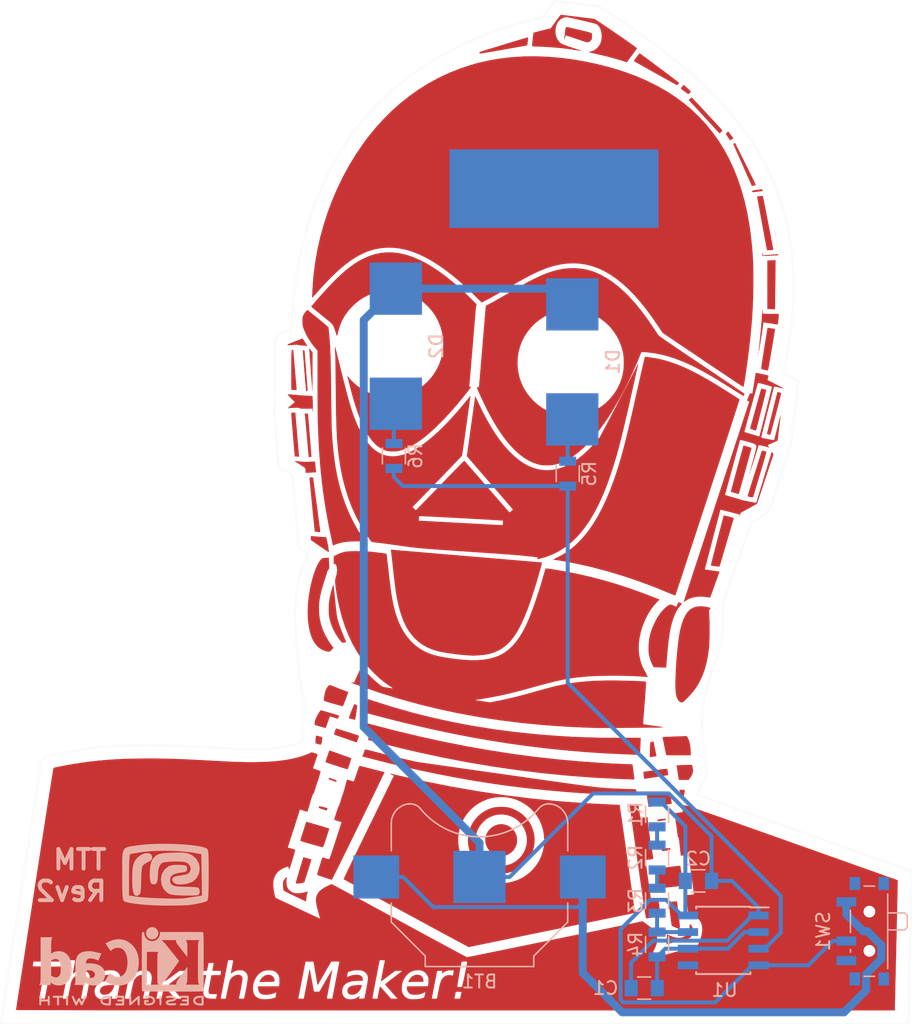
<source format=kicad_pcb>
(kicad_pcb (version 20171130) (host pcbnew "(5.0.0)")
  (layers (0 F.Cu signal) (31 B.Cu signal) (34 B.Paste user) (35 F.Paste user) (36 B.SilkS user) (37 F.SilkS user) (38 B.Mask user) (39 F.Mask user hide) (44 Edge.Cuts user))
  (net 0 "")
  (net 1 "Net-(D1-Pad2)")
  (net 2 "Net-(SW1-Pad3)")
  (net 3 "Net-(D2-Pad2)")
  (net 4 GND)
  (net 5 +BATT)
  (net 6 "Net-(C1-Pad1)")
  (net 7 VCC)
  (net 8 "Net-(R1-Pad2)")
  (net 9 "Net-(R2-Pad2)")
  (net 10 "Net-(R3-Pad2)")
  (net 11 "Net-(U1-Pad5)")
  (net 12 "Net-(R5-Pad1)")
  (module Battery:BatteryHolder_Keystone_3000_1x12mm (layer B.Cu) (at 148.8 111.9)
    (fp_text reference BT1 (at 0 8) (layer B.SilkS) (effects (justify mirror)))
    (fp_text value 3V)
    (pad 2 smd rect (at 0 0) (size 4 4) (layers B.Cu B.Mask) (net 4 GND))
    (pad 1 smd rect (at 7.9 0) (size 3.5 3.3) (layers B.Cu B.Paste B.Mask) (net 5 +BATT))
    (pad 1 smd rect (at -7.9 0) (size 3.5 3.3) (layers B.Cu B.Paste B.Mask) (net 5 +BATT))
  )
  (module ttm:LY_T77K_NH (layer B.Cu) (at 142.4 71.3 270)
    (fp_text reference D2 (at 0 -3.1 270) (layer B.SilkS) (effects (justify mirror)))
    (fp_text value LED)
    (pad 2 smd rect (at 4.4 0 270) (size 4 4) (layers B.Cu) (net 3 "Net-(D2-Pad2)"))
    (pad 1 smd rect (at -4.4 0 180) (size 4 4) (layers B.Cu) (net 4 GND))
  )
  (module Symbols:KiCad-Logo2_6mm_SilkScreen (layer B.Cu) (at 121.412 118.7196 180)
    (fp_text reference KiCAD_Logo hide)
    (fp_text value KiCad-Logo2_6mm_SilkScreen hide)
  )
  (module Resistors_SMD:R_0805 (layer B.Cu) (at 162.387271 110.414477 270)
    (fp_text reference R2 (at 0 1.65 270) (layer B.SilkS) (effects (justify mirror)))
    (fp_text value 10MΩ)
    (pad 1 smd rect (at -0.95 0 270) (size 0.7 1.3) (layers B.Cu B.Paste B.Mask) (net 8 "Net-(R1-Pad2)"))
    (pad 2 smd rect (at 0.95 0 270) (size 0.7 1.3) (layers B.Cu B.Paste B.Mask) (net 9 "Net-(R2-Pad2)"))
  )
  (module ttm:LY_T77K_NH (layer B.Cu) (at 155.9 72.5 270)
    (fp_text reference D1 (at 0 -3.1 270) (layer B.SilkS) (effects (justify mirror)))
    (fp_text value LED)
    (pad 2 smd rect (at 4.4 0 270) (size 4 4) (layers B.Cu) (net 1 "Net-(D1-Pad2)"))
    (pad 1 smd rect (at -4.4 0 180) (size 4 4) (layers B.Cu) (net 4 GND))
  )
  (module ttm:BroochPin_Back (layer F.Cu) (at 154.5 59.25)
    (fp_text reference REF** hide)
    (fp_text value BroochPin_Back hide)
    (pad 1 smd rect (at 0 0) (size 16 6) (layers B.Cu B.Paste B.Mask))
  )
  (module Resistors_SMD:R_0805 (layer B.Cu) (at 162.38727 107.114477 270)
    (fp_text reference R1 (at 0 1.65 270) (layer B.SilkS) (effects (justify mirror)))
    (fp_text value 10MΩ)
    (pad 1 smd rect (at -0.95 0 270) (size 0.7 1.3) (layers B.Cu B.Paste B.Mask) (net 7 VCC))
    (pad 2 smd rect (at 0.95 0 270) (size 0.7 1.3) (layers B.Cu B.Paste B.Mask) (net 8 "Net-(R1-Pad2)"))
  )
  (module ttm:MyBasic_rounded_50_1 (layer B.Cu) (at 124.8156 111.6838 180)
    (fp_text reference SM_Logo hide)
    (fp_text value LOGO hide)
  )
  (module ttm:c3po_FCu_SolderMask_text (layer F.Cu) (at 147 84)
    (fp_text reference G*** hide)
    (fp_text value LOGO hide)
  )
  (module ttm:c3po_EdgeCut (layer F.Cu) (at 147 84)
    (fp_text reference "Edge Cut" hide)
    (fp_text value LOGO hide)
    (fp_poly (pts (xy 8.390494 -39.067616) (xy 8.643951 -39.03548) (xy 8.927648 -38.999609) (xy 9.225352 -38.962049) (xy 9.520831 -38.924847) (xy 9.797853 -38.890047) (xy 10.033 -38.860594) (xy 10.25707 -38.832827) (xy 10.438766 -38.809819) (xy 10.585989 -38.789051) (xy 10.706639 -38.768002) (xy 10.808618 -38.744152) (xy 10.899827 -38.71498) (xy 10.988166 -38.677965) (xy 11.081538 -38.630587) (xy 11.187842 -38.570326) (xy 11.31498 -38.49466) (xy 11.467878 -38.40285) (xy 11.637216 -38.30073) (xy 11.802253 -38.199339) (xy 11.966969 -38.095985) (xy 12.135343 -37.987977) (xy 12.311353 -37.872623) (xy 12.49898 -37.747233) (xy 12.702202 -37.609114) (xy 12.924998 -37.455576) (xy 13.171346 -37.283926) (xy 13.445227 -37.091473) (xy 13.75062 -36.875527) (xy 14.091502 -36.633395) (xy 14.2367 -36.530021) (xy 14.812033 -36.11702) (xy 15.347725 -35.725592) (xy 15.848218 -35.352068) (xy 16.317956 -34.992779) (xy 16.761383 -34.644057) (xy 17.182942 -34.302233) (xy 17.587077 -33.963638) (xy 17.97823 -33.624604) (xy 18.360846 -33.281461) (xy 18.739368 -32.930542) (xy 19.11824 -32.568178) (xy 19.501904 -32.190699) (xy 19.547311 -32.145376) (xy 19.813151 -31.878229) (xy 20.048191 -31.638654) (xy 20.258869 -31.419669) (xy 20.451623 -31.21429) (xy 20.63289 -31.015536) (xy 20.809109 -30.816424) (xy 20.986717 -30.609972) (xy 21.172152 -30.389196) (xy 21.223258 -30.3276) (xy 21.861166 -29.523124) (xy 22.449415 -28.710313) (xy 22.988688 -27.887619) (xy 23.479669 -27.053492) (xy 23.923044 -26.206385) (xy 24.319497 -25.344748) (xy 24.669713 -24.467032) (xy 24.974376 -23.57169) (xy 25.23417 -22.657171) (xy 25.44978 -21.721928) (xy 25.621891 -20.764411) (xy 25.702724 -20.193) (xy 25.80453 -19.216447) (xy 25.863913 -18.215577) (xy 25.881051 -17.193745) (xy 25.856124 -16.154305) (xy 25.789311 -15.100611) (xy 25.68079 -14.036016) (xy 25.530742 -12.963875) (xy 25.339344 -11.887542) (xy 25.231148 -11.362541) (xy 25.19605 -11.196198) (xy 25.164855 -11.041865) (xy 25.13918 -10.908082) (xy 25.120645 -10.803385) (xy 25.110866 -10.736316) (xy 25.109768 -10.721908) (xy 25.1079 -10.636116) (xy 25.527 -10.441798) (xy 25.718341 -10.351116) (xy 25.871906 -10.273363) (xy 25.997285 -10.20311) (xy 26.104067 -10.134929) (xy 26.201843 -10.063391) (xy 26.21827 -10.050497) (xy 26.227003 -10.04092) (xy 26.233481 -10.02508) (xy 26.237347 -9.999166) (xy 26.238241 -9.959368) (xy 26.235804 -9.901877) (xy 26.229677 -9.822882) (xy 26.219501 -9.718574) (xy 26.204917 -9.585142) (xy 26.185566 -9.418777) (xy 26.161089 -9.215669) (xy 26.131127 -8.972007) (xy 26.09532 -8.683982) (xy 26.071614 -8.494143) (xy 26.036542 -8.215191) (xy 26.002332 -7.946203) (xy 25.969661 -7.692302) (xy 25.939206 -7.45861) (xy 25.911644 -7.25025) (xy 25.887653 -7.072345) (xy 25.867909 -6.930018) (xy 25.85309 -6.82839) (xy 25.844541 -6.776058) (xy 25.829871 -6.683515) (xy 25.812983 -6.553734) (xy 25.795442 -6.400136) (xy 25.778812 -6.236142) (xy 25.769062 -6.128358) (xy 25.74641 -5.870948) (xy 25.725929 -5.658379) (xy 25.706495 -5.484797) (xy 25.686987 -5.34435) (xy 25.666279 -5.231185) (xy 25.64325 -5.13945) (xy 25.616775 -5.063292) (xy 25.585732 -4.996858) (xy 25.548997 -4.934296) (xy 25.536083 -4.914479) (xy 25.487234 -4.838211) (xy 25.464595 -4.791841) (xy 25.464774 -4.763984) (xy 25.48438 -4.743255) (xy 25.484952 -4.742831) (xy 25.491381 -4.733959) (xy 25.493995 -4.717171) (xy 25.491859 -4.689436) (xy 25.484043 -4.647722) (xy 25.469612 -4.588997) (xy 25.447635 -4.51023) (xy 25.417178 -4.408389) (xy 25.377308 -4.280441) (xy 25.327093 -4.123356) (xy 25.2656 -3.934101) (xy 25.191896 -3.709646) (xy 25.105048 -3.446957) (xy 25.004124 -3.143004) (xy 24.88819 -2.794754) (xy 24.854081 -2.6924) (xy 24.751387 -2.383671) (xy 24.653462 -2.088077) (xy 24.561491 -1.809266) (xy 24.476658 -1.550882) (xy 24.400147 -1.316572) (xy 24.333143 -1.109982) (xy 24.27683 -0.934756) (xy 24.232391 -0.794542) (xy 24.201011 -0.692984) (xy 24.183874 -0.633728) (xy 24.180921 -0.619927) (xy 24.162104 -0.505247) (xy 24.110384 -0.369186) (xy 24.032171 -0.222537) (xy 23.933877 -0.076094) (xy 23.82191 0.05935) (xy 23.717228 0.160814) (xy 23.572969 0.272516) (xy 23.396494 0.391124) (xy 23.203575 0.506875) (xy 23.009982 0.610001) (xy 22.930248 0.648129) (xy 22.709987 0.7493) (xy 22.468841 1.3843) (xy 22.396171 1.576044) (xy 22.32707 1.759285) (xy 22.259757 1.938902) (xy 22.192451 2.119774) (xy 22.123373 2.30678) (xy 22.050741 2.5048) (xy 21.972775 2.718712) (xy 21.887694 2.953395) (xy 21.793716 3.213729) (xy 21.689063 3.504593) (xy 21.571952 3.830865) (xy 21.440604 4.197424) (xy 21.361066 4.4196) (xy 21.265177 4.686635) (xy 21.171218 4.946625) (xy 21.081116 5.194341) (xy 20.9968 5.424554) (xy 20.9202 5.632036) (xy 20.853243 5.811557) (xy 20.797859 5.95789) (xy 20.755977 6.065805) (xy 20.733301 6.1214) (xy 20.598786 6.482559) (xy 20.504443 6.847183) (xy 20.448988 7.223747) (xy 20.431134 7.620728) (xy 20.446814 8.011249) (xy 20.467669 8.454766) (xy 20.460666 8.885512) (xy 20.424617 9.313964) (xy 20.358335 9.7506) (xy 20.260633 10.205896) (xy 20.151479 10.6172) (xy 20.116838 10.733674) (xy 20.068416 10.889744) (xy 20.00894 11.076963) (xy 19.941138 11.286884) (xy 19.867736 11.511058) (xy 19.79146 11.741039) (xy 19.721021 11.9507) (xy 19.573277 12.392862) (xy 19.443636 12.793624) (xy 19.33093 13.158584) (xy 19.233992 13.493345) (xy 19.151653 13.803507) (xy 19.082745 14.094671) (xy 19.0261 14.372438) (xy 18.98055 14.642409) (xy 18.944926 14.910185) (xy 18.918061 15.181367) (xy 18.898787 15.461556) (xy 18.885935 15.756353) (xy 18.879947 15.983486) (xy 18.875642 16.307431) (xy 18.877326 16.594367) (xy 18.885723 16.85781) (xy 18.901558 17.11128) (xy 18.925557 17.368292) (xy 18.958442 17.642364) (xy 18.975775 17.770839) (xy 18.996041 17.935524) (xy 19.01408 18.115989) (xy 19.027886 18.290014) (xy 19.035326 18.431239) (xy 19.054237 18.687081) (xy 19.09468 18.975607) (xy 19.12251 19.128329) (xy 19.169773 19.3801) (xy 19.202985 19.591994) (xy 19.22056 19.773378) (xy 19.220911 19.933622) (xy 19.20245 20.082096) (xy 19.163591 20.228167) (xy 19.102748 20.381205) (xy 19.018333 20.55058) (xy 18.908759 20.745659) (xy 18.824314 20.888969) (xy 18.707864 21.093309) (xy 18.622748 21.263052) (xy 18.567193 21.402131) (xy 18.539424 21.514479) (xy 18.538255 21.523187) (xy 18.5293 21.595396) (xy 19.2659 21.860601) (xy 19.618681 21.987514) (xy 19.983575 22.118576) (xy 20.362588 22.254502) (xy 20.757725 22.396004) (xy 21.170993 22.543797) (xy 21.604398 22.698594) (xy 22.059945 22.861108) (xy 22.539642 23.032054) (xy 23.045494 23.212145) (xy 23.579507 23.402094) (xy 24.143687 23.602616) (xy 24.740041 23.814423) (xy 25.370574 24.03823) (xy 26.037294 24.274749) (xy 26.742204 24.524696) (xy 27.487313 24.788783) (xy 28.274626 25.067723) (xy 29.106149 25.362232) (xy 29.845 25.623849) (xy 30.209018 25.752745) (xy 30.589335 25.887444) (xy 30.979101 26.025516) (xy 31.371467 26.164535) (xy 31.759582 26.302073) (xy 32.136598 26.435702) (xy 32.495664 26.562995) (xy 32.829933 26.681524) (xy 33.132553 26.788862) (xy 33.396676 26.882581) (xy 33.48355 26.913417) (xy 34.8996 27.416113) (xy 34.899559 27.620906) (xy 34.898968 27.665831) (xy 34.897238 27.759103) (xy 34.894425 27.898283) (xy 34.890582 28.080934) (xy 34.885766 28.304616) (xy 34.88003 28.566891) (xy 34.87343 28.865319) (xy 34.866019 29.197464) (xy 34.857854 29.560885) (xy 34.848989 29.953144) (xy 34.839478 30.371803) (xy 34.829377 30.814423) (xy 34.818739 31.278565) (xy 34.807621 31.761791) (xy 34.796076 32.261661) (xy 34.78416 32.775738) (xy 34.77257 33.274) (xy 34.760348 33.79956) (xy 34.748446 34.313373) (xy 34.736919 34.812991) (xy 34.725822 35.295963) (xy 34.715209 35.759842) (xy 34.705136 36.202179) (xy 34.695657 36.620524) (xy 34.686827 37.012429) (xy 34.678701 37.375445) (xy 34.671333 37.707124) (xy 34.66478 38.005016) (xy 34.659094 38.266673) (xy 34.654332 38.489646) (xy 34.650548 38.671486) (xy 34.647797 38.809744) (xy 34.646133 38.901972) (xy 34.64561 38.94455) (xy 34.6456 39.1668) (xy -34.879968 39.1668) (xy -34.86887 39.0906) (xy -34.778254 39.0906) (xy 34.544 39.0906) (xy 34.544 39.021609) (xy 34.544583 38.989933) (xy 34.546299 38.909823) (xy 34.549092 38.783631) (xy 34.552908 38.613706) (xy 34.557694 38.402402) (xy 34.563396 38.15207) (xy 34.569958 37.865062) (xy 34.577328 37.543728) (xy 34.585451 37.190421) (xy 34.594273 36.807492) (xy 34.60374 36.397293) (xy 34.613798 35.962175) (xy 34.624393 35.504491) (xy 34.63547 35.02659) (xy 34.646977 34.530827) (xy 34.658858 34.019551) (xy 34.671059 33.495114) (xy 34.671752 33.465359) (xy 34.683982 32.937497) (xy 34.695828 32.421151) (xy 34.70724 31.918775) (xy 34.718164 31.432824) (xy 34.72855 30.965754) (xy 34.738347 30.520021) (xy 34.747501 30.09808) (xy 34.755962 29.702387) (xy 34.763679 29.335396) (xy 34.770599 28.999565) (xy 34.77667 28.697347) (xy 34.781842 28.431198) (xy 34.786062 28.203574) (xy 34.78928 28.016931) (xy 34.791442 27.873724) (xy 34.792499 27.776408) (xy 34.792402 27.727603) (xy 34.7853 27.477107) (xy 33.7185 27.098138) (xy 33.540085 27.034785) (xy 33.318952 26.95631) (xy 33.060269 26.864544) (xy 32.769204 26.76132) (xy 32.450926 26.648469) (xy 32.110603 26.527823) (xy 31.753403 26.401216) (xy 31.384494 26.270478) (xy 31.009046 26.137443) (xy 30.632227 26.003942) (xy 30.259204 25.871807) (xy 30.1371 25.828559) (xy 29.231275 25.507688) (xy 28.356198 25.197605) (xy 27.512631 24.898583) (xy 26.701332 24.610893) (xy 25.923064 24.334805) (xy 25.178587 24.070591) (xy 24.46866 23.818521) (xy 23.794046 23.578866) (xy 23.155504 23.351898) (xy 22.553795 23.137887) (xy 21.98968 22.937105) (xy 21.463919 22.749822) (xy 20.977272 22.57631) (xy 20.530502 22.416839) (xy 20.124367 22.271681) (xy 19.759628 22.141106) (xy 19.437047 22.025386) (xy 19.157384 21.924791) (xy 18.921399 21.839592) (xy 18.729853 21.770061) (xy 18.583507 21.716469) (xy 18.483121 21.679086) (xy 18.429456 21.658183) (xy 18.420102 21.653785) (xy 18.421604 21.627514) (xy 18.432762 21.565155) (xy 18.45119 21.479973) (xy 18.45206 21.476214) (xy 18.479843 21.37552) (xy 18.519129 21.268759) (xy 18.573478 21.148547) (xy 18.646452 21.007502) (xy 18.741613 20.838241) (xy 18.842485 20.666868) (xy 18.936903 20.505266) (xy 19.006628 20.374479) (xy 19.055232 20.263106) (xy 19.086283 20.159749) (xy 19.103351 20.05301) (xy 19.110005 19.931489) (xy 19.110186 19.812) (xy 19.103896 19.646419) (xy 19.08757 19.478152) (xy 19.059251 19.290963) (xy 19.026014 19.1135) (xy 18.970771 18.792279) (xy 18.941141 18.512015) (xy 18.936505 18.415) (xy 18.929383 18.276404) (xy 18.916149 18.107781) (xy 18.898611 17.929284) (xy 18.878583 17.761064) (xy 18.876013 17.7419) (xy 18.829705 17.363515) (xy 18.798037 17.008997) (xy 18.779985 16.659365) (xy 18.774521 16.295639) (xy 18.779255 15.9512) (xy 18.785863 15.71301) (xy 18.793534 15.51318) (xy 18.803414 15.339269) (xy 18.816648 15.178839) (xy 18.834384 15.019448) (xy 18.857766 14.848658) (xy 18.887942 14.654027) (xy 18.912646 14.5034) (xy 18.949399 14.296193) (xy 18.991341 14.087939) (xy 19.039992 13.87316) (xy 19.096873 13.646376) (xy 19.163504 13.402105) (xy 19.241407 13.13487) (xy 19.332102 12.83919) (xy 19.43711 12.509586) (xy 19.557952 12.140578) (xy 19.621075 11.9507) (xy 19.760883 11.527722) (xy 19.88331 11.147317) (xy 19.989324 10.804687) (xy 20.079892 10.495034) (xy 20.155982 10.213561) (xy 20.21856 9.955469) (xy 20.268594 9.71596) (xy 20.307052 9.490238) (xy 20.334901 9.273503) (xy 20.353108 9.060957) (xy 20.36264 8.847804) (xy 20.364465 8.629245) (xy 20.35955 8.400482) (xy 20.355945 8.3058) (xy 20.344205 7.959198) (xy 20.340784 7.65569) (xy 20.346589 7.388112) (xy 20.362532 7.1493) (xy 20.38952 6.93209) (xy 20.428463 6.729318) (xy 20.48027 6.533822) (xy 20.54585 6.338438) (xy 20.626112 6.136002) (xy 20.633555 6.118442) (xy 20.662757 6.045983) (xy 20.707029 5.930866) (xy 20.764449 5.778306) (xy 20.833097 5.593519) (xy 20.91105 5.381721) (xy 20.996388 5.148127) (xy 21.08719 4.897954) (xy 21.181534 4.636417) (xy 21.25931 4.4196) (xy 21.457791 3.865961) (xy 21.643897 3.349075) (xy 21.817046 2.870536) (xy 21.976653 2.431944) (xy 22.122136 2.034895) (xy 22.252911 1.680987) (xy 22.368395 1.371817) (xy 22.468004 1.108982) (xy 22.474429 1.0922) (xy 22.625255 0.6985) (xy 22.990277 0.507489) (xy 23.176407 0.408429) (xy 23.325194 0.324731) (xy 23.445439 0.250506) (xy 23.54594 0.179866) (xy 23.635499 0.106921) (xy 23.722913 0.025784) (xy 23.749776 -0.000777) (xy 23.903327 -0.189886) (xy 24.018402 -0.410183) (xy 24.090629 -0.6477) (xy 24.104571 -0.699784) (xy 24.133389 -0.795927) (xy 24.175761 -0.932039) (xy 24.230365 -1.104031) (xy 24.295878 -1.307814) (xy 24.370978 -1.539299) (xy 24.454343 -1.794397) (xy 24.544649 -2.069018) (xy 24.640576 -2.359072) (xy 24.7408 -2.660472) (xy 24.76382 -2.729471) (xy 24.880219 -3.078355) (xy 24.981421 -3.382338) (xy 25.068418 -3.644671) (xy 25.142199 -3.868604) (xy 25.203756 -4.057388) (xy 25.254081 -4.214275) (xy 25.294163 -4.342515) (xy 25.324995 -4.445358) (xy 25.347567 -4.526055) (xy 25.362869 -4.587858) (xy 25.371893 -4.634017) (xy 25.375631 -4.667783) (xy 25.375072 -4.692406) (xy 25.371208 -4.711137) (xy 25.369484 -4.716283) (xy 25.354598 -4.76939) (xy 25.359445 -4.813314) (xy 25.388765 -4.867212) (xy 25.416873 -4.907813) (xy 25.467512 -4.981692) (xy 25.509118 -5.047074) (xy 25.522684 -5.070813) (xy 25.546477 -5.138538) (xy 25.571333 -5.249361) (xy 25.596061 -5.395633) (xy 25.61947 -5.569702) (xy 25.640367 -5.763918) (xy 25.652685 -5.9055) (xy 25.674037 -6.161538) (xy 25.695113 -6.384597) (xy 25.715446 -6.570514) (xy 25.734572 -6.715126) (xy 25.752024 -6.814269) (xy 25.756363 -6.8326) (xy 25.763593 -6.87337) (xy 25.776443 -6.959871) (xy 25.79429 -7.087417) (xy 25.816511 -7.251327) (xy 25.842485 -7.446914) (xy 25.87159 -7.669494) (xy 25.903202 -7.914384) (xy 25.936701 -8.1769) (xy 25.970603 -8.4455) (xy 26.161922 -9.9695) (xy 26.092111 -10.02726) (xy 26.005783 -10.088848) (xy 25.880596 -10.162411) (xy 25.713992 -10.249315) (xy 25.50341 -10.350925) (xy 25.368886 -10.413132) (xy 25.245246 -10.470749) (xy 25.1376 -10.523067) (xy 25.054717 -10.565658) (xy 25.005365 -10.594095) (xy 24.996256 -10.601299) (xy 24.988935 -10.643859) (xy 24.999081 -10.729509) (xy 25.021176 -10.833269) (xy 25.109313 -11.219992) (xy 25.197537 -11.646904) (xy 25.284125 -12.103428) (xy 25.367354 -12.578987) (xy 25.445499 -13.063001) (xy 25.516838 -13.544893) (xy 25.579645 -14.014085) (xy 25.632199 -14.459999) (xy 25.664774 -14.7828) (xy 25.688231 -15.040608) (xy 25.707844 -15.267259) (xy 25.723952 -15.470941) (xy 25.736896 -15.659841) (xy 25.747014 -15.842147) (xy 25.754646 -16.026047) (xy 25.76013 -16.219728) (xy 25.763805 -16.431378) (xy 25.766012 -16.669184) (xy 25.767089 -16.941333) (xy 25.767376 -17.256013) (xy 25.767376 -17.2593) (xy 25.766159 -17.672158) (xy 25.762162 -18.042562) (xy 25.754863 -18.378809) (xy 25.743742 -18.689193) (xy 25.728277 -18.982011) (xy 25.707949 -19.265559) (xy 25.682236 -19.548132) (xy 25.650617 -19.838027) (xy 25.612572 -20.143539) (xy 25.56758 -20.472965) (xy 25.564062 -20.4978) (xy 25.402531 -21.466243) (xy 25.195532 -22.41446) (xy 24.942663 -23.343344) (xy 24.643519 -24.253787) (xy 24.297697 -25.146683) (xy 23.904794 -26.022923) (xy 23.464405 -26.883401) (xy 22.976128 -27.729008) (xy 22.439558 -28.560638) (xy 21.854293 -29.379182) (xy 21.219928 -30.185534) (xy 21.140011 -30.28209) (xy 20.921145 -30.542285) (xy 20.71144 -30.785228) (xy 20.503268 -31.019203) (xy 20.289001 -31.252494) (xy 20.06101 -31.493385) (xy 19.811667 -31.750159) (xy 19.533342 -32.031102) (xy 19.483328 -32.081131) (xy 19.117848 -32.441825) (xy 18.757239 -32.788218) (xy 18.3973 -33.123768) (xy 18.033831 -33.451937) (xy 17.662632 -33.776185) (xy 17.279501 -34.099973) (xy 16.88024 -34.426761) (xy 16.460647 -34.760009) (xy 16.016523 -35.103179) (xy 15.543667 -35.45973) (xy 15.037879 -35.833123) (xy 14.494959 -36.226819) (xy 14.1605 -36.466469) (xy 13.760043 -36.751489) (xy 13.396551 -37.008437) (xy 13.066377 -37.239756) (xy 12.765873 -37.447892) (xy 12.491393 -37.635291) (xy 12.239291 -37.804397) (xy 12.005919 -37.957655) (xy 11.787631 -38.097511) (xy 11.580779 -38.22641) (xy 11.381717 -38.346796) (xy 11.186798 -38.461114) (xy 11.177523 -38.466468) (xy 10.846038 -38.657678) (xy 9.216715 -38.865606) (xy 7.587392 -39.073533) (xy 7.51333 -38.986817) (xy 7.475385 -38.937657) (xy 7.415729 -38.854673) (xy 7.340434 -38.74657) (xy 7.255572 -38.622053) (xy 7.178191 -38.5064) (xy 7.02791 -38.288588) (xy 6.892774 -38.113293) (xy 6.767955 -37.976323) (xy 6.648624 -37.873485) (xy 6.529953 -37.800589) (xy 6.407113 -37.753442) (xy 6.282451 -37.728721) (xy 6.158765 -37.708029) (xy 5.99284 -37.672185) (xy 5.79037 -37.622861) (xy 5.557049 -37.561729) (xy 5.298571 -37.490463) (xy 5.02063 -37.410733) (xy 4.728921 -37.324213) (xy 4.429137 -37.232576) (xy 4.126972 -37.137492) (xy 3.82812 -37.040635) (xy 3.538276 -36.943677) (xy 3.263133 -36.84829) (xy 3.1623 -36.812329) (xy 2.099691 -36.407354) (xy 1.071287 -35.969378) (xy 0.07791 -35.498939) (xy -0.879618 -34.996572) (xy -1.800476 -34.462813) (xy -2.68384 -33.898199) (xy -3.52889 -33.303265) (xy -4.334803 -32.678548) (xy -5.100756 -32.024584) (xy -5.825928 -31.341908) (xy -6.509498 -30.631058) (xy -6.78104 -30.3276) (xy -7.422592 -29.556756) (xy -8.026749 -28.751874) (xy -8.593536 -27.912898) (xy -9.12298 -27.03977) (xy -9.615105 -26.132432) (xy -10.069937 -25.190825) (xy -10.487502 -24.214893) (xy -10.867826 -23.204577) (xy -11.210933 -22.15982) (xy -11.516849 -21.080564) (xy -11.785601 -19.96675) (xy -12.017213 -18.818322) (xy -12.114037 -18.261814) (xy -12.169104 -17.914533) (xy -12.222605 -17.549801) (xy -12.273856 -17.174022) (xy -12.322176 -16.793604) (xy -12.36688 -16.414951) (xy -12.407288 -16.044471) (xy -12.442714 -15.688569) (xy -12.472478 -15.353651) (xy -12.495896 -15.046123) (xy -12.512285 -14.772392) (xy -12.520962 -14.538862) (xy -12.5222 -14.43255) (xy -12.524153 -14.29932) (xy -12.531255 -14.203286) (xy -12.545372 -14.130952) (xy -12.568367 -14.06882) (xy -12.574168 -14.05649) (xy -12.599045 -14.006921) (xy -12.623533 -13.971284) (xy -12.657189 -13.944064) (xy -12.70957 -13.919746) (xy -12.790233 -13.892815) (xy -12.908734 -13.857757) (xy -12.9286 -13.85197) (xy -13.18637 -13.756844) (xy -13.410409 -13.632514) (xy -13.595008 -13.482185) (xy -13.604977 -13.47213) (xy -13.639574 -13.437799) (xy -13.670212 -13.407622) (xy -13.697134 -13.378471) (xy -13.720578 -13.347218) (xy -13.740786 -13.310734) (xy -13.757999 -13.265892) (xy -13.772456 -13.209562) (xy -13.784399 -13.138616) (xy -13.794067 -13.049925) (xy -13.801703 -12.940362) (xy -13.807545 -12.806798) (xy -13.811835 -12.646104) (xy -13.814813 -12.455152) (xy -13.81672 -12.230813) (xy -13.817796 -11.96996) (xy -13.818283 -11.669464) (xy -13.818419 -11.326195) (xy -13.818447 -10.937027) (xy -13.818505 -10.695226) (xy -13.818792 -10.274177) (xy -13.819341 -9.901084) (xy -13.820192 -9.573101) (xy -13.821386 -9.287383) (xy -13.82296 -9.041088) (xy -13.824954 -8.831369) (xy -13.827407 -8.655383) (xy -13.830359 -8.510285) (xy -13.83385 -8.39323) (xy -13.837917 -8.301374) (xy -13.842602 -8.231872) (xy -13.847942 -8.181881) (xy -13.853674 -8.149807) (xy -13.867797 -8.078686) (xy -13.874598 -8.005693) (xy -13.8741 -7.918161) (xy -13.866324 -7.80342) (xy -13.85451 -7.679907) (xy -13.839177 -7.523526) (xy -13.823061 -7.345719) (xy -13.805881 -7.142824) (xy -13.787357 -6.911181) (xy -13.767212 -6.647127) (xy -13.745165 -6.347001) (xy -13.720937 -6.007143) (xy -13.694249 -5.623892) (xy -13.66487 -5.1943) (xy -13.642407 -4.8628) (xy -13.623087 -4.578227) (xy -13.606464 -4.336836) (xy -13.592093 -4.134883) (xy -13.579531 -3.968621) (xy -13.568333 -3.834306) (xy -13.558054 -3.728192) (xy -13.548251 -3.646534) (xy -13.538478 -3.585585) (xy -13.52829 -3.541602) (xy -13.517245 -3.510838) (xy -13.504896 -3.489548) (xy -13.4908 -3.473987) (xy -13.474512 -3.46041) (xy -13.457475 -3.446675) (xy -13.403774 -3.408787) (xy -13.315735 -3.354862) (xy -13.204533 -3.29143) (xy -13.081346 -3.225018) (xy -13.050791 -3.20913) (xy -12.86598 -3.109562) (xy -12.722292 -3.021792) (xy -12.612921 -2.940783) (xy -12.531061 -2.861494) (xy -12.470047 -2.77911) (xy -12.460949 -2.76243) (xy -12.452349 -2.740987) (xy -12.443965 -2.711846) (xy -12.435514 -2.672071) (xy -12.426712 -2.618727) (xy -12.417276 -2.548877) (xy -12.406923 -2.459586) (xy -12.395369 -2.347918) (xy -12.382332 -2.210938) (xy -12.367528 -2.04571) (xy -12.350674 -1.849297) (xy -12.331487 -1.618766) (xy -12.309684 -1.351179) (xy -12.28498 -1.043601) (xy -12.257094 -0.693096) (xy -12.225742 -0.296729) (xy -12.20408 -0.022098) (xy -12.170184 0.407105) (xy -12.139901 0.788497) (xy -12.11296 1.124922) (xy -12.089094 1.41922) (xy -12.068033 1.674234) (xy -12.049509 1.892805) (xy -12.033253 2.077775) (xy -12.018995 2.231985) (xy -12.006469 2.358278) (xy -11.995403 2.459495) (xy -11.985531 2.538478) (xy -11.976582 2.598069) (xy -11.968289 2.641109) (xy -11.960382 2.67044) (xy -11.952593 2.688904) (xy -11.946885 2.697089) (xy -11.909684 2.728983) (xy -11.838429 2.782025) (xy -11.741862 2.84999) (xy -11.628724 2.926655) (xy -11.5697 2.965633) (xy -11.454413 3.041442) (xy -11.353732 3.108287) (xy -11.275556 3.160876) (xy -11.22778 3.193915) (xy -11.217387 3.201777) (xy -11.218377 3.231808) (xy -11.242098 3.29153) (xy -11.28344 3.368142) (xy -11.284457 3.369833) (xy -11.481095 3.732172) (xy -11.659992 4.134684) (xy -11.817943 4.568865) (xy -11.951743 5.026214) (xy -12.0247 5.334) (xy -12.09296 5.691173) (xy -12.151599 6.079265) (xy -12.199797 6.487083) (xy -12.236735 6.903437) (xy -12.261594 7.317134) (xy -12.273554 7.716982) (xy -12.271797 8.091789) (xy -12.255503 8.430364) (xy -12.253364 8.457817) (xy -12.244756 8.568447) (xy -12.233193 8.722775) (xy -12.219178 8.913821) (xy -12.203213 9.134601) (xy -12.1858 9.378133) (xy -12.16744 9.637434) (xy -12.148635 9.90552) (xy -12.129888 10.175411) (xy -12.129135 10.186302) (xy -12.098285 10.626656) (xy -12.069435 11.022338) (xy -12.041837 11.379401) (xy -12.014746 11.703897) (xy -11.987415 12.001879) (xy -11.959098 12.279402) (xy -11.929049 12.542516) (xy -11.896522 12.797277) (xy -11.86077 13.049737) (xy -11.821047 13.305949) (xy -11.776606 13.571966) (xy -11.726703 13.853841) (xy -11.670589 14.157628) (xy -11.607519 14.489379) (xy -11.582797 14.6177) (xy -11.551067 14.781647) (xy -11.526565 14.91433) (xy -11.509495 15.024847) (xy -11.500059 15.122299) (xy -11.498461 15.215785) (xy -11.504904 15.314405) (xy -11.51959 15.427259) (xy -11.542722 15.563447) (xy -11.574503 15.732067) (xy -11.611967 15.9258) (xy -11.636931 16.059391) (xy -11.656277 16.176736) (xy -11.670542 16.286964) (xy -11.680263 16.399204) (xy -11.685975 16.522586) (xy -11.688215 16.666239) (xy -11.687519 16.839294) (xy -11.684423 17.050878) (xy -11.682916 17.133444) (xy -11.683335 17.31305) (xy -11.693447 17.448938) (xy -11.715033 17.54757) (xy -11.749873 17.615408) (xy -11.799748 17.658913) (xy -11.831833 17.67392) (xy -11.993805 17.728393) (xy -12.196487 17.786287) (xy -12.430094 17.845458) (xy -12.684842 17.903766) (xy -12.950946 17.959069) (xy -13.218622 18.009226) (xy -13.478084 18.052095) (xy -13.7033 18.083528) (xy -13.944676 18.111814) (xy -14.181358 18.13552) (xy -14.417735 18.154631) (xy -14.658196 18.169139) (xy -14.907132 18.17903) (xy -15.168931 18.184293) (xy -15.447983 18.184916) (xy -15.748678 18.180889) (xy -16.075404 18.172198) (xy -16.432552 18.158834) (xy -16.824511 18.140784) (xy -17.255671 18.118036) (xy -17.73042 18.090579) (xy -18.034 18.072088) (xy -18.297502 18.056402) (xy -18.581976 18.040547) (xy -18.874748 18.025158) (xy -19.163146 18.01087) (xy -19.434495 17.998316) (xy -19.676121 17.988133) (xy -19.812 17.983059) (xy -20.046165 17.974796) (xy -20.300407 17.965627) (xy -20.560059 17.956097) (xy -20.810454 17.946746) (xy -21.036925 17.938116) (xy -21.1963 17.931887) (xy -21.753986 17.912899) (xy -22.328562 17.89931) (xy -22.911864 17.89108) (xy -23.495728 17.888164) (xy -24.07199 17.890519) (xy -24.632484 17.898102) (xy -25.169047 17.910871) (xy -25.673514 17.928781) (xy -26.137722 17.95179) (xy -26.2509 17.958607) (xy -27.142062 18.027104) (xy -28.012249 18.119252) (xy -28.855978 18.234243) (xy -29.667764 18.371267) (xy -30.442124 18.529517) (xy -30.960629 18.652908) (xy -31.119258 18.693536) (xy -31.236983 18.725582) (xy -31.322294 18.75234) (xy -31.38368 18.777108) (xy -31.429627 18.803181) (xy -31.468626 18.833855) (xy -31.498204 18.861651) (xy -31.576333 18.948594) (xy -31.641099 19.046775) (xy -31.694369 19.1625) (xy -31.738014 19.302072) (xy -31.773902 19.471797) (xy -31.803903 19.677979) (xy -31.829888 19.926924) (xy -31.836475 20.0025) (xy -31.852455 20.166958) (xy -31.872379 20.333894) (xy -31.894189 20.488136) (xy -31.915828 20.614512) (xy -31.926031 20.6629) (xy -31.933824 20.70488) (xy -31.949018 20.795241) (xy -31.971329 20.93215) (xy -32.000471 21.11377) (xy -32.036159 21.338269) (xy -32.078107 21.603812) (xy -32.126032 21.908565) (xy -32.179647 22.250693) (xy -32.238667 22.628363) (xy -32.302808 23.03974) (xy -32.371783 23.48299) (xy -32.445309 23.956279) (xy -32.523098 24.457772) (xy -32.604868 24.985637) (xy -32.690331 25.538037) (xy -32.779203 26.113139) (xy -32.8712 26.709109) (xy -32.966034 27.324113) (xy -33.063423 27.956316) (xy -33.163079 28.603885) (xy -33.264719 29.264984) (xy -33.363561 29.9085) (xy -33.466539 30.579203) (xy -33.567608 31.237391) (xy -33.666493 31.881268) (xy -33.762918 32.509038) (xy -33.856607 33.118907) (xy -33.947283 33.709079) (xy -34.03467 34.277758) (xy -34.118493 34.82315) (xy -34.198475 35.343459) (xy -34.27434 35.83689) (xy -34.345811 36.301648) (xy -34.412614 36.735936) (xy -34.474471 37.137961) (xy -34.531106 37.505926) (xy -34.582244 37.838036) (xy -34.627609 38.132496) (xy -34.666923 38.387511) (xy -34.699912 38.601285) (xy -34.726298 38.772023) (xy -34.745806 38.897929) (xy -34.75816 38.977209) (xy -34.76308 39.00805) (xy -34.778254 39.0906) (xy -34.86887 39.0906) (xy -34.862396 39.04615) (xy -34.845896 38.934367) (xy -34.822507 38.778191) (xy -34.79256 38.579774) (xy -34.756388 38.34127) (xy -34.714324 38.064833) (xy -34.6667 37.752616) (xy -34.613848 37.406773) (xy -34.556102 37.029457) (xy -34.493794 36.622821) (xy -34.427256 36.18902) (xy -34.35682 35.730207) (xy -34.282821 35.248535) (xy -34.205589 34.746158) (xy -34.125458 34.225229) (xy -34.04276 33.687902) (xy -33.957828 33.13633) (xy -33.870993 32.572668) (xy -33.78259 31.999067) (xy -33.69295 31.417683) (xy -33.602405 30.830669) (xy -33.511289 30.240177) (xy -33.419935 29.648362) (xy -33.328673 29.057377) (xy -33.237838 28.469375) (xy -33.147761 27.886511) (xy -33.058775 27.310938) (xy -32.971213 26.744808) (xy -32.885407 26.190277) (xy -32.80169 25.649497) (xy -32.720394 25.124621) (xy -32.641853 24.617804) (xy -32.566397 24.131198) (xy -32.494361 23.666958) (xy -32.426076 23.227237) (xy -32.361875 22.814189) (xy -32.302091 22.429966) (xy -32.247056 22.076723) (xy -32.197103 21.756612) (xy -32.152564 21.471789) (xy -32.113772 21.224405) (xy -32.081059 21.016615) (xy -32.054758 20.850572) (xy -32.035201 20.72843) (xy -32.022722 20.652342) (xy -32.017759 20.6248) (xy -32.005879 20.578386) (xy -31.995207 20.528388) (xy -31.984967 20.468501) (xy -31.974381 20.39242) (xy -31.96267 20.293843) (xy -31.949059 20.166464) (xy -31.932769 20.003981) (xy -31.913022 19.800089) (xy -31.90264 19.691454) (xy -31.886461 19.555633) (xy -31.864766 19.419394) (xy -31.840878 19.302035) (xy -31.825781 19.245122) (xy -31.775583 19.115751) (xy -31.706928 18.983334) (xy -31.628641 18.862051) (xy -31.549548 18.766081) (xy -31.50109 18.723423) (xy -31.442319 18.6947) (xy -31.338877 18.658662) (xy -31.196168 18.616525) (xy -31.019599 18.569505) (xy -30.814575 18.51882) (xy -30.586504 18.465684) (xy -30.34079 18.411315) (xy -30.08284 18.356929) (xy -29.818061 18.303742) (xy -29.551857 18.25297) (xy -29.289636 18.20583) (xy -29.036803 18.163538) (xy -28.956 18.150799) (xy -28.083621 18.030562) (xy -27.173154 17.934531) (xy -26.223387 17.862643) (xy -25.233111 17.814831) (xy -24.201113 17.791031) (xy -23.126182 17.791178) (xy -22.473017 17.802431) (xy -21.570475 17.825665) (xy -20.714028 17.852262) (xy -19.904635 17.882185) (xy -19.143254 17.915395) (xy -18.430845 17.951855) (xy -17.8943 17.983496) (xy -17.369707 18.015078) (xy -16.891125 18.040864) (xy -16.4541 18.060864) (xy -16.054174 18.07509) (xy -15.686894 18.08355) (xy -15.347803 18.086255) (xy -15.032445 18.083217) (xy -14.736366 18.074444) (xy -14.45511 18.059947) (xy -14.18422 18.039737) (xy -13.919243 18.013824) (xy -13.7414 17.993104) (xy -13.492743 17.958805) (xy -13.23223 17.916593) (xy -12.975476 17.869342) (xy -12.738095 17.819927) (xy -12.535703 17.771223) (xy -12.5349 17.771011) (xy -12.397728 17.734842) (xy -12.245495 17.694766) (xy -12.108034 17.658635) (xy -12.0904 17.654007) (xy -11.986092 17.622758) (xy -11.896371 17.58889) (xy -11.836178 17.558281) (xy -11.825067 17.549634) (xy -11.80822 17.527389) (xy -11.795107 17.493414) (xy -11.785481 17.442431) (xy -11.779098 17.369161) (xy -11.775713 17.268324) (xy -11.77508 17.134642) (xy -11.776955 16.962836) (xy -11.781093 16.747626) (xy -11.783292 16.6497) (xy -11.780299 16.43724) (xy -11.76267 16.238298) (xy -11.749437 16.1544) (xy -11.730053 16.048534) (xy -11.705019 15.908872) (xy -11.677228 15.751694) (xy -11.649572 15.593282) (xy -11.642652 15.553273) (xy -11.576173 15.168046) (xy -11.693451 14.549973) (xy -11.760144 14.195588) (xy -11.819177 13.874229) (xy -11.871357 13.579359) (xy -11.91749 13.304442) (xy -11.958385 13.042941) (xy -11.994847 12.788318) (xy -12.027682 12.534038) (xy -12.057698 12.273562) (xy -12.085702 12.000355) (xy -12.112499 11.70788) (xy -12.138897 11.389599) (xy -12.165702 11.038976) (xy -12.193721 10.649474) (xy -12.217948 10.2997) (xy -12.235539 10.044564) (xy -12.253561 9.786765) (xy -12.271409 9.534707) (xy -12.288479 9.296798) (xy -12.304166 9.081441) (xy -12.317865 8.897045) (xy -12.328973 8.752013) (xy -12.332109 8.712452) (xy -12.365285 8.053067) (xy -12.360888 7.386195) (xy -12.343895 7.0485) (xy -12.291731 6.437595) (xy -12.218256 5.869953) (xy -12.122666 5.342358) (xy -12.00416 4.851599) (xy -11.861936 4.394461) (xy -11.695192 3.96773) (xy -11.503126 3.568194) (xy -11.451728 3.473389) (xy -11.399796 3.378839) (xy -11.358656 3.302156) (xy -11.333584 3.253278) (xy -11.3284 3.241068) (xy -11.348551 3.224321) (xy -11.402545 3.18782) (xy -11.48069 3.137996) (xy -11.52525 3.110429) (xy -11.624615 3.047142) (xy -11.731577 2.975079) (xy -11.837834 2.900331) (xy -11.935087 2.828993) (xy -12.015033 2.767155) (xy -12.069371 2.720912) (xy -12.089801 2.696355) (xy -12.089805 2.696059) (xy -12.09165 2.669017) (xy -12.09718 2.594676) (xy -12.106137 2.476381) (xy -12.118263 2.31748) (xy -12.133301 2.121321) (xy -12.150993 1.891249) (xy -12.171081 1.630612) (xy -12.193308 1.342756) (xy -12.217416 1.031029) (xy -12.243148 0.698778) (xy -12.270245 0.34935) (xy -12.29441 0.0381) (xy -12.329365 -0.410013) (xy -12.36088 -0.80984) (xy -12.389168 -1.163764) (xy -12.414446 -1.474168) (xy -12.436927 -1.743434) (xy -12.456827 -1.973946) (xy -12.47436 -2.168086) (xy -12.48974 -2.328237) (xy -12.503183 -2.456781) (xy -12.514902 -2.556102) (xy -12.525114 -2.628582) (xy -12.534031 -2.676603) (xy -12.541208 -2.701067) (xy -12.581255 -2.771794) (xy -12.642942 -2.84068) (xy -12.732113 -2.912147) (xy -12.854611 -2.990614) (xy -13.016279 -3.080504) (xy -13.101331 -3.124814) (xy -13.227426 -3.192513) (xy -13.347233 -3.26216) (xy -13.448114 -3.326065) (xy -13.517431 -3.376541) (xy -13.523169 -3.381455) (xy -13.548876 -3.40291) (xy -13.570633 -3.42095) (xy -13.589034 -3.439708) (xy -13.604671 -3.463319) (xy -13.618138 -3.495914) (xy -13.630027 -3.541629) (xy -13.640931 -3.604596) (xy -13.651445 -3.68895) (xy -13.662159 -3.798822) (xy -13.673669 -3.938347) (xy -13.686566 -4.111659) (xy -13.701444 -4.322891) (xy -13.718895 -4.576176) (xy -13.739513 -4.875648) (xy -13.74135 -4.9022) (xy -13.76882 -5.298205) (xy -13.79321 -5.647808) (xy -13.814839 -5.955294) (xy -13.834027 -6.224946) (xy -13.851091 -6.46105) (xy -13.866353 -6.667891) (xy -13.880129 -6.849751) (xy -13.89274 -7.010917) (xy -13.904504 -7.155671) (xy -13.91574 -7.2883) (xy -13.926767 -7.413086) (xy -13.934893 -7.501964) (xy -13.947635 -7.65892) (xy -13.956323 -7.806534) (xy -13.960499 -7.933201) (xy -13.959703 -8.027318) (xy -13.957011 -8.060764) (xy -13.954358 -8.104415) (xy -13.951493 -8.195186) (xy -13.948464 -8.329396) (xy -13.945318 -8.503367) (xy -13.942103 -8.713419) (xy -13.938867 -8.955871) (xy -13.935659 -9.227045) (xy -13.932524 -9.52326) (xy -13.929512 -9.840838) (xy -13.926671 -10.176097) (xy -13.924047 -10.525359) (xy -13.922986 -10.6807) (xy -13.9065 -13.1699) (xy -13.835527 -13.314429) (xy -13.738932 -13.461348) (xy -13.600444 -13.602002) (xy -13.428967 -13.730234) (xy -13.233409 -13.839889) (xy -13.022674 -13.924812) (xy -12.9032 -13.958826) (xy -12.789384 -13.991371) (xy -12.711115 -14.03075) (xy -12.661932 -14.086507) (xy -12.635371 -14.168188) (xy -12.62497 -14.285335) (xy -12.623795 -14.371467) (xy -12.620451 -14.532088) (xy -12.610838 -14.736116) (xy -12.595578 -14.976627) (xy -12.575295 -15.246695) (xy -12.55061 -15.539399) (xy -12.522147 -15.847812) (xy -12.490526 -16.165012) (xy -12.456372 -16.484075) (xy -12.420305 -16.798076) (xy -12.382949 -17.100091) (xy -12.36878 -17.2085) (xy -12.188743 -18.405107) (xy -11.970919 -19.567894) (xy -11.715317 -20.696843) (xy -11.421944 -21.791933) (xy -11.09081 -22.853142) (xy -10.721923 -23.88045) (xy -10.315291 -24.873836) (xy -9.870922 -25.83328) (xy -9.388826 -26.75876) (xy -8.869009 -27.650256) (xy -8.311481 -28.507747) (xy -7.71625 -29.331213) (xy -7.233852 -29.94012) (xy -6.587222 -30.685161) (xy -5.898927 -31.401683) (xy -5.169638 -32.089239) (xy -4.400028 -32.747384) (xy -3.590769 -33.375672) (xy -2.742533 -33.973657) (xy -1.855993 -34.540893) (xy -0.931821 -35.076935) (xy 0.029311 -35.581336) (xy 1.026731 -36.053652) (xy 2.059767 -36.493437) (xy 3.127746 -36.900243) (xy 3.4163 -37.002382) (xy 3.656677 -37.084382) (xy 3.916106 -37.169732) (xy 4.188547 -37.256677) (xy 4.467962 -37.343464) (xy 4.748311 -37.428337) (xy 5.023554 -37.509542) (xy 5.287654 -37.585324) (xy 5.534569 -37.653928) (xy 5.758262 -37.7136) (xy 5.952693 -37.762584) (xy 6.111822 -37.799127) (xy 6.229611 -37.821474) (xy 6.241435 -37.823225) (xy 6.363012 -37.846604) (xy 6.471794 -37.883105) (xy 6.573145 -37.937403) (xy 6.672429 -38.014172) (xy 6.775013 -38.118089) (xy 6.886259 -38.253829) (xy 7.011533 -38.426066) (xy 7.126023 -38.594122) (xy 7.217897 -38.730421) (xy 7.30452 -38.856638) (xy 7.380422 -38.964981) (xy 7.440132 -39.047654) (xy 7.478181 -39.096864) (xy 7.481666 -39.10086) (xy 7.548088 -39.174618) (xy 8.390494 -39.067616)) (layer Edge.Cuts) (width 0.01))
  )
  (module ttm:c3po_FCu_Text (layer F.Cu) (at 147 84)
    (fp_text reference "Front CU Text" hide)
    (fp_text value LOGO hide)
    (fp_poly (pts (xy 3.738903 23.893497) (xy 3.955934 23.968666) (xy 4.155908 24.082677) (xy 4.332464 24.23156) (xy 4.479241 24.411341) (xy 4.589882 24.618048) (xy 4.625478 24.71651) (xy 4.658733 24.873729) (xy 4.672492 25.054836) (xy 4.66651 25.237743) (xy 4.640543 25.400357) (xy 4.633329 25.427139) (xy 4.543971 25.646488) (xy 4.414652 25.840735) (xy 4.251544 26.006041) (xy 4.060823 26.138566) (xy 3.848661 26.234471) (xy 3.621233 26.289917) (xy 3.384713 26.301064) (xy 3.2512 26.286626) (xy 3.032073 26.225771) (xy 2.8306 26.122454) (xy 2.651327 25.982986) (xy 2.498797 25.813676) (xy 2.377556 25.620834) (xy 2.292148 25.41077) (xy 2.247118 25.189795) (xy 2.24701 24.964218) (xy 2.255205 24.90375) (xy 2.319376 24.6653) (xy 2.426572 24.448392) (xy 2.571897 24.257944) (xy 2.750452 24.098874) (xy 2.95734 23.976099) (xy 3.187664 23.894538) (xy 3.279104 23.875577) (xy 3.511172 23.861143) (xy 3.738903 23.893497)) (layer F.Cu) (width 0.01))
    (fp_poly (pts (xy 23.384483 -9.445162) (xy 23.446215 -9.433816) (xy 23.526418 -9.41527) (xy 23.610037 -9.393349) (xy 23.682016 -9.37188) (xy 23.727301 -9.354686) (xy 23.735044 -9.349231) (xy 23.730903 -9.32206) (xy 23.715104 -9.250095) (xy 23.688724 -9.137717) (xy 23.652841 -8.989311) (xy 23.608533 -8.80926) (xy 23.556876 -8.601945) (xy 23.498948 -8.371751) (xy 23.435827 -8.12306) (xy 23.378247 -7.897873) (xy 23.310396 -7.633384) (xy 23.245659 -7.381006) (xy 23.185258 -7.145499) (xy 23.130412 -6.931621) (xy 23.082343 -6.744131) (xy 23.042269 -6.587789) (xy 23.011411 -6.467353) (xy 22.990989 -6.387582) (xy 22.983013 -6.35635) (xy 22.963169 -6.291702) (xy 22.945144 -6.254618) (xy 22.939534 -6.250986) (xy 22.909454 -6.259305) (xy 22.843343 -6.279201) (xy 22.753599 -6.306921) (xy 22.7203 -6.317338) (xy 22.626712 -6.347174) (xy 22.554025 -6.37123) (xy 22.514003 -6.385578) (xy 22.509893 -6.387576) (xy 22.51523 -6.412339) (xy 22.53287 -6.480949) (xy 22.561408 -6.588336) (xy 22.599442 -6.729429) (xy 22.645568 -6.899158) (xy 22.698383 -7.092454) (xy 22.756483 -7.304247) (xy 22.818466 -7.529467) (xy 22.882928 -7.763043) (xy 22.948465 -7.999906) (xy 23.013675 -8.234987) (xy 23.077154 -8.463214) (xy 23.137499 -8.679518) (xy 23.193307 -8.87883) (xy 23.243174 -9.056079) (xy 23.285697 -9.206195) (xy 23.319473 -9.324108) (xy 23.343098 -9.404749) (xy 23.355169 -9.443048) (xy 23.356276 -9.445481) (xy 23.384483 -9.445162)) (layer F.Cu) (width 0.01))
    (fp_poly (pts (xy 3.681308 22.548701) (xy 3.87229 22.562481) (xy 4.041698 22.589891) (xy 4.203881 22.634111) (xy 4.373192 22.69832) (xy 4.56398 22.785697) (xy 4.5847 22.795786) (xy 4.897395 22.975943) (xy 5.176406 23.192603) (xy 5.419459 23.442341) (xy 5.624282 23.721737) (xy 5.788603 24.027369) (xy 5.910149 24.355814) (xy 5.986648 24.703651) (xy 6.011483 24.944349) (xy 6.007639 25.293159) (xy 5.957312 25.629073) (xy 5.863836 25.94914) (xy 5.730545 26.250411) (xy 5.560772 26.529936) (xy 5.357851 26.784765) (xy 5.125115 27.011948) (xy 4.8659 27.208535) (xy 4.583537 27.371575) (xy 4.281362 27.49812) (xy 3.962708 27.585218) (xy 3.630908 27.62992) (xy 3.289297 27.629276) (xy 3.015994 27.595004) (xy 2.671544 27.507722) (xy 2.347659 27.375966) (xy 2.04775 27.203076) (xy 1.775225 26.992393) (xy 1.533496 26.747258) (xy 1.325973 26.471014) (xy 1.156067 26.166999) (xy 1.027188 25.838557) (xy 0.960042 25.580812) (xy 0.930798 25.378516) (xy 0.918502 25.149669) (xy 0.919699 25.0825) (xy 1.513875 25.0825) (xy 1.514655 25.235693) (xy 1.517971 25.350595) (xy 1.525286 25.439705) (xy 1.538066 25.515521) (xy 1.557772 25.590539) (xy 1.582302 25.6667) (xy 1.706199 25.960516) (xy 1.867884 26.224904) (xy 2.063177 26.457284) (xy 2.287896 26.655078) (xy 2.53786 26.815708) (xy 2.808887 26.936593) (xy 3.096797 27.015155) (xy 3.397407 27.048815) (xy 3.706536 27.034995) (xy 3.783158 27.024062) (xy 4.077658 26.951748) (xy 4.3519 26.83628) (xy 4.602593 26.682125) (xy 4.826443 26.493752) (xy 5.02016 26.27563) (xy 5.180451 26.032227) (xy 5.304025 25.768012) (xy 5.38759 25.487452) (xy 5.427853 25.195016) (xy 5.421524 24.895172) (xy 5.411446 24.813845) (xy 5.342608 24.507629) (xy 5.231142 24.223439) (xy 5.080941 23.964494) (xy 4.895894 23.734015) (xy 4.679892 23.535221) (xy 4.436826 23.371331) (xy 4.170586 23.245565) (xy 3.885063 23.161143) (xy 3.584147 23.121285) (xy 3.366538 23.121617) (xy 3.161588 23.139739) (xy 2.984656 23.17225) (xy 2.815652 23.224512) (xy 2.634491 23.301885) (xy 2.5654 23.33544) (xy 2.446984 23.397849) (xy 2.348705 23.459756) (xy 2.255361 23.53239) (xy 2.151753 23.626984) (xy 2.092627 23.68476) (xy 1.913611 23.880091) (xy 1.773295 24.077047) (xy 1.66165 24.291614) (xy 1.582302 24.4983) (xy 1.555205 24.58311) (xy 1.536337 24.657602) (xy 1.524235 24.734274) (xy 1.517434 24.825623) (xy 1.514471 24.944148) (xy 1.513875 25.0825) (xy 0.919699 25.0825) (xy 0.922733 24.912305) (xy 0.94307 24.684453) (xy 0.979091 24.484147) (xy 0.986313 24.455743) (xy 1.102054 24.115638) (xy 1.260103 23.798213) (xy 1.45706 23.507479) (xy 1.689527 23.247446) (xy 1.954104 23.022125) (xy 2.247393 22.835526) (xy 2.438026 22.742827) (xy 2.612726 22.671225) (xy 2.767371 22.618807) (xy 2.916281 22.58279) (xy 3.073776 22.560393) (xy 3.254178 22.548833) (xy 3.4544 22.545372) (xy 3.681308 22.548701)) (layer F.Cu) (width 0.01))
    (fp_poly (pts (xy -2.923419 35.386377) (xy -2.807298 35.399148) (xy -2.722979 35.425225) (xy -2.669822 35.45639) (xy -2.585303 35.543444) (xy -2.522628 35.660219) (xy -2.491496 35.787112) (xy -2.489758 35.82035) (xy -2.4892 35.9156) (xy -2.942855 35.9156) (xy -3.099057 35.916507) (xy -3.246201 35.919021) (xy -3.373205 35.922828) (xy -3.468989 35.927615) (xy -3.514355 35.931752) (xy -3.588875 35.938453) (xy -3.624518 35.930747) (xy -3.631962 35.912702) (xy -3.616523 35.859086) (xy -3.576864 35.781736) (xy -3.522222 35.695144) (xy -3.461834 35.613804) (xy -3.404938 35.552207) (xy -3.398744 35.546797) (xy -3.253409 35.448256) (xy -3.100505 35.396101) (xy -2.927634 35.386148) (xy -2.923419 35.386377)) (layer F.Cu) (width 0.01))
    (fp_poly (pts (xy -7.226095 36.248678) (xy -7.285387 36.431725) (xy -7.379243 36.59754) (xy -7.50012 36.735597) (xy -7.640474 36.835371) (xy -7.650115 36.840292) (xy -7.785568 36.888812) (xy -7.928275 36.907945) (xy -8.062325 36.897194) (xy -8.171067 36.856519) (xy -8.247657 36.782508) (xy -8.290795 36.682673) (xy -8.299685 36.570102) (xy -8.273534 36.457883) (xy -8.211549 36.359101) (xy -8.201855 36.348962) (xy -8.123783 36.288627) (xy -8.02143 36.242802) (xy -7.888082 36.209749) (xy -7.717025 36.187733) (xy -7.53467 36.176301) (xy -7.208039 36.162656) (xy -7.226095 36.248678)) (layer F.Cu) (width 0.01))
    (fp_poly (pts (xy -14.300735 35.387079) (xy -14.147773 35.418957) (xy -14.027407 35.489446) (xy -13.94094 35.59746) (xy -13.892899 35.727065) (xy -13.878664 35.792284) (xy -13.874386 35.840408) (xy -13.886175 35.874035) (xy -13.920143 35.895763) (xy -13.982399 35.908189) (xy -14.079054 35.91391) (xy -14.216221 35.915523) (xy -14.336467 35.9156) (xy -14.489868 35.916475) (xy -14.633785 35.918897) (xy -14.757033 35.922559) (xy -14.848426 35.927153) (xy -14.887205 35.930725) (xy -14.958728 35.936141) (xy -15.007624 35.931985) (xy -15.016611 35.927631) (xy -15.01878 35.892349) (xy -14.994366 35.830151) (xy -14.950163 35.752415) (xy -14.892967 35.670522) (xy -14.829573 35.59585) (xy -14.802634 35.569287) (xy -14.655513 35.460674) (xy -14.499311 35.400287) (xy -14.327057 35.385595) (xy -14.300735 35.387079)) (layer F.Cu) (width 0.01))
    (fp_poly (pts (xy -26.172127 36.27353) (xy -26.223263 36.43966) (xy -26.32186 36.604425) (xy -26.394475 36.691561) (xy -26.521181 36.805021) (xy -26.656261 36.873798) (xy -26.813095 36.903765) (xy -26.88376 36.9062) (xy -26.978087 36.904331) (xy -27.039309 36.894795) (xy -27.085089 36.871694) (xy -27.133091 36.829132) (xy -27.142441 36.81984) (xy -27.197381 36.756854) (xy -27.222535 36.697277) (xy -27.228701 36.614879) (xy -27.228706 36.61029) (xy -27.210653 36.481542) (xy -27.155481 36.376411) (xy -27.061341 36.293937) (xy -26.926387 36.23316) (xy -26.748772 36.193121) (xy -26.526647 36.172859) (xy -26.381004 36.169791) (xy -26.155508 36.1696) (xy -26.172127 36.27353)) (layer F.Cu) (width 0.01))
    (fp_poly (pts (xy 8.504431 -37.10366) (xy 8.585719 -37.0875) (xy 8.701625 -37.062509) (xy 8.845494 -37.030277) (xy 9.010673 -36.992394) (xy 9.190508 -36.95045) (xy 9.378345 -36.906034) (xy 9.56753 -36.860735) (xy 9.751409 -36.816145) (xy 9.923329 -36.773852) (xy 10.076636 -36.735446) (xy 10.204675 -36.702517) (xy 10.300793 -36.676654) (xy 10.358336 -36.659448) (xy 10.371885 -36.653675) (xy 10.38706 -36.612936) (xy 10.397305 -36.532285) (xy 10.401289 -36.422482) (xy 10.4013 -36.41598) (xy 10.398004 -36.295866) (xy 10.386371 -36.211044) (xy 10.363779 -36.146329) (xy 10.3505 -36.121673) (xy 10.281955 -36.041153) (xy 10.190053 -35.978511) (xy 10.093787 -35.94538) (xy 10.058796 -35.942981) (xy 10.019802 -35.951369) (xy 9.938989 -35.974235) (xy 9.822602 -36.009621) (xy 9.67689 -36.055569) (xy 9.5081 -36.110121) (xy 9.322479 -36.17132) (xy 9.207809 -36.209681) (xy 9.017807 -36.273432) (xy 8.843385 -36.331662) (xy 8.690325 -36.382466) (xy 8.564405 -36.423937) (xy 8.471408 -36.454166) (xy 8.417114 -36.471248) (xy 8.40538 -36.4744) (xy 8.390682 -36.452129) (xy 8.367555 -36.394054) (xy 8.34385 -36.321838) (xy 8.31852 -36.244812) (xy 8.29782 -36.193763) (xy 8.286934 -36.179999) (xy 8.286168 -36.207996) (xy 8.292669 -36.274918) (xy 8.30519 -36.369611) (xy 8.316405 -36.443542) (xy 8.334057 -36.566678) (xy 8.347762 -36.685324) (xy 8.355545 -36.781245) (xy 8.3566 -36.814797) (xy 8.36507 -36.910783) (xy 8.38723 -37.000337) (xy 8.4182 -37.070129) (xy 8.4531 -37.106825) (xy 8.464414 -37.1094) (xy 8.504431 -37.10366)) (layer F.Cu) (width 0.01))
    (fp_poly (pts (xy 5.501538 -36.315328) (xy 5.505731 -36.284839) (xy 5.504292 -36.21653) (xy 5.498417 -36.122919) (xy 5.489302 -36.016527) (xy 5.478142 -35.909873) (xy 5.466133 -35.815475) (xy 5.45447 -35.745853) (xy 5.444349 -35.713526) (xy 5.444044 -35.713229) (xy 5.417358 -35.706897) (xy 5.345447 -35.692795) (xy 5.233152 -35.671772) (xy 5.08531 -35.644679) (xy 4.906761 -35.612365) (xy 4.702343 -35.575678) (xy 4.476897 -35.535469) (xy 4.235261 -35.492587) (xy 3.982273 -35.447881) (xy 3.722774 -35.402201) (xy 3.461601 -35.356395) (xy 3.203595 -35.311315) (xy 2.953594 -35.267807) (xy 2.716438 -35.226724) (xy 2.496965 -35.188913) (xy 2.300014 -35.155224) (xy 2.130425 -35.126506) (xy 1.993036 -35.103609) (xy 1.892687 -35.087383) (xy 1.834217 -35.078676) (xy 1.821736 -35.0774) (xy 1.807784 -35.099115) (xy 1.8034 -35.138931) (xy 1.816649 -35.187819) (xy 1.864729 -35.219163) (xy 1.88595 -35.226544) (xy 1.90421 -35.232272) (xy 1.930572 -35.240458) (xy 1.967815 -35.251951) (xy 2.018714 -35.267602) (xy 2.086049 -35.288259) (xy 2.172597 -35.314772) (xy 2.281136 -35.34799) (xy 2.414443 -35.388764) (xy 2.575297 -35.437941) (xy 2.766475 -35.496373) (xy 2.990754 -35.564908) (xy 3.250914 -35.644396) (xy 3.549731 -35.735687) (xy 3.889984 -35.839629) (xy 4.274449 -35.957073) (xy 4.51607 -36.03088) (xy 4.72861 -36.095403) (xy 4.925748 -36.15448) (xy 5.102264 -36.206604) (xy 5.252936 -36.250268) (xy 5.372544 -36.283964) (xy 5.455868 -36.306186) (xy 5.497685 -36.315428) (xy 5.501538 -36.315328)) (layer F.Cu) (width 0.01))
    (fp_poly (pts (xy 1.397 -35.0647) (xy 1.3843 -35.052) (xy 1.3716 -35.0647) (xy 1.3843 -35.0774) (xy 1.397 -35.0647)) (layer F.Cu) (width 0.01))
    (fp_poly (pts (xy 8.046838 -38.040193) (xy 8.12246 -38.033221) (xy 8.238718 -38.020824) (xy 8.390743 -38.00357) (xy 8.573663 -37.982024) (xy 8.782611 -37.956755) (xy 9.012715 -37.928329) (xy 9.259107 -37.897313) (xy 9.327212 -37.888642) (xy 10.608935 -37.72507) (xy 11.184033 -37.341116) (xy 11.46375 -37.153733) (xy 11.742388 -36.965865) (xy 12.016763 -36.779737) (xy 12.283692 -36.597572) (xy 12.539989 -36.421595) (xy 12.782471 -36.25403) (xy 13.007953 -36.097101) (xy 13.213252 -35.953032) (xy 13.395182 -35.824047) (xy 13.55056 -35.712371) (xy 13.676201 -35.620228) (xy 13.768922 -35.549842) (xy 13.825538 -35.503437) (xy 13.843 -35.483835) (xy 13.828479 -35.457942) (xy 13.788224 -35.398375) (xy 13.727196 -35.311839) (xy 13.650354 -35.205043) (xy 13.562658 -35.084693) (xy 13.46907 -34.957495) (xy 13.374549 -34.830157) (xy 13.284055 -34.709385) (xy 13.202549 -34.601887) (xy 13.134991 -34.514368) (xy 13.086342 -34.453537) (xy 13.06156 -34.4261) (xy 13.060083 -34.42524) (xy 13.027625 -34.430606) (xy 12.966813 -34.449402) (xy 12.9413 -34.458554) (xy 12.808041 -34.504575) (xy 12.633186 -34.559563) (xy 12.424711 -34.621385) (xy 12.190593 -34.687905) (xy 11.938806 -34.756987) (xy 11.677327 -34.826495) (xy 11.414132 -34.894296) (xy 11.157196 -34.958253) (xy 10.914495 -35.016232) (xy 10.694006 -35.066096) (xy 10.586305 -35.089038) (xy 10.425177 -35.122368) (xy 10.309075 -35.146934) (xy 10.233384 -35.164763) (xy 10.19349 -35.177883) (xy 10.184777 -35.188322) (xy 10.202632 -35.198107) (xy 10.242439 -35.209266) (xy 10.287 -35.220547) (xy 10.512538 -35.301808) (xy 10.707447 -35.422355) (xy 10.830106 -35.53363) (xy 10.964587 -35.698126) (xy 11.059993 -35.872586) (xy 11.119833 -36.066566) (xy 11.147616 -36.289622) (xy 11.1506 -36.406221) (xy 11.135513 -36.638251) (xy 11.091948 -36.848667) (xy 11.022447 -37.031837) (xy 10.929553 -37.18213) (xy 10.815809 -37.293915) (xy 10.726401 -37.345694) (xy 10.678947 -37.361235) (xy 10.588483 -37.386187) (xy 10.461606 -37.419009) (xy 10.304911 -37.458158) (xy 10.124994 -37.502094) (xy 9.928451 -37.549273) (xy 9.721876 -37.598154) (xy 9.511867 -37.647195) (xy 9.305019 -37.694855) (xy 9.107926 -37.739591) (xy 8.927187 -37.779861) (xy 8.769395 -37.814125) (xy 8.641146 -37.840839) (xy 8.549037 -37.858462) (xy 8.504462 -37.865108) (xy 8.328477 -37.856773) (xy 8.156399 -37.802779) (xy 7.99766 -37.707968) (xy 7.861692 -37.57718) (xy 7.811526 -37.509506) (xy 7.703493 -37.306685) (xy 7.634927 -37.089565) (xy 7.604683 -36.865406) (xy 7.611612 -36.64147) (xy 7.654567 -36.425019) (xy 7.732402 -36.223315) (xy 7.843968 -36.043619) (xy 7.988119 -35.893193) (xy 8.0772 -35.827907) (xy 8.123721 -35.805456) (xy 8.211606 -35.769914) (xy 8.33389 -35.723835) (xy 8.483605 -35.66977) (xy 8.653784 -35.610271) (xy 8.837461 -35.547893) (xy 8.882316 -35.53293) (xy 9.062232 -35.472838) (xy 9.225141 -35.417867) (xy 9.365192 -35.370038) (xy 9.47653 -35.331371) (xy 9.553303 -35.303884) (xy 9.589658 -35.289597) (xy 9.591776 -35.28811) (xy 9.565494 -35.289156) (xy 9.501162 -35.297755) (xy 9.410687 -35.312237) (xy 9.370859 -35.319123) (xy 8.771099 -35.413393) (xy 8.13383 -35.491827) (xy 7.470164 -35.553307) (xy 6.791214 -35.596711) (xy 6.483588 -35.610051) (xy 6.307875 -35.616811) (xy 6.149838 -35.623413) (xy 6.016279 -35.62953) (xy 5.914003 -35.634835) (xy 5.849814 -35.639002) (xy 5.830255 -35.641435) (xy 5.828115 -35.671832) (xy 5.831271 -35.74294) (xy 5.838755 -35.845416) (xy 5.849602 -35.969914) (xy 5.862843 -36.107091) (xy 5.87751 -36.247601) (xy 5.892637 -36.382101) (xy 5.907257 -36.501246) (xy 5.920401 -36.595691) (xy 5.931102 -36.656092) (xy 5.9371 -36.673541) (xy 5.968219 -36.683966) (xy 6.041848 -36.704687) (xy 6.15116 -36.733905) (xy 6.289324 -36.76982) (xy 6.449513 -36.810632) (xy 6.609032 -36.850601) (xy 7.253777 -37.010902) (xy 7.620865 -37.520519) (xy 7.723296 -37.661594) (xy 7.817047 -37.788579) (xy 7.897747 -37.895726) (xy 7.961028 -37.977288) (xy 8.00252 -38.027518) (xy 8.016721 -38.041175) (xy 8.046838 -38.040193)) (layer F.Cu) (width 0.01))
    (fp_poly (pts (xy 14.070361 -35.084836) (xy 14.129988 -35.043204) (xy 14.222894 -34.976422) (xy 14.345433 -34.887205) (xy 14.493961 -34.778264) (xy 14.664832 -34.652312) (xy 14.854401 -34.512062) (xy 15.059022 -34.360228) (xy 15.275052 -34.199521) (xy 15.498844 -34.032655) (xy 15.726754 -33.862342) (xy 15.955136 -33.691295) (xy 16.180346 -33.522227) (xy 16.398737 -33.357851) (xy 16.606666 -33.200879) (xy 16.800487 -33.054025) (xy 16.976554 -32.920001) (xy 17.034529 -32.875692) (xy 17.054851 -32.852267) (xy 17.049231 -32.821889) (xy 17.013909 -32.770851) (xy 17.001422 -32.755043) (xy 16.955766 -32.701217) (xy 16.923511 -32.669381) (xy 16.9164 -32.665573) (xy 16.892695 -32.677812) (xy 16.828111 -32.712853) (xy 16.72614 -32.768763) (xy 16.590277 -32.843613) (xy 16.424013 -32.935468) (xy 16.230842 -33.042399) (xy 16.014256 -33.162473) (xy 15.777749 -33.293759) (xy 15.524814 -33.434324) (xy 15.265944 -33.57834) (xy 15.000366 -33.726391) (xy 14.747964 -33.867537) (xy 14.512222 -33.999802) (xy 14.296625 -34.121211) (xy 14.104655 -34.22979) (xy 13.939797 -34.323561) (xy 13.805534 -34.40055) (xy 13.705351 -34.458782) (xy 13.642731 -34.49628) (xy 13.621173 -34.510981) (xy 13.632832 -34.537928) (xy 13.66898 -34.595849) (xy 13.722965 -34.675579) (xy 13.788138 -34.767955) (xy 13.857847 -34.863813) (xy 13.925441 -34.95399) (xy 13.98427 -35.029322) (xy 14.027682 -35.080644) (xy 14.047657 -35.098606) (xy 14.070361 -35.084836)) (layer F.Cu) (width 0.01))
    (fp_poly (pts (xy 17.4478 -32.664267) (xy 17.480349 -32.639075) (xy 17.541493 -32.585895) (xy 17.623185 -32.511925) (xy 17.717376 -32.424362) (xy 17.7419 -32.401224) (xy 17.844841 -32.304397) (xy 17.914542 -32.236001) (xy 17.952975 -32.187852) (xy 17.962109 -32.151763) (xy 17.943917 -32.119551) (xy 17.900369 -32.083028) (xy 17.833437 -32.034011) (xy 17.8308 -32.032046) (xy 17.7673 -31.98468) (xy 17.4879 -32.187313) (xy 17.38578 -32.262527) (xy 17.300395 -32.327613) (xy 17.239282 -32.376657) (xy 17.209979 -32.403743) (xy 17.2085 -32.406523) (xy 17.222705 -32.433844) (xy 17.259823 -32.488984) (xy 17.3081 -32.555016) (xy 17.3675 -32.628165) (xy 17.408955 -32.663669) (xy 17.440301 -32.667658) (xy 17.4478 -32.664267)) (layer F.Cu) (width 0.01))
    (fp_poly (pts (xy 18.05733 -31.697995) (xy 18.109784 -31.644394) (xy 18.189565 -31.561097) (xy 18.293211 -31.451827) (xy 18.417258 -31.320306) (xy 18.558241 -31.170255) (xy 18.712699 -31.005399) (xy 18.877165 -30.829458) (xy 19.048177 -30.646155) (xy 19.222272 -30.459213) (xy 19.395985 -30.272354) (xy 19.565852 -30.0893) (xy 19.72841 -29.913774) (xy 19.880196 -29.749498) (xy 20.017745 -29.600195) (xy 20.137593 -29.469586) (xy 20.236277 -29.361394) (xy 20.310334 -29.279343) (xy 20.356299 -29.227153) (xy 20.3708 -29.208686) (xy 20.355118 -29.178204) (xy 20.31613 -29.127108) (xy 20.265923 -29.069052) (xy 20.216585 -29.017686) (xy 20.180203 -28.986665) (xy 20.170994 -28.982999) (xy 20.151524 -29.001482) (xy 20.10054 -29.054355) (xy 20.020878 -29.138575) (xy 19.915369 -29.251103) (xy 19.786846 -29.388896) (xy 19.638142 -29.548915) (xy 19.472091 -29.728118) (xy 19.291525 -29.923464) (xy 19.099278 -30.131912) (xy 18.981945 -30.259349) (xy 17.80899 -31.5341) (xy 17.915145 -31.629277) (xy 17.975379 -31.680161) (xy 18.019979 -31.71209) (xy 18.035669 -31.718177) (xy 18.05733 -31.697995)) (layer F.Cu) (width 0.01))
    (fp_poly (pts (xy 20.861475 -29.077102) (xy 20.911866 -29.012391) (xy 20.973872 -28.930689) (xy 21.040368 -28.841606) (xy 21.104231 -28.754756) (xy 21.158336 -28.679749) (xy 21.195562 -28.626197) (xy 21.208804 -28.603869) (xy 21.189055 -28.584502) (xy 21.139652 -28.549403) (xy 21.075057 -28.508029) (xy 21.00973 -28.469836) (xy 20.979877 -28.454176) (xy 20.96168 -28.471496) (xy 20.922192 -28.52346) (xy 20.867379 -28.601849) (xy 20.808356 -28.690527) (xy 20.650057 -28.933402) (xy 20.730949 -29.034061) (xy 20.779797 -29.087477) (xy 20.817233 -29.115178) (xy 20.829821 -29.11521) (xy 20.861475 -29.077102)) (layer F.Cu) (width 0.01))
    (fp_poly (pts (xy 22.155508 -26.631318) (xy 22.313171 -26.315558) (xy 22.449184 -26.042217) (xy 22.564895 -25.808418) (xy 22.661654 -25.611285) (xy 22.740811 -25.44794) (xy 22.803713 -25.315508) (xy 22.851711 -25.211112) (xy 22.886154 -25.131875) (xy 22.908392 -25.074922) (xy 22.919772 -25.037375) (xy 22.921646 -25.016357) (xy 22.916388 -25.009217) (xy 22.865166 -24.997985) (xy 22.788103 -24.984808) (xy 22.756067 -24.980066) (xy 22.639435 -24.963637) (xy 21.926576 -26.566687) (xy 21.213718 -28.169736) (xy 21.282328 -28.205216) (xy 21.350938 -28.240695) (xy 22.155508 -26.631318)) (layer F.Cu) (width 0.01))
    (fp_poly (pts (xy 23.403401 -24.699986) (xy 23.438475 -24.653046) (xy 23.440366 -24.648971) (xy 23.46029 -24.598337) (xy 23.4642 -24.573422) (xy 23.437957 -24.568156) (xy 23.372113 -24.558761) (xy 23.277577 -24.546525) (xy 23.165259 -24.532739) (xy 23.046067 -24.518689) (xy 22.930912 -24.505666) (xy 22.830702 -24.494957) (xy 22.756347 -24.48785) (xy 22.720717 -24.4856) (xy 22.677674 -24.50624) (xy 22.66533 -24.525408) (xy 22.663504 -24.570309) (xy 22.672477 -24.585029) (xy 22.705111 -24.596148) (xy 22.777448 -24.611812) (xy 22.878823 -24.629947) (xy 22.99857 -24.648481) (xy 22.9997 -24.648644) (xy 23.123168 -24.66678) (xy 23.231981 -24.683487) (xy 23.31412 -24.696872) (xy 23.356865 -24.704875) (xy 23.403401 -24.699986)) (layer F.Cu) (width 0.01))
    (fp_poly (pts (xy 24.400933 -21.454534) (xy 24.403973 -21.42439) (xy 24.400933 -21.420667) (xy 24.385833 -21.424154) (xy 24.384 -21.4376) (xy 24.393293 -21.458508) (xy 24.400933 -21.454534)) (layer F.Cu) (width 0.01))
    (fp_poly (pts (xy 24.426333 -21.327534) (xy 24.429373 -21.29739) (xy 24.426333 -21.293667) (xy 24.411233 -21.297154) (xy 24.4094 -21.3106) (xy 24.418693 -21.331508) (xy 24.426333 -21.327534)) (layer F.Cu) (width 0.01))
    (fp_poly (pts (xy 24.451733 -21.200534) (xy 24.454773 -21.17039) (xy 24.451733 -21.166667) (xy 24.436633 -21.170154) (xy 24.4348 -21.1836) (xy 24.444093 -21.204508) (xy 24.451733 -21.200534)) (layer F.Cu) (width 0.01))
    (fp_poly (pts (xy 23.468807 -24.183951) (xy 23.474483 -24.181997) (xy 23.481318 -24.156101) (xy 23.496817 -24.084908) (xy 23.520101 -23.972917) (xy 23.550295 -23.824626) (xy 23.586521 -23.644535) (xy 23.627901 -23.437142) (xy 23.673558 -23.206947) (xy 23.722615 -22.958448) (xy 23.774195 -22.696145) (xy 23.827421 -22.424536) (xy 23.881414 -22.148121) (xy 23.935299 -21.871397) (xy 23.988198 -21.598865) (xy 24.039233 -21.335023) (xy 24.087528 -21.08437) (xy 24.132205 -20.851406) (xy 24.172387 -20.640628) (xy 24.207196 -20.456536) (xy 24.235756 -20.303629) (xy 24.257189 -20.186406) (xy 24.270619 -20.109366) (xy 24.275166 -20.077007) (xy 24.275038 -20.076292) (xy 24.249121 -20.072442) (xy 24.184082 -20.065965) (xy 24.091461 -20.05796) (xy 24.037254 -20.053639) (xy 23.927102 -20.045954) (xy 23.857358 -20.044448) (xy 23.817873 -20.050309) (xy 23.798501 -20.06473) (xy 23.790864 -20.082552) (xy 23.784178 -20.114445) (xy 23.769092 -20.192407) (xy 23.746332 -20.312538) (xy 23.716622 -20.470932) (xy 23.68069 -20.663688) (xy 23.639259 -20.886902) (xy 23.593056 -21.136672) (xy 23.542806 -21.409093) (xy 23.489235 -21.700263) (xy 23.433068 -22.006278) (xy 23.418586 -22.0853) (xy 23.361865 -22.394659) (xy 23.307574 -22.69032) (xy 23.25644 -22.968361) (xy 23.209186 -23.224859) (xy 23.166538 -23.455893) (xy 23.129222 -23.657539) (xy 23.097962 -23.825876) (xy 23.073483 -23.956981) (xy 23.056511 -24.046932) (xy 23.047771 -24.091805) (xy 23.046961 -24.095503) (xy 23.043915 -24.122406) (xy 23.056915 -24.140389) (xy 23.095299 -24.153094) (xy 23.168402 -24.164165) (xy 23.245286 -24.172899) (xy 23.344229 -24.181882) (xy 23.42306 -24.185737) (xy 23.468807 -24.183951)) (layer F.Cu) (width 0.01))
    (fp_poly (pts (xy 23.464005 -19.822206) (xy 23.478214 -19.747621) (xy 23.480327 -19.735011) (xy 23.495215 -19.645321) (xy 23.895157 -19.675627) (xy 24.050296 -19.687518) (xy 24.204223 -19.699554) (xy 24.342285 -19.710573) (xy 24.449828 -19.719414) (xy 24.47925 -19.721926) (xy 24.57567 -19.728758) (xy 24.631791 -19.727581) (xy 24.657666 -19.717131) (xy 24.6634 -19.69876) (xy 24.641582 -19.666353) (xy 24.60625 -19.657859) (xy 24.564521 -19.655958) (xy 24.48049 -19.651638) (xy 24.362573 -19.64535) (xy 24.219187 -19.637544) (xy 24.058748 -19.62867) (xy 24.007531 -19.625811) (xy 23.84716 -19.61735) (xy 23.704627 -19.610812) (xy 23.587473 -19.606461) (xy 23.503241 -19.604562) (xy 23.459473 -19.605381) (xy 23.455081 -19.606385) (xy 23.449228 -19.635885) (xy 23.446213 -19.699346) (xy 23.446205 -19.746384) (xy 23.44891 -19.821284) (xy 23.45454 -19.846659) (xy 23.464005 -19.822206)) (layer F.Cu) (width 0.01))
    (fp_poly (pts (xy 24.444262 -19.274708) (xy 24.444369 -19.274592) (xy 24.444863 -19.248839) (xy 24.444852 -19.177032) (xy 24.444377 -19.063915) (xy 24.443482 -18.914232) (xy 24.442211 -18.732726) (xy 24.440606 -18.52414) (xy 24.43871 -18.293218) (xy 24.436566 -18.044704) (xy 24.434218 -17.78334) (xy 24.431709 -17.513871) (xy 24.429081 -17.24104) (xy 24.426379 -16.969591) (xy 24.423644 -16.704266) (xy 24.420921 -16.44981) (xy 24.418252 -16.210965) (xy 24.415681 -15.992476) (xy 24.41325 -15.799086) (xy 24.41179 -15.69085) (xy 24.407127 -15.591923) (xy 24.395866 -15.538326) (xy 24.37765 -15.524757) (xy 24.340053 -15.527775) (xy 24.264087 -15.531628) (xy 24.162162 -15.535737) (xy 24.08555 -15.538346) (xy 23.8252 -15.546578) (xy 23.8252 -19.246673) (xy 24.131892 -19.264978) (xy 24.250514 -19.271356) (xy 24.348783 -19.275309) (xy 24.4167 -19.276529) (xy 24.444262 -19.274708)) (layer F.Cu) (width 0.01))
    (fp_poly (pts (xy -11.716435 -13.263885) (xy -11.680082 -13.212184) (xy -11.65895 -13.17625) (xy -11.611059 -13.094373) (xy -11.550109 -12.996142) (xy -11.506296 -12.9286) (xy -11.444135 -12.834492) (xy -11.406324 -12.774993) (xy -11.388757 -12.742632) (xy -11.387331 -12.729937) (xy -11.396751 -12.729204) (xy -11.428415 -12.732299) (xy -11.500785 -12.738119) (xy -11.603888 -12.745894) (xy -11.72775 -12.75486) (xy -11.7602 -12.757156) (xy -11.887098 -12.767731) (xy -11.995093 -12.779828) (xy -12.074397 -12.792117) (xy -12.115225 -12.803272) (xy -12.11828 -12.805739) (xy -12.150118 -12.813812) (xy -12.228412 -12.814439) (xy -12.34938 -12.807726) (xy -12.495505 -12.79512) (xy -12.640701 -12.781758) (xy -12.74297 -12.774422) (xy -12.809823 -12.773103) (xy -12.848775 -12.77779) (xy -12.867336 -12.788475) (xy -12.870813 -12.794629) (xy -12.877372 -12.830229) (xy -12.874588 -12.836952) (xy -12.847402 -12.849581) (xy -12.781085 -12.87728) (xy -12.683704 -12.916867) (xy -12.56333 -12.965162) (xy -12.42803 -13.018984) (xy -12.285873 -13.075152) (xy -12.144929 -13.130485) (xy -12.013264 -13.181801) (xy -11.898949 -13.22592) (xy -11.810051 -13.259662) (xy -11.75464 -13.279844) (xy -11.740139 -13.2842) (xy -11.716435 -13.263885)) (layer F.Cu) (width 0.01))
    (fp_poly (pts (xy 23.464359 -15.499755) (xy 23.468166 -15.443633) (xy 23.4696 -15.361986) (xy 23.4696 -15.196105) (xy 23.587445 -15.179953) (xy 23.650199 -15.174837) (xy 23.753352 -15.170388) (xy 23.886504 -15.166882) (xy 24.039256 -15.164595) (xy 24.197045 -15.1638) (xy 24.6888 -15.1638) (xy 24.687581 -15.04315) (xy 24.684364 -14.970894) (xy 24.676694 -14.872274) (xy 24.665865 -14.758737) (xy 24.65317 -14.641729) (xy 24.639904 -14.532696) (xy 24.62736 -14.443085) (xy 24.616834 -14.384342) (xy 24.611194 -14.367552) (xy 24.583903 -14.368422) (xy 24.514015 -14.37668) (xy 24.409025 -14.391269) (xy 24.276429 -14.41113) (xy 24.123722 -14.435207) (xy 24.069573 -14.443998) (xy 23.912162 -14.469359) (xy 23.7727 -14.491106) (xy 23.6586 -14.508142) (xy 23.577274 -14.519372) (xy 23.536135 -14.5237) (xy 23.532622 -14.523408) (xy 23.527438 -14.497585) (xy 23.515311 -14.426732) (xy 23.497075 -14.316018) (xy 23.473562 -14.170616) (xy 23.445605 -13.995694) (xy 23.414037 -13.796424) (xy 23.37969 -13.577977) (xy 23.357587 -13.4366) (xy 23.314777 -13.162337) (xy 23.279104 -12.934364) (xy 23.249895 -12.748776) (xy 23.226479 -12.601669) (xy 23.208187 -12.489137) (xy 23.194346 -12.407273) (xy 23.184286 -12.352174) (xy 23.177335 -12.319932) (xy 23.172822 -12.306643) (xy 23.170077 -12.308402) (xy 23.168429 -12.321302) (xy 23.167746 -12.331734) (xy 23.16956 -12.373056) (xy 23.176447 -12.455332) (xy 23.187495 -12.569068) (xy 23.201795 -12.704771) (xy 23.214002 -12.814334) (xy 23.252894 -13.172531) (xy 23.292136 -13.565495) (xy 23.330266 -13.977227) (xy 23.365822 -14.391724) (xy 23.397344 -14.792988) (xy 23.407713 -14.935194) (xy 23.419873 -15.100045) (xy 23.431524 -15.247207) (xy 23.442023 -15.369358) (xy 23.450723 -15.459175) (xy 23.456979 -15.509335) (xy 23.459009 -15.517277) (xy 23.464359 -15.499755)) (layer F.Cu) (width 0.01))
    (fp_poly (pts (xy 23.155745 -12.240334) (xy 23.157001 -12.235967) (xy 23.16072 -12.180638) (xy 23.15606 -12.159767) (xy 23.147722 -12.158923) (xy 23.144316 -12.198685) (xy 23.144351 -12.2047) (xy 23.148014 -12.244095) (xy 23.155745 -12.240334)) (layer F.Cu) (width 0.01))
    (fp_poly (pts (xy 23.130933 -12.031134) (xy 23.133973 -12.00099) (xy 23.130933 -11.997267) (xy 23.115833 -12.000754) (xy 23.114 -12.0142) (xy 23.123293 -12.035108) (xy 23.130933 -12.031134)) (layer F.Cu) (width 0.01))
    (fp_poly (pts (xy 23.934068 -14.089799) (xy 24.024151 -14.077854) (xy 24.126467 -14.062502) (xy 24.228446 -14.045711) (xy 24.31752 -14.029452) (xy 24.381121 -14.015691) (xy 24.406246 -14.007021) (xy 24.403781 -13.981153) (xy 24.393557 -13.910435) (xy 24.376453 -13.800079) (xy 24.353343 -13.655296) (xy 24.325105 -13.481297) (xy 24.292616 -13.283294) (xy 24.256751 -13.066497) (xy 24.218388 -12.836118) (xy 24.178403 -12.597369) (xy 24.137673 -12.35546) (xy 24.097074 -12.115602) (xy 24.057483 -11.883008) (xy 24.019777 -11.662887) (xy 23.984833 -11.460452) (xy 23.953526 -11.280914) (xy 23.926734 -11.129484) (xy 23.905334 -11.011372) (xy 23.890201 -10.931791) (xy 23.884083 -10.90295) (xy 23.874523 -10.873879) (xy 23.856801 -10.857085) (xy 23.822239 -10.852571) (xy 23.762157 -10.860343) (xy 23.667875 -10.880405) (xy 23.5712 -10.903115) (xy 23.473526 -10.926877) (xy 23.396821 -10.946519) (xy 23.352875 -10.95898) (xy 23.347031 -10.961329) (xy 23.34926 -10.986931) (xy 23.358768 -11.057481) (xy 23.374737 -11.167778) (xy 23.396346 -11.312619) (xy 23.422776 -11.486802) (xy 23.453208 -11.685127) (xy 23.486821 -11.902389) (xy 23.522797 -12.133389) (xy 23.560315 -12.372923) (xy 23.598556 -12.615791) (xy 23.6367 -12.856789) (xy 23.673928 -13.090717) (xy 23.70942 -13.312371) (xy 23.742356 -13.516552) (xy 23.771916 -13.698055) (xy 23.797282 -13.85168) (xy 23.817634 -13.972225) (xy 23.832151 -14.054487) (xy 23.840014 -14.093265) (xy 23.840875 -14.095591) (xy 23.868787 -14.096367) (xy 23.934068 -14.089799)) (layer F.Cu) (width 0.01))
    (fp_poly (pts (xy 6.902586 -34.843504) (xy 7.832886 -34.771225) (xy 8.2804 -34.721298) (xy 9.122352 -34.602743) (xy 9.961597 -34.454193) (xy 10.79068 -34.277508) (xy 11.602149 -34.074547) (xy 12.388549 -33.847168) (xy 13.142426 -33.597231) (xy 13.8303 -33.337122) (xy 14.628874 -32.991295) (xy 15.387754 -32.614023) (xy 16.107469 -32.204888) (xy 16.788548 -31.76347) (xy 17.43152 -31.289352) (xy 18.036914 -30.782116) (xy 18.60526 -30.241343) (xy 19.137087 -29.666615) (xy 19.632923 -29.057514) (xy 20.093299 -28.413622) (xy 20.129603 -28.3591) (xy 20.540611 -27.693804) (xy 20.916997 -26.991537) (xy 21.258674 -26.252583) (xy 21.565555 -25.477228) (xy 21.83755 -24.665759) (xy 22.074573 -23.81846) (xy 22.276535 -22.935617) (xy 22.443348 -22.017516) (xy 22.574925 -21.064443) (xy 22.66801 -20.1168) (xy 22.702207 -19.635944) (xy 22.727576 -19.157602) (xy 22.744439 -18.670503) (xy 22.753118 -18.163372) (xy 22.753933 -17.624935) (xy 22.750142 -17.2339) (xy 22.734327 -16.486062) (xy 22.707254 -15.768782) (xy 22.667856 -15.064202) (xy 22.615064 -14.35446) (xy 22.547814 -13.621695) (xy 22.515723 -13.3096) (xy 22.48498 -13.027668) (xy 22.451152 -12.732926) (xy 22.414833 -12.429532) (xy 22.376618 -12.121639) (xy 22.337099 -11.813403) (xy 22.296871 -11.508978) (xy 22.256528 -11.212521) (xy 22.216663 -10.928185) (xy 22.177869 -10.660127) (xy 22.140742 -10.412501) (xy 22.105874 -10.189462) (xy 22.073859 -9.995165) (xy 22.045292 -9.833766) (xy 22.020765 -9.70942) (xy 22.000873 -9.626281) (xy 21.98621 -9.588505) (xy 21.9837 -9.586683) (xy 21.960057 -9.599928) (xy 21.896671 -9.640034) (xy 21.795898 -9.705431) (xy 21.660093 -9.79455) (xy 21.491612 -9.905821) (xy 21.292811 -10.037675) (xy 21.066046 -10.188542) (xy 20.813673 -10.356854) (xy 20.538047 -10.54104) (xy 20.241526 -10.739531) (xy 19.926464 -10.950757) (xy 19.595218 -11.173149) (xy 19.250143 -11.405139) (xy 18.893595 -11.645155) (xy 18.879458 -11.654678) (xy 15.800617 -13.7287) (xy 15.422114 -14.3002) (xy 14.970558 -14.957871) (xy 14.520236 -15.565112) (xy 14.070623 -16.122264) (xy 13.621193 -16.629669) (xy 13.17142 -17.087667) (xy 12.720779 -17.496598) (xy 12.268743 -17.856803) (xy 11.814788 -18.168623) (xy 11.358388 -18.432398) (xy 10.899017 -18.648468) (xy 10.436149 -18.817174) (xy 9.969258 -18.938858) (xy 9.49782 -19.013858) (xy 9.021307 -19.042517) (xy 8.539196 -19.025174) (xy 8.1915 -18.984869) (xy 7.925548 -18.940091) (xy 7.661981 -18.88442) (xy 7.397119 -18.816259) (xy 7.127285 -18.734014) (xy 6.8488 -18.636087) (xy 6.557984 -18.520884) (xy 6.251159 -18.386809) (xy 5.924647 -18.232265) (xy 5.574768 -18.055658) (xy 5.197844 -17.855391) (xy 4.790196 -17.629868) (xy 4.348145 -17.377494) (xy 3.9497 -17.144851) (xy 3.615771 -16.949072) (xy 3.319119 -16.777076) (xy 3.053996 -16.625639) (xy 2.814655 -16.491535) (xy 2.595347 -16.371539) (xy 2.390324 -16.262425) (xy 2.220942 -16.174778) (xy 1.965385 -16.044288) (xy 1.52238 -16.486694) (xy 0.934075 -17.057202) (xy 0.359928 -17.579446) (xy -0.200604 -18.05379) (xy -0.748061 -18.480595) (xy -1.282986 -18.860226) (xy -1.805923 -19.193044) (xy -2.317412 -19.479413) (xy -2.817996 -19.719695) (xy -3.308218 -19.914254) (xy -3.788619 -20.063452) (xy -3.844461 -20.078025) (xy -4.339917 -20.180264) (xy -4.832455 -20.23333) (xy -5.319755 -20.237346) (xy -5.799495 -20.192429) (xy -6.269352 -20.0987) (xy -6.727006 -19.95628) (xy -6.809409 -19.924895) (xy -7.136446 -19.784352) (xy -7.461986 -19.618957) (xy -7.788654 -19.426586) (xy -8.119076 -19.205114) (xy -8.455878 -18.952419) (xy -8.801686 -18.666376) (xy -9.159126 -18.344862) (xy -9.530824 -17.985754) (xy -9.919406 -17.586927) (xy -10.327497 -17.146258) (xy -10.544245 -16.904425) (xy -10.662243 -16.772245) (xy -10.769015 -16.654178) (xy -10.860036 -16.555104) (xy -10.930778 -16.479903) (xy -10.976716 -16.433457) (xy -10.993205 -16.420338) (xy -10.996587 -16.449748) (xy -10.996538 -16.522935) (xy -10.993452 -16.633022) (xy -10.987722 -16.773129) (xy -10.979739 -16.93638) (xy -10.969898 -17.115895) (xy -10.958591 -17.304796) (xy -10.94621 -17.496205) (xy -10.933149 -17.683244) (xy -10.9198 -17.859034) (xy -10.906557 -18.016698) (xy -10.895239 -18.1356) (xy -10.771616 -19.105448) (xy -10.600671 -20.072999) (xy -10.383737 -21.034863) (xy -10.122148 -21.987646) (xy -9.81724 -22.927957) (xy -9.470347 -23.852402) (xy -9.082803 -24.757589) (xy -8.655943 -25.640127) (xy -8.191101 -26.496622) (xy -7.689612 -27.323682) (xy -7.152811 -28.117915) (xy -6.759357 -28.649145) (xy -6.175555 -29.369547) (xy -5.565014 -30.047526) (xy -4.928245 -30.682735) (xy -4.265761 -31.274829) (xy -3.578072 -31.823459) (xy -2.865692 -32.328281) (xy -2.129132 -32.788946) (xy -1.368903 -33.205109) (xy -0.585519 -33.576423) (xy 0.220511 -33.902541) (xy 1.048672 -34.183117) (xy 1.6764 -34.361464) (xy 2.493534 -34.550188) (xy 3.335311 -34.695726) (xy 4.199416 -34.797953) (xy 5.083539 -34.856742) (xy 5.985366 -34.871968) (xy 6.902586 -34.843504)) (layer F.Cu) (width 0.01))
    (fp_poly (pts (xy -12.459833 -12.409129) (xy -12.445948 -12.38885) (xy -12.443845 -12.358421) (xy -12.437808 -12.281906) (xy -12.428211 -12.163835) (xy -12.415432 -12.00874) (xy -12.399846 -11.821149) (xy -12.381831 -11.605594) (xy -12.361762 -11.366606) (xy -12.340016 -11.108716) (xy -12.318948 -10.859799) (xy -12.296036 -10.589437) (xy -12.274453 -10.334513) (xy -12.254574 -10.099462) (xy -12.236771 -9.888719) (xy -12.22142 -9.706721) (xy -12.208894 -9.557901) (xy -12.199568 -9.446696) (xy -12.193815 -9.377541) (xy -12.192 -9.354849) (xy -12.214767 -9.350879) (xy -12.2728 -9.350124) (xy -12.350701 -9.3521) (xy -12.433072 -9.356325) (xy -12.504515 -9.362317) (xy -12.52855 -9.365393) (xy -12.5984 -9.375975) (xy -12.5984 -10.665786) (xy -12.598073 -10.926023) (xy -12.597133 -11.178051) (xy -12.595646 -11.415881) (xy -12.593676 -11.633526) (xy -12.591289 -11.824996) (xy -12.588549 -11.984303) (xy -12.585522 -12.10546) (xy -12.582273 -12.182476) (xy -12.581897 -12.188098) (xy -12.573412 -12.297474) (xy -12.564752 -12.365774) (xy -12.552757 -12.402637) (xy -12.534268 -12.4177) (xy -12.506129 -12.4206) (xy -12.505697 -12.4206) (xy -12.459833 -12.409129)) (layer F.Cu) (width 0.01))
    (fp_poly (pts (xy -11.199853 -12.499507) (xy -11.158445 -12.454343) (xy -11.102724 -12.386956) (xy -11.090854 -12.371954) (xy -10.972386 -12.221163) (xy -10.978943 -10.752432) (xy -10.9855 -9.2837) (xy -11.106807 -10.893828) (xy -11.127803 -11.174578) (xy -11.147359 -11.440068) (xy -11.165178 -11.686012) (xy -11.180963 -11.908126) (xy -11.194418 -12.102123) (xy -11.205248 -12.263718) (xy -11.213155 -12.388627) (xy -11.217845 -12.472562) (xy -11.219021 -12.511239) (xy -11.218717 -12.51335) (xy -11.199853 -12.499507)) (layer F.Cu) (width 0.01))
    (fp_poly (pts (xy -11.607337 -12.380449) (xy -11.594492 -12.36345) (xy -11.591146 -12.334973) (xy -11.584374 -12.26122) (xy -11.5746 -12.147573) (xy -11.562243 -11.999409) (xy -11.547728 -11.82211) (xy -11.531475 -11.621053) (xy -11.513907 -11.401619) (xy -11.495446 -11.169187) (xy -11.476514 -10.929136) (xy -11.457532 -10.686846) (xy -11.438923 -10.447696) (xy -11.421108 -10.217067) (xy -11.40451 -10.000336) (xy -11.389551 -9.802884) (xy -11.376652 -9.63009) (xy -11.366236 -9.487334) (xy -11.358725 -9.379994) (xy -11.35454 -9.313451) (xy -11.3538 -9.295131) (xy -11.373827 -9.27599) (xy -11.416687 -9.27197) (xy -11.456547 -9.283616) (xy -11.465854 -9.292765) (xy -11.469483 -9.320066) (xy -11.476544 -9.392661) (xy -11.48661 -9.50519) (xy -11.499255 -9.652293) (xy -11.514054 -9.82861) (xy -11.530581 -10.028782) (xy -11.548411 -10.247449) (xy -11.567117 -10.479251) (xy -11.586275 -10.718829) (xy -11.605458 -10.960822) (xy -11.624241 -11.199871) (xy -11.642198 -11.430617) (xy -11.658904 -11.647699) (xy -11.673932 -11.845757) (xy -11.686858 -12.019432) (xy -11.697255 -12.163365) (xy -11.704697 -12.272195) (xy -11.70876 -12.340563) (xy -11.7094 -12.359339) (xy -11.689968 -12.386915) (xy -11.647854 -12.394241) (xy -11.607337 -12.380449)) (layer F.Cu) (width 0.01))
    (fp_poly (pts (xy -12.767738 -9.010281) (xy -12.661381 -9.004765) (xy -12.529077 -8.995396) (xy -12.379022 -8.982601) (xy -12.375783 -8.982303) (xy -12.204664 -8.967165) (xy -12.03138 -8.952974) (xy -11.869994 -8.940801) (xy -11.73457 -8.931719) (xy -11.6586 -8.927587) (xy -11.517218 -8.920519) (xy -11.361615 -8.91161) (xy -11.221333 -8.902572) (xy -11.197732 -8.900901) (xy -10.978164 -8.885032) (xy -10.960528 -8.398566) (xy -10.955447 -8.236737) (xy -10.952075 -8.083517) (xy -10.950541 -7.94961) (xy -10.95097 -7.845719) (xy -10.953267 -7.7851) (xy -10.963644 -7.6581) (xy -10.9728 -7.9248) (xy -11.4681 -7.9248) (xy -11.640835 -7.925278) (xy -11.769051 -7.927035) (xy -11.859026 -7.930553) (xy -11.917034 -7.936318) (xy -11.949352 -7.944812) (xy -11.962256 -7.95652) (xy -11.9634 -7.962983) (xy -11.969253 -7.97713) (xy -11.991426 -7.986635) (xy -12.036846 -7.991889) (xy -12.112438 -7.993282) (xy -12.225126 -7.991205) (xy -12.37615 -7.986254) (xy -12.517948 -7.980518) (xy -12.643379 -7.974295) (xy -12.742986 -7.968141) (xy -12.807313 -7.962618) (xy -12.825576 -7.959678) (xy -12.843511 -7.959391) (xy -12.831451 -7.980512) (xy -12.787056 -8.025343) (xy -12.707988 -8.096185) (xy -12.591906 -8.19534) (xy -12.551125 -8.2296) (xy -12.323741 -8.4201) (xy -12.605856 -8.704998) (xy -12.700631 -8.802889) (xy -12.779528 -8.888589) (xy -12.836913 -8.95563) (xy -12.867152 -8.997543) (xy -12.869819 -9.008049) (xy -12.83995 -9.011518) (xy -12.767738 -9.010281)) (layer F.Cu) (width 0.01))
    (fp_poly (pts (xy 24.685782 -9.177473) (xy 24.756202 -9.157134) (xy 24.822059 -9.134018) (xy 24.866565 -9.113311) (xy 24.876067 -9.103246) (xy 24.866206 -9.053869) (xy 24.845176 -8.963111) (xy 24.814282 -8.835959) (xy 24.77483 -8.6774) (xy 24.728125 -8.492422) (xy 24.675473 -8.286013) (xy 24.618179 -8.063161) (xy 24.55755 -7.828853) (xy 24.49489 -7.588077) (xy 24.431505 -7.34582) (xy 24.368701 -7.107071) (xy 24.307783 -6.876817) (xy 24.250057 -6.660046) (xy 24.196829 -6.461746) (xy 24.149404 -6.286903) (xy 24.109087 -6.140507) (xy 24.077185 -6.027544) (xy 24.055002 -5.953002) (xy 24.043845 -5.921869) (xy 24.04315 -5.921251) (xy 24.002917 -5.92873) (xy 23.934967 -5.943823) (xy 23.90775 -5.95026) (xy 23.842292 -5.970557) (xy 23.803955 -5.991258) (xy 23.7998 -5.998321) (xy 23.80578 -6.026649) (xy 23.822883 -6.098937) (xy 23.84985 -6.210157) (xy 23.885422 -6.355281) (xy 23.928341 -6.529279) (xy 23.977347 -6.727123) (xy 24.031182 -6.943784) (xy 24.088589 -7.174233) (xy 24.148307 -7.413442) (xy 24.209078 -7.656381) (xy 24.269644 -7.898023) (xy 24.328747 -8.133337) (xy 24.385126 -8.357296) (xy 24.437525 -8.56487) (xy 24.484684 -8.751032) (xy 24.525344 -8.910751) (xy 24.558248 -9.039) (xy 24.582135 -9.130749) (xy 24.595749 -9.18097) (xy 24.598396 -9.189064) (xy 24.627584 -9.189845) (xy 24.685782 -9.177473)) (layer F.Cu) (width 0.01))
    (fp_poly (pts (xy -4.843641 -19.870288) (xy -4.378977 -19.81602) (xy -4.1656 -19.775821) (xy -3.699224 -19.655757) (xy -3.221601 -19.488812) (xy -2.732316 -19.274741) (xy -2.230954 -19.013303) (xy -1.717101 -18.704256) (xy -1.190341 -18.347356) (xy -0.650261 -17.942362) (xy -0.096444 -17.48903) (xy 0.2286 -17.206188) (xy 0.372866 -17.076244) (xy 0.525207 -16.935876) (xy 0.681524 -16.789154) (xy 0.837718 -16.640149) (xy 0.98969 -16.49293) (xy 1.13334 -16.351566) (xy 1.264571 -16.220129) (xy 1.379284 -16.102686) (xy 1.473378 -16.00331) (xy 1.542756 -15.926068) (xy 1.583318 -15.875031) (xy 1.590965 -15.85427) (xy 1.590372 -15.854091) (xy 1.55297 -15.82532) (xy 1.537838 -15.790591) (xy 1.534261 -15.758507) (xy 1.526778 -15.679022) (xy 1.515666 -15.555365) (xy 1.501201 -15.390763) (xy 1.483658 -15.188444) (xy 1.463314 -14.951637) (xy 1.440443 -14.683567) (xy 1.415323 -14.387464) (xy 1.388228 -14.066554) (xy 1.359434 -13.724066) (xy 1.329218 -13.363227) (xy 1.297855 -12.987265) (xy 1.28241 -12.8016) (xy 1.250473 -12.417719) (xy 1.219504 -12.046219) (xy 1.189785 -11.690442) (xy 1.161598 -11.353731) (xy 1.135226 -11.039427) (xy 1.110949 -10.750871) (xy 1.089049 -10.491406) (xy 1.069809 -10.264372) (xy 1.05351 -10.073111) (xy 1.040433 -9.920964) (xy 1.030861 -9.811274) (xy 1.025075 -9.747383) (xy 1.023792 -9.73455) (xy 1.016516 -9.657201) (xy 1.020272 -9.61763) (xy 1.040013 -9.603183) (xy 1.076002 -9.6012) (xy 1.125382 -9.59276) (xy 1.143 -9.575303) (xy 1.127303 -9.545075) (xy 1.082714 -9.480636) (xy 1.012982 -9.386697) (xy 0.921857 -9.267972) (xy 0.813087 -9.129174) (xy 0.690423 -8.975015) (xy 0.557614 -8.810207) (xy 0.418409 -8.639464) (xy 0.27656 -8.467498) (xy 0.135813 -8.299022) (xy 0.001589 -8.1407) (xy -0.373945 -7.711938) (xy -0.754049 -7.298129) (xy -1.133466 -6.904512) (xy -1.50694 -6.536324) (xy -1.869213 -6.198802) (xy -2.215028 -5.897182) (xy -2.413 -5.735169) (xy -2.747978 -5.483792) (xy -3.086375 -5.259281) (xy -3.422268 -5.064779) (xy -3.74973 -4.903429) (xy -4.062836 -4.778375) (xy -4.355663 -4.692759) (xy -4.3942 -4.684205) (xy -4.518949 -4.665704) (xy -4.673109 -4.654766) (xy -4.841108 -4.651326) (xy -5.007374 -4.655317) (xy -5.156334 -4.666673) (xy -5.272417 -4.685327) (xy -5.2832 -4.688001) (xy -5.454076 -4.746217) (xy -5.641965 -4.832971) (xy -5.829839 -4.939094) (xy -6.000668 -5.055418) (xy -6.072482 -5.112927) (xy -6.293867 -5.325785) (xy -6.507735 -5.58057) (xy -6.714639 -5.878382) (xy -6.915132 -6.220319) (xy -7.109767 -6.60748) (xy -7.299097 -7.040964) (xy -7.483674 -7.521869) (xy -7.664052 -8.051295) (xy -7.838742 -8.6233) (xy -7.881768 -8.774122) (xy -7.929374 -8.945327) (xy -7.979939 -9.13066) (xy -8.031839 -9.323864) (xy -8.083453 -9.518685) (xy -8.133158 -9.708866) (xy -8.179331 -9.88815) (xy -8.22035 -10.050282) (xy -8.254594 -10.189007) (xy -8.280438 -10.298067) (xy -8.296262 -10.371207) (xy -8.300442 -10.402171) (xy -8.300191 -10.402677) (xy -8.281171 -10.389042) (xy -8.239669 -10.344471) (xy -8.184251 -10.278237) (xy -8.17786 -10.27026) (xy -8.055512 -10.130377) (xy -7.902323 -9.975913) (xy -7.730956 -9.818519) (xy -7.554076 -9.669843) (xy -7.38987 -9.545441) (xy -7.017458 -9.311827) (xy -6.616714 -9.119402) (xy -6.18633 -8.967586) (xy -5.928951 -8.899401) (xy -5.826431 -8.87595) (xy -5.738189 -8.85826) (xy -5.654276 -8.845512) (xy -5.564745 -8.836886) (xy -5.45965 -8.83156) (xy -5.329043 -8.828714) (xy -5.162978 -8.827529) (xy -5.0546 -8.827289) (xy -4.809038 -8.829142) (xy -4.602232 -8.836648) (xy -4.422284 -8.85162) (xy -4.257296 -8.875868) (xy -4.09537 -8.911203) (xy -3.924607 -8.959436) (xy -3.73311 -9.022377) (xy -3.701984 -9.033157) (xy -3.288862 -9.202567) (xy -2.905008 -9.411147) (xy -2.551765 -9.65563) (xy -2.230478 -9.932747) (xy -1.942493 -10.239231) (xy -1.689154 -10.571814) (xy -1.471805 -10.927227) (xy -1.291791 -11.302204) (xy -1.150457 -11.693476) (xy -1.049149 -12.097775) (xy -0.989209 -12.511834) (xy -0.971984 -12.932385) (xy -0.998818 -13.356159) (xy -1.071055 -13.77989) (xy -1.190041 -14.200308) (xy -1.35712 -14.614147) (xy -1.38303 -14.6685) (xy -1.598719 -15.056305) (xy -1.852904 -15.414089) (xy -2.142019 -15.739813) (xy -2.462497 -16.031439) (xy -2.810772 -16.286928) (xy -3.183276 -16.50424) (xy -3.576445 -16.681338) (xy -3.986711 -16.816181) (xy -4.410508 -16.906732) (xy -4.84427 -16.950951) (xy -5.28443 -16.9468) (xy -5.358537 -16.941231) (xy -5.818793 -16.879294) (xy -6.254215 -16.773205) (xy -6.666196 -16.622317) (xy -7.05613 -16.425984) (xy -7.425408 -16.183559) (xy -7.775424 -15.894397) (xy -7.925877 -15.749998) (xy -8.234335 -15.407641) (xy -8.496044 -15.045804) (xy -8.711635 -14.663333) (xy -8.881739 -14.259073) (xy -9.006985 -13.831867) (xy -9.029836 -13.7287) (xy -9.053915 -13.62195) (xy -9.075787 -13.540808) (xy -9.092966 -13.493517) (xy -9.102652 -13.4874) (xy -9.116225 -13.52504) (xy -9.142693 -13.600103) (xy -9.178343 -13.702006) (xy -9.219461 -13.820167) (xy -9.222978 -13.8303) (xy -9.266946 -13.958662) (xy -9.303778 -14.065176) (xy -9.337519 -14.154626) (xy -9.372213 -14.231797) (xy -9.411903 -14.301474) (xy -9.460634 -14.368441) (xy -9.52245 -14.437482) (xy -9.601394 -14.513381) (xy -9.70151 -14.600924) (xy -9.826843 -14.704894) (xy -9.981437 -14.830077) (xy -10.169335 -14.981255) (xy -10.252383 -15.048188) (xy -10.427418 -15.189752) (xy -10.589793 -15.321712) (xy -10.735309 -15.440609) (xy -10.85977 -15.542984) (xy -10.958978 -15.62538) (xy -11.028735 -15.684336) (xy -11.064844 -15.716396) (xy -11.068967 -15.72101) (xy -11.05494 -15.745842) (xy -11.010283 -15.804189) (xy -10.938528 -15.891969) (xy -10.843207 -16.005097) (xy -10.727851 -16.139492) (xy -10.595993 -16.291069) (xy -10.451164 -16.455747) (xy -10.296896 -16.629441) (xy -10.136722 -16.80807) (xy -9.974173 -16.98755) (xy -9.958457 -17.004802) (xy -9.555076 -17.436838) (xy -9.171523 -17.825573) (xy -8.805111 -18.173241) (xy -8.453151 -18.482079) (xy -8.112958 -18.754323) (xy -7.781843 -18.992207) (xy -7.45712 -19.197969) (xy -7.1361 -19.373844) (xy -7.0739 -19.404752) (xy -6.630078 -19.597409) (xy -6.188194 -19.739901) (xy -5.745196 -19.832619) (xy -5.29803 -19.875952) (xy -4.843641 -19.870288)) (layer F.Cu) (width 0.01))
    (fp_poly (pts (xy -12.308272 -7.610285) (xy -12.2936 -7.602188) (xy -12.291461 -7.573976) (xy -12.285289 -7.499474) (xy -12.275455 -7.382999) (xy -12.262328 -7.228871) (xy -12.246279 -7.041407) (xy -12.227677 -6.824925) (xy -12.206892 -6.583744) (xy -12.184294 -6.322182) (xy -12.160253 -6.044558) (xy -12.1539 -5.971306) (xy -12.129485 -5.688917) (xy -12.106426 -5.420439) (xy -12.085096 -5.170332) (xy -12.065869 -4.943052) (xy -12.049117 -4.743058) (xy -12.035213 -4.574807) (xy -12.02453 -4.442758) (xy -12.017441 -4.351368) (xy -12.014318 -4.305095) (xy -12.0142 -4.301286) (xy -12.025558 -4.257164) (xy -12.04595 -4.245791) (xy -12.088436 -4.25096) (xy -12.160872 -4.259631) (xy -12.2047 -4.264841) (xy -12.3317 -4.2799) (xy -12.464365 -5.8293) (xy -12.487996 -6.108198) (xy -12.510096 -6.374694) (xy -12.530302 -6.624022) (xy -12.54825 -6.851417) (xy -12.563575 -7.052115) (xy -12.575915 -7.22135) (xy -12.584905 -7.354358) (xy -12.590182 -7.446373) (xy -12.591382 -7.492631) (xy -12.591365 -7.493) (xy -12.5857 -7.6073) (xy -12.43965 -7.614918) (xy -12.361282 -7.615807) (xy -12.308272 -7.610285)) (layer F.Cu) (width 0.01))
    (fp_poly (pts (xy -11.376163 -7.542567) (xy -11.332993 -7.539438) (xy -11.326452 -7.53745) (xy -11.323417 -7.509478) (xy -11.316831 -7.436298) (xy -11.307108 -7.323052) (xy -11.294661 -7.174882) (xy -11.279903 -6.99693) (xy -11.263247 -6.794337) (xy -11.245109 -6.572244) (xy -11.2259 -6.335794) (xy -11.206034 -6.090128) (xy -11.185924 -5.840388) (xy -11.165985 -5.591716) (xy -11.14663 -5.349252) (xy -11.128271 -5.118139) (xy -11.111323 -4.903519) (xy -11.096199 -4.710533) (xy -11.083312 -4.544323) (xy -11.073077 -4.41003) (xy -11.065905 -4.312796) (xy -11.062211 -4.257763) (xy -11.061863 -4.247064) (xy -11.088464 -4.238541) (xy -11.146068 -4.227047) (xy -11.159703 -4.224764) (xy -11.228639 -4.220758) (xy -11.26017 -4.239318) (xy -11.262471 -4.2449) (xy -11.266607 -4.275904) (xy -11.274623 -4.353006) (xy -11.286106 -4.471683) (xy -11.300643 -4.627414) (xy -11.317821 -4.815679) (xy -11.337229 -5.031955) (xy -11.358453 -5.271722) (xy -11.38108 -5.530458) (xy -11.403628 -5.7912) (xy -11.427421 -6.066947) (xy -11.450307 -6.330493) (xy -11.471855 -6.576975) (xy -11.491631 -6.801528) (xy -11.509206 -6.999291) (xy -11.524146 -7.165398) (xy -11.536019 -7.294987) (xy -11.544394 -7.383194) (xy -11.548579 -7.42315) (xy -11.563545 -7.5438) (xy -11.445973 -7.5438) (xy -11.376163 -7.542567)) (layer F.Cu) (width 0.01))
    (fp_poly (pts (xy 9.619358 -18.626241) (xy 10.071784 -18.539766) (xy 10.112309 -18.529546) (xy 10.561594 -18.388507) (xy 11.011024 -18.196792) (xy 11.460459 -17.954524) (xy 11.90976 -17.661828) (xy 12.358787 -17.318827) (xy 12.807399 -16.925644) (xy 13.255458 -16.482402) (xy 13.702824 -15.989226) (xy 14.149357 -15.446239) (xy 14.594917 -14.853564) (xy 15.039365 -14.211324) (xy 15.098239 -14.1224) (xy 15.192632 -13.979078) (xy 15.281287 -13.844419) (xy 15.359091 -13.726195) (xy 15.420931 -13.632172) (xy 15.461695 -13.570122) (xy 15.469937 -13.557549) (xy 15.486866 -13.538757) (xy 15.520622 -13.509335) (xy 15.572886 -13.468128) (xy 15.64534 -13.413978) (xy 15.739665 -13.345729) (xy 15.857541 -13.262226) (xy 16.000651 -13.162311) (xy 16.170674 -13.044829) (xy 16.369293 -12.908624) (xy 16.598188 -12.752539) (xy 16.859041 -12.575417) (xy 17.153532 -12.376103) (xy 17.483343 -12.153441) (xy 17.850154 -11.906274) (xy 18.255648 -11.633445) (xy 18.701504 -11.333799) (xy 18.7706 -11.287387) (xy 19.137345 -11.040994) (xy 19.492846 -10.802039) (xy 19.834788 -10.572081) (xy 20.160861 -10.35268) (xy 20.468752 -10.145395) (xy 20.756149 -9.951787) (xy 21.020738 -9.773415) (xy 21.260209 -9.611839) (xy 21.472249 -9.468618) (xy 21.654545 -9.345313) (xy 21.804786 -9.243482) (xy 21.920659 -9.164685) (xy 21.999852 -9.110483) (xy 22.040052 -9.082434) (xy 22.044623 -9.078958) (xy 22.066105 -9.047088) (xy 22.0611 -9.003082) (xy 22.047342 -8.966546) (xy 22.013627 -8.911528) (xy 21.979711 -8.900716) (xy 21.950833 -8.91702) (xy 21.884192 -8.957445) (xy 21.784874 -9.018821) (xy 21.657963 -9.097979) (xy 21.508542 -9.191747) (xy 21.341695 -9.296956) (xy 21.176891 -9.401309) (xy 20.699058 -9.70235) (xy 20.258627 -9.975315) (xy 19.852076 -10.222229) (xy 19.475886 -10.445117) (xy 19.126536 -10.646004) (xy 18.800507 -10.826915) (xy 18.494277 -10.989874) (xy 18.204326 -11.136906) (xy 17.9324 -11.267581) (xy 17.340648 -11.528517) (xy 16.771367 -11.74766) (xy 16.220086 -11.926286) (xy 15.682334 -12.065667) (xy 15.153641 -12.167079) (xy 14.629534 -12.231795) (xy 14.516971 -12.241042) (xy 14.394207 -12.249856) (xy 14.291829 -12.256479) (xy 14.219331 -12.260351) (xy 14.18621 -12.260913) (xy 14.185156 -12.260606) (xy 14.175514 -12.236463) (xy 14.150674 -12.173505) (xy 14.113973 -12.080209) (xy 14.06875 -11.965059) (xy 14.048168 -11.9126) (xy 13.898431 -11.544439) (xy 13.725938 -11.14397) (xy 13.535594 -10.721495) (xy 13.3323 -10.287317) (xy 13.120961 -9.851738) (xy 12.906479 -9.425061) (xy 12.693757 -9.017589) (xy 12.506922 -8.6741) (xy 12.120456 -8.003599) (xy 11.731903 -7.377919) (xy 11.341796 -6.797673) (xy 10.950672 -6.263479) (xy 10.559065 -5.775952) (xy 10.167511 -5.335707) (xy 9.776544 -4.94336) (xy 9.386699 -4.599526) (xy 8.998512 -4.304822) (xy 8.612518 -4.059862) (xy 8.3947 -3.943234) (xy 8.081713 -3.800631) (xy 7.787314 -3.696408) (xy 7.500321 -3.627784) (xy 7.209552 -3.591976) (xy 6.95561 -3.585206) (xy 6.826939 -3.587543) (xy 6.710226 -3.591067) (xy 6.618548 -3.595295) (xy 6.5659 -3.599613) (xy 6.505016 -3.610862) (xy 6.412913 -3.631032) (xy 6.307511 -3.656159) (xy 6.2865 -3.661408) (xy 5.924634 -3.778175) (xy 5.564902 -3.945492) (xy 5.207497 -4.16315) (xy 4.852617 -4.430934) (xy 4.500457 -4.748635) (xy 4.151213 -5.116039) (xy 3.805081 -5.532935) (xy 3.462256 -5.999111) (xy 3.122934 -6.514355) (xy 2.787312 -7.078455) (xy 2.455584 -7.6912) (xy 2.325661 -7.946605) (xy 2.246291 -8.107426) (xy 2.161338 -8.283238) (xy 2.073559 -8.467982) (xy 1.985708 -8.655602) (xy 1.90054 -8.840042) (xy 1.820813 -9.015245) (xy 1.74928 -9.175153) (xy 1.688698 -9.313712) (xy 1.641822 -9.424863) (xy 1.611407 -9.50255) (xy 1.60021 -9.540716) (xy 1.6002 -9.541194) (xy 1.622309 -9.54768) (xy 1.675516 -9.5504) (xy 1.675916 -9.5504) (xy 1.734646 -9.560485) (xy 1.760862 -9.597465) (xy 1.763277 -9.60755) (xy 1.766851 -9.639867) (xy 1.774317 -9.719588) (xy 1.785401 -9.843493) (xy 1.799828 -10.008357) (xy 1.817325 -10.210956) (xy 1.837617 -10.448069) (xy 1.860429 -10.716472) (xy 1.885487 -11.012942) (xy 1.912517 -11.334255) (xy 1.918101 -11.400918) (xy 4.702615 -11.400918) (xy 4.730182 -10.956481) (xy 4.762598 -10.7315) (xy 4.862285 -10.290886) (xy 5.006213 -9.873976) (xy 5.195198 -9.479222) (xy 5.430057 -9.105075) (xy 5.711606 -8.749987) (xy 5.928306 -8.520447) (xy 6.252047 -8.229428) (xy 6.594207 -7.98147) (xy 6.958252 -7.774979) (xy 7.347642 -7.60836) (xy 7.765842 -7.480018) (xy 8.216314 -7.388358) (xy 8.4582 -7.355384) (xy 8.553605 -7.349765) (xy 8.686258 -7.34923) (xy 8.842931 -7.353147) (xy 9.010394 -7.360883) (xy 9.175418 -7.371805) (xy 9.324776 -7.38528) (xy 9.445236 -7.400677) (xy 9.4615 -7.403372) (xy 9.864407 -7.495653) (xy 10.261851 -7.630225) (xy 10.644966 -7.802847) (xy 11.004888 -8.009278) (xy 11.332754 -8.245276) (xy 11.474848 -8.366643) (xy 11.806714 -8.699247) (xy 12.094044 -9.056258) (xy 12.336777 -9.437567) (xy 12.534847 -9.84306) (xy 12.688192 -10.272628) (xy 12.78189 -10.649515) (xy 12.813168 -10.85254) (xy 12.833374 -11.088711) (xy 12.842531 -11.343601) (xy 12.840664 -11.602781) (xy 12.827795 -11.851825) (xy 12.803946 -12.076306) (xy 12.779398 -12.2174) (xy 12.659312 -12.663284) (xy 12.496091 -13.085673) (xy 12.292137 -13.4822) (xy 12.049856 -13.850499) (xy 11.771652 -14.188201) (xy 11.45993 -14.49294) (xy 11.117094 -14.762349) (xy 10.745549 -14.994059) (xy 10.347699 -15.185705) (xy 9.925948 -15.334918) (xy 9.5123 -15.433919) (xy 9.328724 -15.459556) (xy 9.111346 -15.47606) (xy 8.873847 -15.483544) (xy 8.629906 -15.48212) (xy 8.393206 -15.471902) (xy 8.177428 -15.453002) (xy 7.996252 -15.425532) (xy 7.9756 -15.421261) (xy 7.535288 -15.302148) (xy 7.119224 -15.140869) (xy 6.729365 -14.940282) (xy 6.367668 -14.703242) (xy 6.03609 -14.432608) (xy 5.736588 -14.131235) (xy 5.47112 -13.80198) (xy 5.241642 -13.447701) (xy 5.050112 -13.071254) (xy 4.898487 -12.675495) (xy 4.788725 -12.263281) (xy 4.722782 -11.83747) (xy 4.702615 -11.400918) (xy 1.918101 -11.400918) (xy 1.941244 -11.677188) (xy 1.971395 -12.038519) (xy 2.002694 -12.415024) (xy 2.018948 -12.6111) (xy 2.050831 -12.99556) (xy 2.081754 -13.367466) (xy 2.111435 -13.723499) (xy 2.139596 -14.060344) (xy 2.165957 -14.374682) (xy 2.190236 -14.663197) (xy 2.212155 -14.922571) (xy 2.231434 -15.149487) (xy 2.247791 -15.340627) (xy 2.260948 -15.492674) (xy 2.270625 -15.602311) (xy 2.27654 -15.666221) (xy 2.277957 -15.679638) (xy 2.292939 -15.801776) (xy 2.511719 -15.911949) (xy 2.655344 -15.986202) (xy 2.827481 -16.078763) (xy 3.030464 -16.190951) (xy 3.266626 -16.324083) (xy 3.538299 -16.47948) (xy 3.847816 -16.658458) (xy 4.197509 -16.862337) (xy 4.318 -16.93289) (xy 4.743545 -17.179944) (xy 5.131718 -17.400037) (xy 5.486866 -17.595191) (xy 5.813338 -17.767429) (xy 6.115479 -17.918774) (xy 6.397638 -18.05125) (xy 6.664161 -18.16688) (xy 6.919396 -18.267686) (xy 7.16769 -18.355693) (xy 7.41339 -18.432924) (xy 7.660845 -18.501401) (xy 7.7216 -18.516914) (xy 8.196249 -18.612461) (xy 8.675092 -18.662554) (xy 9.151628 -18.667159) (xy 9.619358 -18.626241)) (layer F.Cu) (width 0.01))
    (fp_poly (pts (xy 22.496351 -3.078163) (xy 22.499379 -3.038466) (xy 22.494345 -3.02948) (xy 22.482801 -3.037055) (xy 22.481005 -3.062817) (xy 22.487208 -3.08992) (xy 22.496351 -3.078163)) (layer F.Cu) (width 0.01))
    (fp_poly (pts (xy -12.240643 -3.899792) (xy -12.139547 -3.891741) (xy -12.014166 -3.880664) (xy -11.93293 -3.873039) (xy -11.712379 -3.855249) (xy -11.517434 -3.847815) (xy -11.324071 -3.850255) (xy -11.172701 -3.857834) (xy -11.041664 -3.865309) (xy -10.92929 -3.870471) (xy -10.845029 -3.872979) (xy -10.798326 -3.872498) (xy -10.792339 -3.87143) (xy -10.785318 -3.844598) (xy -10.775873 -3.777641) (xy -10.76493 -3.681121) (xy -10.753414 -3.565603) (xy -10.74225 -3.441651) (xy -10.732363 -3.319829) (xy -10.724678 -3.210699) (xy -10.720121 -3.124826) (xy -10.719616 -3.072774) (xy -10.72148 -3.062302) (xy -10.749011 -3.057707) (xy -10.818297 -3.051619) (xy -10.920342 -3.044683) (xy -11.046144 -3.03754) (xy -11.11885 -3.033916) (xy -11.5062 -3.015502) (xy -11.5062 -3.157098) (xy -11.51025 -3.247927) (xy -11.520616 -3.326009) (xy -11.528965 -3.357497) (xy -11.561942 -3.396199) (xy -11.638445 -3.45659) (xy -11.756687 -3.53739) (xy -11.914881 -3.637319) (xy -11.946746 -3.656803) (xy -12.071835 -3.733532) (xy -12.179868 -3.800888) (xy -12.264165 -3.854617) (xy -12.318048 -3.890465) (xy -12.33496 -3.904107) (xy -12.308698 -3.904139) (xy -12.240643 -3.899792)) (layer F.Cu) (width 0.01))
    (fp_poly (pts (xy 22.470533 -2.988734) (xy 22.473573 -2.95859) (xy 22.470533 -2.954867) (xy 22.455433 -2.958354) (xy 22.4536 -2.9718) (xy 22.462893 -2.992708) (xy 22.470533 -2.988734)) (layer F.Cu) (width 0.01))
    (fp_poly (pts (xy 22.086987 -5.082685) (xy 22.145023 -5.064831) (xy 22.235562 -5.037326) (xy 22.342435 -5.005075) (xy 22.38375 -4.99266) (xy 22.481161 -4.961781) (xy 22.556866 -4.934654) (xy 22.600019 -4.915322) (xy 22.606 -4.90981) (xy 22.599379 -4.881158) (xy 22.580367 -4.808215) (xy 22.550241 -4.695617) (xy 22.510274 -4.548001) (xy 22.461744 -4.370001) (xy 22.405925 -4.166255) (xy 22.344094 -3.941399) (xy 22.277525 -3.700068) (xy 22.207495 -3.446899) (xy 22.13528 -3.186528) (xy 22.062154 -2.92359) (xy 21.989393 -2.662723) (xy 21.918273 -2.408562) (xy 21.892474 -2.316594) (xy 21.835151 -2.112095) (xy 21.782411 -1.923362) (xy 21.735779 -1.755892) (xy 21.696778 -1.615186) (xy 21.666932 -1.50674) (xy 21.647766 -1.436055) (xy 21.640804 -1.408629) (xy 21.6408 -1.408544) (xy 21.632177 -1.400065) (xy 21.601888 -1.401384) (xy 21.543303 -1.413928) (xy 21.449788 -1.439125) (xy 21.314714 -1.478402) (xy 21.3106 -1.47962) (xy 21.202007 -1.512123) (xy 21.112978 -1.539401) (xy 21.053831 -1.558251) (xy 21.034829 -1.5652) (xy 21.0398 -1.590048) (xy 21.05705 -1.659115) (xy 21.085285 -1.767667) (xy 21.123211 -1.910972) (xy 21.169533 -2.084294) (xy 21.222956 -2.282901) (xy 21.282186 -2.502059) (xy 21.345928 -2.737035) (xy 21.412888 -2.983093) (xy 21.48177 -3.235502) (xy 21.551281 -3.489528) (xy 21.620125 -3.740435) (xy 21.687009 -3.983492) (xy 21.750637 -4.213964) (xy 21.809715 -4.427118) (xy 21.862949 -4.61822) (xy 21.909043 -4.782537) (xy 21.946704 -4.915334) (xy 21.974636 -5.011878) (xy 21.991545 -5.067436) (xy 21.995835 -5.079088) (xy 22.034022 -5.093378) (xy 22.086987 -5.082685)) (layer F.Cu) (width 0.01))
    (fp_poly (pts (xy 23.497016 -4.687775) (xy 23.574746 -4.67259) (xy 23.65304 -4.654621) (xy 23.715714 -4.63725) (xy 23.743702 -4.626074) (xy 23.742158 -4.598264) (xy 23.725505 -4.523054) (xy 23.69403 -4.401454) (xy 23.64802 -4.234477) (xy 23.58776 -4.023133) (xy 23.513538 -3.768434) (xy 23.42564 -3.47139) (xy 23.324352 -3.133012) (xy 23.264164 -2.933373) (xy 23.178845 -2.650907) (xy 23.097607 -2.381758) (xy 23.021685 -2.130027) (xy 22.952313 -1.899815) (xy 22.890725 -1.695222) (xy 22.838154 -1.520348) (xy 22.795835 -1.379295) (xy 22.765 -1.276161) (xy 22.746885 -1.215049) (xy 22.742607 -1.20015) (xy 22.725348 -1.166166) (xy 22.690382 -1.148987) (xy 22.629128 -1.147977) (xy 22.533005 -1.1625) (xy 22.4536 -1.17871) (xy 22.3731 -1.198884) (xy 22.332538 -1.218982) (xy 22.321458 -1.245361) (xy 22.322786 -1.258255) (xy 22.331804 -1.29064) (xy 22.35453 -1.366058) (xy 22.389471 -1.47978) (xy 22.435136 -1.627078) (xy 22.490031 -1.803226) (xy 22.552664 -2.003496) (xy 22.621544 -2.223159) (xy 22.695178 -2.457488) (xy 22.772072 -2.701756) (xy 22.850737 -2.951234) (xy 22.929678 -3.201195) (xy 23.007403 -3.446912) (xy 23.082421 -3.683656) (xy 23.153238 -3.9067) (xy 23.218364 -4.111315) (xy 23.276304 -4.292776) (xy 23.325568 -4.446353) (xy 23.364662 -4.567319) (xy 23.392095 -4.650947) (xy 23.406373 -4.692508) (xy 23.408 -4.696255) (xy 23.436039 -4.696791) (xy 23.497016 -4.687775)) (layer F.Cu) (width 0.01))
    (fp_poly (pts (xy 21.6916 0.3175) (xy 21.6789 0.3302) (xy 21.6662 0.3175) (xy 21.6789 0.3048) (xy 21.6916 0.3175)) (layer F.Cu) (width 0.01))
    (fp_poly (pts (xy -11.068221 -2.661978) (xy -10.935041 -2.6543) (xy -10.663253 -0.635) (xy -10.620821 -0.319024) (xy -10.580386 -0.016504) (xy -10.542462 0.268623) (xy -10.507565 0.532418) (xy -10.476209 0.770943) (xy -10.448909 0.980262) (xy -10.42618 1.156436) (xy -10.408538 1.295528) (xy -10.396496 1.3936) (xy -10.390571 1.446714) (xy -10.390032 1.45415) (xy -10.398879 1.50589) (xy -10.42035 1.520003) (xy -10.460693 1.515816) (xy -10.535072 1.508782) (xy -10.621495 1.500953) (xy -10.708729 1.491574) (xy -10.773555 1.481552) (xy -10.801634 1.4732) (xy -10.805475 1.446903) (xy -10.813687 1.374645) (xy -10.82582 1.261033) (xy -10.841422 1.110676) (xy -10.860044 0.928184) (xy -10.881235 0.718164) (xy -10.904543 0.485226) (xy -10.92952 0.233977) (xy -10.955713 -0.030973) (xy -10.982674 -0.305016) (xy -11.00995 -0.583543) (xy -11.037091 -0.861945) (xy -11.063648 -1.135614) (xy -11.089168 -1.399941) (xy -11.113203 -1.650317) (xy -11.1353 -1.882135) (xy -11.15501 -2.090784) (xy -11.171882 -2.271657) (xy -11.185466 -2.420145) (xy -11.19531 -2.531639) (xy -11.200965 -2.60153) (xy -11.202185 -2.623878) (xy -11.194618 -2.650492) (xy -11.165078 -2.662603) (xy -11.101511 -2.663641) (xy -11.068221 -2.661978)) (layer F.Cu) (width 0.01))
    (fp_poly (pts (xy -9.965267 1.735666) (xy -9.962227 1.76581) (xy -9.965267 1.769533) (xy -9.980367 1.766046) (xy -9.9822 1.7526) (xy -9.972907 1.731692) (xy -9.965267 1.735666)) (layer F.Cu) (width 0.01))
    (fp_poly (pts (xy -10.557629 -14.82148) (xy -10.383392 -14.67989) (xy -10.22214 -14.547435) (xy -10.078044 -14.427646) (xy -9.955275 -14.324057) (xy -9.858004 -14.240198) (xy -9.790403 -14.179604) (xy -9.756644 -14.145805) (xy -9.75355 -14.140596) (xy -9.751036 -14.105208) (xy -9.744173 -14.029386) (xy -9.733917 -13.923217) (xy -9.721226 -13.79679) (xy -9.716849 -13.7541) (xy -9.696669 -13.550142) (xy -9.678341 -13.346226) (xy -9.661738 -13.138731) (xy -9.646731 -12.924036) (xy -9.633192 -12.698519) (xy -9.620995 -12.458558) (xy -9.610011 -12.200532) (xy -9.600113 -11.92082) (xy -9.591173 -11.615799) (xy -9.583063 -11.281849) (xy -9.575656 -10.915347) (xy -9.568823 -10.512672) (xy -9.562438 -10.070202) (xy -9.556373 -9.584317) (xy -9.550499 -9.051393) (xy -9.550273 -9.0297) (xy -9.546363 -8.675636) (xy -9.542078 -8.327589) (xy -9.5375 -7.990054) (xy -9.532707 -7.667528) (xy -9.527781 -7.364505) (xy -9.522801 -7.085482) (xy -9.517847 -6.834953) (xy -9.512999 -6.617413) (xy -9.508338 -6.437359) (xy -9.503944 -6.299285) (xy -9.500045 -6.2103) (xy -9.449944 -5.458115) (xy -9.386098 -4.750372) (xy -9.307482 -4.08233) (xy -9.213067 -3.449251) (xy -9.10183 -2.846392) (xy -8.972742 -2.269015) (xy -8.824778 -1.712379) (xy -8.656911 -1.171743) (xy -8.468116 -0.642369) (xy -8.257365 -0.119514) (xy -8.107873 0.219625) (xy -7.99482 0.456992) (xy -7.862523 0.716551) (xy -7.717062 0.987575) (xy -7.564514 1.259335) (xy -7.410957 1.521104) (xy -7.262471 1.762154) (xy -7.125133 1.971757) (xy -7.071229 2.049251) (xy -7.017889 2.125537) (xy -6.978423 2.18444) (xy -6.960094 2.215058) (xy -6.9596 2.216744) (xy -6.983812 2.219717) (xy -7.051693 2.222278) (xy -7.156115 2.224311) (xy -7.289947 2.225698) (xy -7.446062 2.22632) (xy -7.53745 2.226296) (xy -7.930661 2.232933) (xy -8.278849 2.25463) (xy -8.585674 2.291921) (xy -8.854792 2.345345) (xy -9.089862 2.415436) (xy -9.237924 2.475532) (xy -9.315189 2.509653) (xy -9.373341 2.533022) (xy -9.396671 2.54) (xy -9.409127 2.516829) (xy -9.428769 2.454186) (xy -9.452629 2.362371) (xy -9.471706 2.27965) (xy -9.644281 1.467163) (xy -9.799359 0.680896) (xy -9.937806 -0.0864) (xy -10.060485 -0.84197) (xy -10.16826 -1.593061) (xy -10.261996 -2.346919) (xy -10.342557 -3.110791) (xy -10.410807 -3.891923) (xy -10.467611 -4.697561) (xy -10.513833 -5.534952) (xy -10.550336 -6.411342) (xy -10.566097 -6.8961) (xy -10.570007 -7.055219) (xy -10.573737 -7.259534) (xy -10.57724 -7.50344) (xy -10.580472 -7.781334) (xy -10.583387 -8.087611) (xy -10.585939 -8.416667) (xy -10.588084 -8.762899) (xy -10.589776 -9.120702) (xy -10.590969 -9.484471) (xy -10.591619 -9.848604) (xy -10.591728 -10.058587) (xy -10.5918 -12.357474) (xy -10.735833 -12.522387) (xy -11.015777 -12.870272) (xy -11.259766 -13.230261) (xy -11.463773 -13.595576) (xy -11.623767 -13.959437) (xy -11.673545 -14.100033) (xy -11.705464 -14.204471) (xy -11.726282 -14.296616) (xy -11.738364 -14.393478) (xy -11.744072 -14.512062) (xy -11.745548 -14.61818) (xy -11.745716 -14.749316) (xy -11.742736 -14.843079) (xy -11.734346 -14.912891) (xy -11.718283 -14.972173) (xy -11.692283 -15.034344) (xy -11.666313 -15.08808) (xy -11.606285 -15.191914) (xy -11.532562 -15.294951) (xy -11.473392 -15.362084) (xy -11.361657 -15.471467) (xy -10.557629 -14.82148)) (layer F.Cu) (width 0.01))
    (fp_poly (pts (xy -10.90295 1.841658) (xy -10.6586 1.86201) (xy -10.460139 1.878491) (xy -10.302813 1.89123) (xy -10.181871 1.900361) (xy -10.092559 1.906014) (xy -10.030124 1.90832) (xy -9.989812 1.907412) (xy -9.966872 1.90342) (xy -9.95655 1.896475) (xy -9.954094 1.886711) (xy -9.954749 1.874257) (xy -9.954795 1.867874) (xy -9.948873 1.874885) (xy -9.933553 1.924924) (xy -9.910563 2.011452) (xy -9.88163 2.127929) (xy -9.848484 2.267819) (xy -9.844275 2.286) (xy -9.80238 2.473582) (xy -9.77408 2.615148) (xy -9.758915 2.713494) (xy -9.756423 2.77142) (xy -9.761384 2.788726) (xy -9.771334 2.83105) (xy -9.757604 2.850956) (xy -9.73984 2.888663) (xy -9.729987 2.945965) (xy -9.729085 3.003261) (xy -9.738174 3.040945) (xy -9.74725 3.046277) (xy -9.772076 3.031954) (xy -9.833522 2.992154) (xy -9.926452 2.930332) (xy -10.04573 2.84994) (xy -10.18622 2.754433) (xy -10.342783 2.647265) (xy -10.43305 2.585177) (xy -11.0998 2.125798) (xy -11.0998 1.825308) (xy -10.90295 1.841658)) (layer F.Cu) (width 0.01))
    (fp_poly (pts (xy -9.2418 -12.6238) (xy -9.23149 -12.588701) (xy -9.210111 -12.508555) (xy -9.178746 -12.387644) (xy -9.138479 -12.230245) (xy -9.090393 -12.040639) (xy -9.035574 -11.823105) (xy -8.975103 -11.581923) (xy -8.910066 -11.32137) (xy -8.841545 -11.045728) (xy -8.813669 -10.933272) (xy -8.690742 -10.439058) (xy -8.578005 -9.990674) (xy -8.474346 -9.584426) (xy -8.378652 -9.216618) (xy -8.289812 -8.883554) (xy -8.206713 -8.581538) (xy -8.128243 -8.306874) (xy -8.05329 -8.055868) (xy -7.980742 -7.824823) (xy -7.909487 -7.610044) (xy -7.838413 -7.407834) (xy -7.766407 -7.214498) (xy -7.692357 -7.026341) (xy -7.615152 -6.839667) (xy -7.533679 -6.65078) (xy -7.506313 -6.588788) (xy -7.28881 -6.137736) (xy -7.058117 -5.735237) (xy -6.814336 -5.38137) (xy -6.557571 -5.076214) (xy -6.287923 -4.819845) (xy -6.005494 -4.612344) (xy -5.710389 -4.453788) (xy -5.402708 -4.344256) (xy -5.082554 -4.283826) (xy -4.750031 -4.272577) (xy -4.506833 -4.29444) (xy -4.157568 -4.365732) (xy -3.794624 -4.484411) (xy -3.417875 -4.650575) (xy -3.027194 -4.864326) (xy -2.622456 -5.125761) (xy -2.203533 -5.434982) (xy -1.770302 -5.792087) (xy -1.322634 -6.197177) (xy -0.860405 -6.650352) (xy -0.383488 -7.151711) (xy 0.108244 -7.701354) (xy 0.614915 -8.299381) (xy 0.72979 -8.43915) (xy 0.835173 -8.567685) (xy 0.929435 -8.681952) (xy 1.007981 -8.776437) (xy 1.066215 -8.84563) (xy 1.099542 -8.884015) (xy 1.10561 -8.89) (xy 1.106997 -8.869522) (xy 1.102648 -8.84555) (xy 1.097717 -8.814253) (xy 1.086367 -8.736323) (xy 1.069113 -8.615452) (xy 1.046474 -8.455332) (xy 1.018967 -8.259655) (xy 0.987107 -8.032113) (xy 0.951413 -7.776396) (xy 0.912401 -7.496198) (xy 0.870589 -7.195209) (xy 0.826492 -6.877122) (xy 0.786943 -6.5913) (xy 0.741135 -6.26121) (xy 0.696904 -5.944906) (xy 0.654788 -5.646095) (xy 0.615326 -5.368482) (xy 0.579054 -5.115775) (xy 0.54651 -4.89168) (xy 0.518233 -4.699903) (xy 0.49476 -4.544152) (xy 0.476629 -4.428132) (xy 0.464378 -4.355551) (xy 0.458954 -4.3307) (xy 0.43854 -4.305888) (xy 0.385054 -4.247092) (xy 0.300832 -4.156757) (xy 0.188209 -4.037327) (xy 0.049523 -3.891248) (xy -0.112893 -3.720962) (xy -0.296703 -3.528916) (xy -0.49957 -3.317553) (xy -0.719159 -3.089317) (xy -0.953134 -2.846654) (xy -1.199161 -2.592007) (xy -1.44541 -2.337619) (xy -3.327294 -0.395337) (xy -3.207652 -0.273869) (xy -3.144625 -0.212422) (xy -3.095038 -0.168739) (xy -3.069903 -0.1524) (xy -3.050114 -0.170261) (xy -2.997363 -0.222241) (xy -2.914002 -0.305938) (xy -2.802381 -0.418952) (xy -2.664848 -0.558881) (xy -2.503756 -0.723323) (xy -2.321453 -0.909877) (xy -2.120289 -1.116141) (xy -1.902615 -1.339713) (xy -1.670781 -1.578193) (xy -1.427137 -1.829178) (xy -1.21818 -2.0447) (xy -0.966523 -2.304227) (xy -0.724716 -2.553236) (xy -0.49511 -2.789325) (xy -0.280057 -3.010093) (xy -0.081909 -3.213137) (xy 0.096985 -3.396057) (xy 0.254272 -3.55645) (xy 0.3876 -3.691915) (xy 0.49462 -3.800049) (xy 0.572979 -3.878452) (xy 0.620326 -3.924721) (xy 0.634382 -3.937) (xy 0.653263 -3.918196) (xy 0.703115 -3.863477) (xy 0.781717 -3.775382) (xy 0.886845 -3.656451) (xy 1.016278 -3.509226) (xy 1.167794 -3.336246) (xy 1.339169 -3.14005) (xy 1.528183 -2.92318) (xy 1.732611 -2.688174) (xy 1.950233 -2.437574) (xy 2.178826 -2.173918) (xy 2.362179 -1.96215) (xy 2.597805 -1.689986) (xy 2.824178 -1.428776) (xy 3.039076 -1.181073) (xy 3.240273 -0.949428) (xy 3.425547 -0.736393) (xy 3.592673 -0.54452) (xy 3.739426 -0.376359) (xy 3.863584 -0.234463) (xy 3.962922 -0.121383) (xy 4.035216 -0.039671) (xy 4.078242 0.008122) (xy 4.090035 0.020206) (xy 4.117052 0.008644) (xy 4.167933 -0.027478) (xy 4.229976 -0.077456) (xy 4.29048 -0.130584) (xy 4.336744 -0.176158) (xy 4.356067 -0.203471) (xy 4.3561 -0.20404) (xy 4.339833 -0.225379) (xy 4.292549 -0.282441) (xy 4.216518 -0.372579) (xy 4.114011 -0.493142) (xy 3.987299 -0.641483) (xy 3.838654 -0.814952) (xy 3.670346 -1.010899) (xy 3.484646 -1.226677) (xy 3.283826 -1.459636) (xy 3.070156 -1.707128) (xy 2.845908 -1.966503) (xy 2.75363 -2.073131) (xy 2.521795 -2.340955) (xy 2.29674 -2.600961) (xy 2.08104 -2.850175) (xy 1.87727 -3.08562) (xy 1.688004 -3.304322) (xy 1.515816 -3.503306) (xy 1.363281 -3.679597) (xy 1.232973 -3.83022) (xy 1.127467 -3.952199) (xy 1.049336 -4.04256) (xy 1.001156 -4.098327) (xy 0.993344 -4.107384) (xy 0.835526 -4.290468) (xy 1.142433 -6.494984) (xy 1.188511 -6.825672) (xy 1.232849 -7.143322) (xy 1.274914 -7.444142) (xy 1.314173 -7.724338) (xy 1.35009 -7.980118) (xy 1.382132 -8.207686) (xy 1.409766 -8.403251) (xy 1.432456 -8.563018) (xy 1.44967 -8.683194) (xy 1.460872 -8.759986) (xy 1.465217 -8.788026) (xy 1.476619 -8.845004) (xy 1.486561 -8.856315) (xy 1.502375 -8.826324) (xy 1.507876 -8.813426) (xy 1.56024 -8.694571) (xy 1.631053 -8.540437) (xy 1.71552 -8.360918) (xy 1.808848 -8.165906) (xy 1.906244 -7.965293) (xy 2.002912 -7.768973) (xy 2.094061 -7.586839) (xy 2.174895 -7.428782) (xy 2.224637 -7.334286) (xy 2.516289 -6.80811) (xy 2.803264 -6.327823) (xy 3.088595 -5.889102) (xy 3.37532 -5.487627) (xy 3.666472 -5.119076) (xy 3.965088 -4.779125) (xy 4.1656 -4.570472) (xy 4.511299 -4.244387) (xy 4.852118 -3.966439) (xy 5.191682 -3.734683) (xy 5.533617 -3.547171) (xy 5.881552 -3.40196) (xy 6.239112 -3.297102) (xy 6.609924 -3.230654) (xy 6.677932 -3.222668) (xy 7.04532 -3.207957) (xy 7.422212 -3.241729) (xy 7.806029 -3.323121) (xy 8.194194 -3.451275) (xy 8.584127 -3.625329) (xy 8.973249 -3.844424) (xy 9.358982 -4.107699) (xy 9.381796 -4.124756) (xy 9.658594 -4.345931) (xy 9.948163 -4.6014) (xy 10.239638 -4.880489) (xy 10.522151 -5.172527) (xy 10.784837 -5.46684) (xy 10.942359 -5.657512) (xy 10.971452 -5.699538) (xy 11.015215 -5.771352) (xy 11.074379 -5.874325) (xy 11.149674 -6.009831) (xy 11.241832 -6.179241) (xy 11.351581 -6.383927) (xy 11.479653 -6.625262) (xy 11.626778 -6.904617) (xy 11.793687 -7.223364) (xy 11.98111 -7.582876) (xy 12.189777 -7.984525) (xy 12.420419 -8.429683) (xy 12.499838 -8.583198) (xy 12.680559 -8.932467) (xy 12.854797 -9.268874) (xy 13.021135 -9.589697) (xy 13.178156 -9.892219) (xy 13.324442 -10.17372) (xy 13.458576 -10.431481) (xy 13.579141 -10.662782) (xy 13.684721 -10.864905) (xy 13.773896 -11.035129) (xy 13.845251 -11.170736) (xy 13.897368 -11.269007) (xy 13.92883 -11.327222) (xy 13.938296 -11.343171) (xy 13.935356 -11.317262) (xy 13.922498 -11.250447) (xy 13.901505 -11.151253) (xy 13.874159 -11.028207) (xy 13.855051 -10.944785) (xy 13.831919 -10.843885) (xy 13.799199 -10.69972) (xy 13.758313 -10.51862) (xy 13.710681 -10.30691) (xy 13.657724 -10.070921) (xy 13.600864 -9.81698) (xy 13.541522 -9.551414) (xy 13.481119 -9.280553) (xy 13.459196 -9.1821) (xy 13.322753 -8.57144) (xy 13.195514 -8.007102) (xy 13.076591 -7.485621) (xy 12.965096 -7.003532) (xy 12.860139 -6.557371) (xy 12.760832 -6.143672) (xy 12.666287 -5.758971) (xy 12.575615 -5.399801) (xy 12.487928 -5.062699) (xy 12.402336 -4.744199) (xy 12.317952 -4.440837) (xy 12.233887 -4.149147) (xy 12.149253 -3.865664) (xy 12.06316 -3.586924) (xy 11.97472 -3.309461) (xy 11.883045 -3.029811) (xy 11.87643 -3.0099) (xy 11.723277 -2.559461) (xy 11.576307 -2.149224) (xy 11.431624 -1.769602) (xy 11.285332 -1.411008) (xy 11.133535 -1.063853) (xy 10.972337 -0.718551) (xy 10.818503 -0.4064) (xy 10.499871 0.186702) (xy 10.165782 0.731752) (xy 9.815686 1.229262) (xy 9.449036 1.679744) (xy 9.065282 2.083707) (xy 8.663876 2.441665) (xy 8.244269 2.754127) (xy 7.805913 3.021605) (xy 7.348259 3.244611) (xy 6.870759 3.423657) (xy 6.633334 3.494412) (xy 6.473718 3.536904) (xy 6.357664 3.564643) (xy 6.280386 3.578474) (xy 6.2371 3.579243) (xy 6.223023 3.567799) (xy 6.223 3.56703) (xy 6.233655 3.535479) (xy 6.248652 3.504728) (xy 6.257508 3.487208) (xy 6.259383 3.473154) (xy 6.248759 3.461428) (xy 6.220118 3.450893) (xy 6.167941 3.44041) (xy 6.086712 3.428841) (xy 5.970912 3.415048) (xy 5.815022 3.397894) (xy 5.6388 3.378953) (xy 5.501824 3.364276) (xy 5.374387 3.350733) (xy 5.253614 3.338104) (xy 5.136627 3.326171) (xy 5.020549 3.314714) (xy 4.902504 3.303517) (xy 4.779614 3.29236) (xy 4.649003 3.281025) (xy 4.507795 3.269294) (xy 4.353111 3.256947) (xy 4.182075 3.243766) (xy 3.991811 3.229534) (xy 3.779442 3.21403) (xy 3.542091 3.197038) (xy 3.27688 3.178338) (xy 2.980934 3.157712) (xy 2.651375 3.134942) (xy 2.285327 3.109808) (xy 1.879912 3.082093) (xy 1.432254 3.051578) (xy 0.939477 3.018044) (xy 0.436009 2.98381) (xy -0.041682 2.951318) (xy -0.472622 2.921908) (xy -0.860738 2.895209) (xy -1.209963 2.870853) (xy -1.524226 2.84847) (xy -1.807457 2.82769) (xy -2.063586 2.808145) (xy -2.296545 2.789466) (xy -2.510262 2.771282) (xy -2.708668 2.753224) (xy -2.895693 2.734924) (xy -3.075268 2.716012) (xy -3.251323 2.696118) (xy -3.427787 2.674874) (xy -3.608592 2.651909) (xy -3.797667 2.626856) (xy -3.998942 2.599343) (xy -4.216348 2.569003) (xy -4.453815 2.535465) (xy -4.6863 2.502474) (xy -4.910595 2.471121) (xy -5.145546 2.439155) (xy -5.379077 2.408156) (xy -5.599112 2.379707) (xy -5.793574 2.35539) (xy -5.950387 2.336786) (xy -5.9563 2.336116) (xy -6.124414 2.316796) (xy -6.249542 2.301141) (xy -6.339215 2.287452) (xy -6.400966 2.27403) (xy -6.442323 2.259176) (xy -6.47082 2.241191) (xy -6.493985 2.218376) (xy -6.497905 2.213929) (xy -6.539286 2.160685) (xy -6.602492 2.072062) (xy -6.682452 1.955773) (xy -6.774091 1.819531) (xy -6.872335 1.671051) (xy -6.972112 1.518046) (xy -7.068348 1.36823) (xy -7.155969 1.229317) (xy -7.229902 1.109019) (xy -7.276372 1.030344) (xy -7.479163 0.649223) (xy -2.849902 0.649223) (xy 0.270499 0.816796) (xy 0.665897 0.838015) (xy 1.048289 0.858506) (xy 1.414489 0.8781) (xy 1.761314 0.896629) (xy 2.085578 0.913922) (xy 2.384097 0.929812) (xy 2.653687 0.944128) (xy 2.891163 0.956702) (xy 3.09334 0.967364) (xy 3.257035 0.975945) (xy 3.379062 0.982277) (xy 3.456236 0.986189) (xy 3.484128 0.987484) (xy 3.577356 0.9906) (xy 3.59516 0.824348) (xy 3.601734 0.736824) (xy 3.601542 0.670273) (xy 3.595099 0.640198) (xy 3.568154 0.636735) (xy 3.494203 0.6309) (xy 3.376944 0.622892) (xy 3.220075 0.61291) (xy 3.027296 0.601153) (xy 2.802303 0.587819) (xy 2.548798 0.573107) (xy 2.270477 0.557216) (xy 1.97104 0.540343) (xy 1.654184 0.522687) (xy 1.32361 0.504448) (xy 0.983015 0.485824) (xy 0.636098 0.467012) (xy 0.286558 0.448213) (xy -0.061907 0.429624) (xy -0.405598 0.411444) (xy -0.740817 0.393871) (xy -1.063865 0.377105) (xy -1.371042 0.361343) (xy -1.658652 0.346785) (xy -1.922994 0.333629) (xy -2.160371 0.322073) (xy -2.367084 0.312317) (xy -2.539433 0.304558) (xy -2.673722 0.298995) (xy -2.76625 0.295827) (xy -2.813319 0.295253) (xy -2.818647 0.295837) (xy -2.82601 0.325276) (xy -2.833789 0.391155) (xy -2.840248 0.478375) (xy -2.849902 0.649223) (xy -7.479163 0.649223) (xy -7.633672 0.358845) (xy -7.952475 -0.343552) (xy -8.232951 -1.077396) (xy -8.475269 -1.843237) (xy -8.679599 -2.641624) (xy -8.846109 -3.473107) (xy -8.97497 -4.338235) (xy -9.002693 -4.572) (xy -9.026901 -4.794881) (xy -9.048821 -5.014281) (xy -9.068601 -5.233976) (xy -9.08639 -5.457744) (xy -9.102335 -5.689359) (xy -9.116585 -5.9326) (xy -9.129289 -6.19124) (xy -9.140593 -6.469058) (xy -9.150647 -6.769828) (xy -9.159598 -7.097328) (xy -9.167595 -7.455334) (xy -9.174786 -7.847621) (xy -9.18132 -8.277966) (xy -9.187343 -8.750145) (xy -9.193005 -9.267935) (xy -9.195061 -9.4742) (xy -9.198593 -9.824775) (xy -9.202234 -10.163597) (xy -9.20593 -10.486862) (xy -9.209627 -10.790769) (xy -9.213272 -11.071516) (xy -9.216812 -11.325299) (xy -9.220192 -11.548317) (xy -9.223359 -11.736768) (xy -9.226259 -11.886848) (xy -9.22884 -11.994756) (xy -9.231047 -12.05669) (xy -9.231569 -12.065) (xy -9.245368 -12.256519) (xy -9.254224 -12.412281) (xy -9.258081 -12.529209) (xy -9.256882 -12.604223) (xy -9.25057 -12.634248) (xy -9.2418 -12.6238)) (layer F.Cu) (width 0.01))
    (fp_poly (pts (xy 20.516889 0.256269) (xy 20.582903 0.267966) (xy 20.676937 0.288138) (xy 20.788498 0.314329) (xy 20.907093 0.344087) (xy 21.022229 0.374958) (xy 21.113396 0.401415) (xy 21.25475 0.4445) (xy 20.82936 1.8923) (xy 20.748182 2.168557) (xy 20.667793 2.442085) (xy 20.589956 2.706882) (xy 20.516436 2.956948) (xy 20.448997 3.186281) (xy 20.389405 3.38888) (xy 20.339424 3.558744) (xy 20.300818 3.689872) (xy 20.28226 3.75285) (xy 20.236899 3.904709) (xy 20.202258 4.014258) (xy 20.175493 4.088144) (xy 20.153756 4.133011) (xy 20.1342 4.155504) (xy 20.11398 4.16227) (xy 20.106925 4.162199) (xy 20.060346 4.157297) (xy 19.976562 4.146717) (xy 19.868632 4.132157) (xy 19.78025 4.119726) (xy 19.646049 4.098138) (xy 19.55877 4.078179) (xy 19.514604 4.058828) (xy 19.5072 4.046556) (xy 19.513404 4.01733) (xy 19.531222 3.9438) (xy 19.559458 3.830574) (xy 19.59692 3.682262) (xy 19.642413 3.503471) (xy 19.694744 3.298809) (xy 19.752717 3.072886) (xy 19.81514 2.830311) (xy 19.880818 2.57569) (xy 19.948557 2.313634) (xy 20.017164 2.048749) (xy 20.085444 1.785646) (xy 20.152203 1.528933) (xy 20.216248 1.283217) (xy 20.276384 1.053108) (xy 20.331418 0.843213) (xy 20.380155 0.658142) (xy 20.421402 0.502504) (xy 20.453964 0.380905) (xy 20.476648 0.297956) (xy 20.488259 0.258264) (xy 20.489388 0.255499) (xy 20.516889 0.256269)) (layer F.Cu) (width 0.01))
    (fp_poly (pts (xy 14.563049 -11.876182) (xy 14.888859 -11.832451) (xy 15.174808 -11.788509) (xy 15.431798 -11.74222) (xy 15.670732 -11.691449) (xy 15.902512 -11.634061) (xy 16.13804 -11.56792) (xy 16.1402 -11.567281) (xy 16.502313 -11.452836) (xy 16.868092 -11.322097) (xy 17.241394 -11.173152) (xy 17.626078 -11.004091) (xy 18.026 -10.813004) (xy 18.445018 -10.59798) (xy 18.886989 -10.357109) (xy 19.35577 -10.08848) (xy 19.855218 -9.790182) (xy 20.3708 -9.471828) (xy 20.642136 -9.301828) (xy 20.87351 -9.156612) (xy 21.068084 -9.034106) (xy 21.229016 -8.932239) (xy 21.359467 -8.848939) (xy 21.462597 -8.782134) (xy 21.541565 -8.729751) (xy 21.599532 -8.68972) (xy 21.639658 -8.659966) (xy 21.665102 -8.63842) (xy 21.679026 -8.623008) (xy 21.684588 -8.611659) (xy 21.684898 -8.610171) (xy 21.677729 -8.582754) (xy 21.655423 -8.509429) (xy 21.618714 -8.392436) (xy 21.568338 -8.234018) (xy 21.50503 -8.036414) (xy 21.429524 -7.801868) (xy 21.342554 -7.532619) (xy 21.244856 -7.230909) (xy 21.137164 -6.898978) (xy 21.020214 -6.53907) (xy 20.894738 -6.153423) (xy 20.761474 -5.74428) (xy 20.621155 -5.313882) (xy 20.474515 -4.864469) (xy 20.322291 -4.398284) (xy 20.165215 -3.917567) (xy 20.004024 -3.424559) (xy 19.839452 -2.921502) (xy 19.672233 -2.410637) (xy 19.503103 -1.894204) (xy 19.332796 -1.374446) (xy 19.162047 -0.853603) (xy 18.99159 -0.333917) (xy 18.822161 0.182372) (xy 18.654493 0.693022) (xy 18.489323 1.195792) (xy 18.327384 1.688441) (xy 18.169411 2.168727) (xy 18.016139 2.63441) (xy 17.868304 3.083248) (xy 17.726638 3.513001) (xy 17.591878 3.921426) (xy 17.464757 4.306283) (xy 17.346012 4.66533) (xy 17.236376 4.996328) (xy 17.136583 5.297033) (xy 17.04737 5.565205) (xy 16.969471 5.798603) (xy 16.90362 5.994986) (xy 16.850551 6.152113) (xy 16.811001 6.267741) (xy 16.785704 6.339631) (xy 16.775393 6.365541) (xy 16.775315 6.365587) (xy 16.744689 6.358262) (xy 16.676206 6.333969) (xy 16.578577 6.296036) (xy 16.460511 6.247793) (xy 16.3957 6.220489) (xy 15.183181 5.726041) (xy 13.975714 5.27646) (xy 12.77507 4.872272) (xy 11.58302 4.514) (xy 10.401335 4.202165) (xy 9.231786 3.937293) (xy 8.076144 3.719905) (xy 7.75335 3.66731) (xy 7.640403 3.648365) (xy 7.548753 3.630754) (xy 7.488322 3.616536) (xy 7.468828 3.608226) (xy 7.490889 3.592501) (xy 7.549969 3.560285) (xy 7.636946 3.516341) (xy 7.73783 3.467729) (xy 8.179817 3.233401) (xy 8.605542 2.955063) (xy 9.015327 2.632265) (xy 9.409492 2.264555) (xy 9.788358 1.851483) (xy 10.152246 1.392598) (xy 10.501476 0.887449) (xy 10.836369 0.335586) (xy 11.157246 -0.263442) (xy 11.464428 -0.910086) (xy 11.758235 -1.604797) (xy 12.038988 -2.348025) (xy 12.193452 -2.794) (xy 12.28279 -3.063088) (xy 12.368538 -3.327974) (xy 12.451561 -3.592022) (xy 12.532725 -3.858597) (xy 12.612896 -4.131064) (xy 12.692939 -4.412789) (xy 12.77372 -4.707135) (xy 12.856104 -5.017469) (xy 12.940958 -5.347155) (xy 13.029146 -5.699557) (xy 13.121535 -6.078042) (xy 13.21899 -6.485973) (xy 13.322376 -6.926715) (xy 13.43256 -7.403635) (xy 13.550407 -7.920095) (xy 13.676782 -8.479463) (xy 13.812551 -9.085101) (xy 13.817199 -9.1059) (xy 13.886968 -9.417608) (xy 13.956248 -9.726029) (xy 14.023826 -10.025832) (xy 14.088489 -10.311685) (xy 14.149025 -10.578256) (xy 14.204222 -10.820213) (xy 14.252866 -11.032227) (xy 14.293745 -11.208963) (xy 14.325647 -11.345092) (xy 14.341688 -11.412132) (xy 14.457598 -11.889564) (xy 14.563049 -11.876182)) (layer F.Cu) (width 0.01))
    (fp_poly (pts (xy 22.971853 -10.65809) (xy 23.038303 -10.646269) (xy 23.135469 -10.626952) (xy 23.253979 -10.602198) (xy 23.384464 -10.574067) (xy 23.517554 -10.544621) (xy 23.643881 -10.515918) (xy 23.754073 -10.49002) (xy 23.838762 -10.468986) (xy 23.888578 -10.454876) (xy 23.897524 -10.451023) (xy 23.896749 -10.424151) (xy 23.886268 -10.361408) (xy 23.868342 -10.276297) (xy 23.868051 -10.27502) (xy 23.829753 -10.107123) (xy 24.456126 -9.792028) (xy 24.617747 -9.71016) (xy 24.761778 -9.636111) (xy 24.882781 -9.572765) (xy 24.975318 -9.523009) (xy 25.033951 -9.489727) (xy 25.053242 -9.475804) (xy 25.052578 -9.475567) (xy 25.017895 -9.480535) (xy 24.943855 -9.495102) (xy 24.840534 -9.517168) (xy 24.71801 -9.544633) (xy 24.686928 -9.551781) (xy 24.562745 -9.578759) (xy 24.456563 -9.598586) (xy 24.37798 -9.609712) (xy 24.336597 -9.610587) (xy 24.333103 -9.608931) (xy 24.324171 -9.581727) (xy 24.304217 -9.509999) (xy 24.274382 -9.398278) (xy 24.235808 -9.251095) (xy 24.189638 -9.07298) (xy 24.137013 -8.868465) (xy 24.079077 -8.642081) (xy 24.01697 -8.398358) (xy 23.951835 -8.141826) (xy 23.884814 -7.877018) (xy 23.81705 -7.608464) (xy 23.749684 -7.340695) (xy 23.683858 -7.078242) (xy 23.620715 -6.825635) (xy 23.561397 -6.587406) (xy 23.507046 -6.368086) (xy 23.458803 -6.172204) (xy 23.417812 -6.004293) (xy 23.385214 -5.868884) (xy 23.362151 -5.770506) (xy 23.349766 -5.713691) (xy 23.348039 -5.701094) (xy 23.374501 -5.693517) (xy 23.443066 -5.677599) (xy 23.546037 -5.655021) (xy 23.675716 -5.627467) (xy 23.824406 -5.59662) (xy 23.846886 -5.592015) (xy 24.035314 -5.554711) (xy 24.177014 -5.529536) (xy 24.274502 -5.516133) (xy 24.330292 -5.514143) (xy 24.346713 -5.520851) (xy 24.355003 -5.551307) (xy 24.374323 -5.625388) (xy 24.403232 -5.737476) (xy 24.440289 -5.88195) (xy 24.484053 -6.053192) (xy 24.533082 -6.245582) (xy 24.585936 -6.4535) (xy 24.590315 -6.470748) (xy 24.64311 -6.677922) (xy 24.692063 -6.86848) (xy 24.735771 -7.037077) (xy 24.772832 -7.178373) (xy 24.801845 -7.287023) (xy 24.821405 -7.357685) (xy 24.830111 -7.385016) (xy 24.830346 -7.385148) (xy 24.828717 -7.359381) (xy 24.821361 -7.288758) (xy 24.808929 -7.178822) (xy 24.792072 -7.035114) (xy 24.771441 -6.863176) (xy 24.747689 -6.668552) (xy 24.721465 -6.456782) (xy 24.717867 -6.427953) (xy 24.599114 -5.477205) (xy 24.243907 -5.318187) (xy 24.11916 -5.26242) (xy 24.010344 -5.213923) (xy 23.926116 -5.176542) (xy 23.87513 -5.154125) (xy 23.864678 -5.149677) (xy 23.861777 -5.124816) (xy 23.882901 -5.073532) (xy 23.896786 -5.049365) (xy 23.952917 -4.958544) (xy 23.565213 -5.056107) (xy 23.432024 -5.08832) (xy 23.316616 -5.113765) (xy 23.227701 -5.130715) (xy 23.173993 -5.137447) (xy 23.16231 -5.135885) (xy 23.151651 -5.108555) (xy 23.127537 -5.037916) (xy 23.091648 -4.929151) (xy 23.045661 -4.787445) (xy 22.991255 -4.617982) (xy 22.930106 -4.425947) (xy 22.863893 -4.216524) (xy 22.833965 -4.121407) (xy 22.766421 -3.907264) (xy 22.70347 -3.709301) (xy 22.646742 -3.532523) (xy 22.597867 -3.381936) (xy 22.558475 -3.262547) (xy 22.530196 -3.179361) (xy 22.51466 -3.137385) (xy 22.512248 -3.133285) (xy 22.516645 -3.158935) (xy 22.533141 -3.227599) (xy 22.560189 -3.333362) (xy 22.596239 -3.470306) (xy 22.639741 -3.632514) (xy 22.689148 -3.81407) (xy 22.716637 -3.914079) (xy 22.771173 -4.112786) (xy 22.82305 -4.303597) (xy 22.870228 -4.478866) (xy 22.910664 -4.630945) (xy 22.942315 -4.752188) (xy 22.963141 -4.834947) (xy 22.967668 -4.854173) (xy 22.986808 -4.960478) (xy 22.987327 -5.046037) (xy 22.96435 -5.115677) (xy 22.913002 -5.174225) (xy 22.828409 -5.226509) (xy 22.705697 -5.277357) (xy 22.539991 -5.331595) (xy 22.462083 -5.354878) (xy 22.324842 -5.394084) (xy 22.184127 -5.432319) (xy 22.04865 -5.467444) (xy 21.927119 -5.497316) (xy 21.828243 -5.519798) (xy 21.760733 -5.532748) (xy 21.733299 -5.534027) (xy 21.733252 -5.533969) (xy 21.72567 -5.508597) (xy 21.705721 -5.437804) (xy 21.674393 -5.325181) (xy 21.632673 -5.174319) (xy 21.58155 -4.988811) (xy 21.52201 -4.772248) (xy 21.455043 -4.528222) (xy 21.381635 -4.260324) (xy 21.302774 -3.972146) (xy 21.219449 -3.667279) (xy 21.161323 -3.4544) (xy 21.075376 -3.139526) (xy 20.993153 -2.838335) (xy 20.915655 -2.554485) (xy 20.843879 -2.291635) (xy 20.778826 -2.053442) (xy 20.721494 -1.843563) (xy 20.672882 -1.665658) (xy 20.63399 -1.523382) (xy 20.605816 -1.420395) (xy 20.589361 -1.360353) (xy 20.585409 -1.346043) (xy 20.591559 -1.331156) (xy 20.620853 -1.31269) (xy 20.6779 -1.289034) (xy 20.767307 -1.258578) (xy 20.893686 -1.219711) (xy 21.061643 -1.170823) (xy 21.195666 -1.132804) (xy 21.364756 -1.084559) (xy 21.516898 -1.039976) (xy 21.645482 -1.001089) (xy 21.743898 -0.96993) (xy 21.805535 -0.948532) (xy 21.824062 -0.939564) (xy 21.849323 -0.931132) (xy 21.916017 -0.915432) (xy 22.015569 -0.894107) (xy 22.139401 -0.868802) (xy 22.278934 -0.841161) (xy 22.425592 -0.81283) (xy 22.570798 -0.785452) (xy 22.705974 -0.760672) (xy 22.822542 -0.740134) (xy 22.911925 -0.725484) (xy 22.965546 -0.718366) (xy 22.977109 -0.718493) (xy 22.98506 -0.74307) (xy 23.006518 -0.812615) (xy 23.04037 -0.923446) (xy 23.0855 -1.071882) (xy 23.140794 -1.254242) (xy 23.205136 -1.466844) (xy 23.277412 -1.706006) (xy 23.356507 -1.968047) (xy 23.441306 -2.249284) (xy 23.530694 -2.546038) (xy 23.559461 -2.6416) (xy 23.650349 -2.943269) (xy 23.737262 -3.231158) (xy 23.819057 -3.501513) (xy 23.894589 -3.750586) (xy 23.962717 -3.974623) (xy 24.022297 -4.169873) (xy 24.072186 -4.332586) (xy 24.111239 -4.459009) (xy 24.138316 -4.545392) (xy 24.152271 -4.587983) (xy 24.153718 -4.591642) (xy 24.175412 -4.594377) (xy 24.211476 -4.549951) (xy 24.228524 -4.521243) (xy 24.286266 -4.418504) (xy 23.659043 -2.536831) (xy 23.03182 -0.655159) (xy 22.939968 -0.60063) (xy 22.891745 -0.572957) (xy 22.806573 -0.525072) (xy 22.692038 -0.461199) (xy 22.555726 -0.385562) (xy 22.405224 -0.302385) (xy 22.316293 -0.253382) (xy 21.784471 0.039336) (xy 21.737715 0.165718) (xy 21.714299 0.224619) (xy 21.701532 0.247747) (xy 21.701316 0.23604) (xy 21.698079 0.192838) (xy 21.6603 0.165104) (xy 21.631786 0.154993) (xy 21.572098 0.137765) (xy 21.47691 0.112007) (xy 21.353762 0.079614) (xy 21.210195 0.042483) (xy 21.053748 0.00251) (xy 20.891963 -0.03841) (xy 20.732378 -0.078381) (xy 20.582536 -0.115506) (xy 20.449975 -0.147892) (xy 20.342236 -0.17364) (xy 20.26686 -0.190857) (xy 20.231386 -0.197645) (xy 20.229665 -0.197533) (xy 20.222236 -0.172322) (xy 20.202942 -0.101372) (xy 20.172686 0.011889) (xy 20.132368 0.164029) (xy 20.082892 0.351619) (xy 20.025157 0.57123) (xy 19.960066 0.81943) (xy 19.88852 1.092791) (xy 19.81142 1.387881) (xy 19.729668 1.701271) (xy 19.644165 2.029532) (xy 19.626856 2.096046) (xy 19.032171 4.3815) (xy 19.593535 4.461906) (xy 19.75569 4.485207) (xy 19.899737 4.506047) (xy 20.018504 4.523378) (xy 20.104817 4.53615) (xy 20.151503 4.543314) (xy 20.157737 4.544456) (xy 20.150232 4.56793) (xy 20.127542 4.633073) (xy 20.09186 4.733815) (xy 20.045377 4.864089) (xy 19.990285 5.017828) (xy 19.928777 5.188964) (xy 19.863044 5.371428) (xy 19.795278 5.559154) (xy 19.727671 5.746072) (xy 19.662414 5.926116) (xy 19.601701 6.093218) (xy 19.547722 6.241309) (xy 19.50267 6.364322) (xy 19.468736 6.456189) (xy 19.448113 6.510842) (xy 19.442757 6.523723) (xy 19.416021 6.523449) (xy 19.350702 6.515605) (xy 19.2582 6.501681) (xy 19.199883 6.491973) (xy 18.907747 6.457856) (xy 18.617161 6.454303) (xy 18.336816 6.480064) (xy 18.075406 6.533885) (xy 17.841623 6.614516) (xy 17.653102 6.714763) (xy 17.550862 6.781661) (xy 17.483932 6.824686) (xy 17.445336 6.848114) (xy 17.428096 6.856223) (xy 17.42499 6.854571) (xy 17.43285 6.829998) (xy 17.45594 6.75897) (xy 17.493665 6.643304) (xy 17.545429 6.484816) (xy 17.610637 6.285324) (xy 17.688696 6.046645) (xy 17.779009 5.770596) (xy 17.880982 5.458993) (xy 17.99402 5.113654) (xy 18.117528 4.736396) (xy 18.250912 4.329036) (xy 18.393575 3.893391) (xy 18.544923 3.431278) (xy 18.704362 2.944514) (xy 18.871296 2.434916) (xy 19.04513 1.904301) (xy 19.22527 1.354486) (xy 19.41112 0.787288) (xy 19.602086 0.204524) (xy 19.797572 -0.391988) (xy 19.935488 -0.8128) (xy 21.679051 -6.132671) (xy 22.055177 -6.132671) (xy 22.081137 -6.124367) (xy 22.147463 -6.104162) (xy 22.245802 -6.074541) (xy 22.367801 -6.03799) (xy 22.505107 -5.996994) (xy 22.649365 -5.954039) (xy 22.792222 -5.91161) (xy 22.925324 -5.872191) (xy 23.040319 -5.83827) (xy 23.128852 -5.81233) (xy 23.18257 -5.796858) (xy 23.194838 -5.793595) (xy 23.215876 -5.812005) (xy 23.226258 -5.83565) (xy 23.237514 -5.875902) (xy 23.259695 -5.95947) (xy 23.291616 -6.0817) (xy 23.332091 -6.237935) (xy 23.379936 -6.42352) (xy 23.433965 -6.6338) (xy 23.492994 -6.864119) (xy 23.555837 -7.109822) (xy 23.62131 -7.366254) (xy 23.688226 -7.628758) (xy 23.755402 -7.892679) (xy 23.821652 -8.153362) (xy 23.885791 -8.406152) (xy 23.946634 -8.646392) (xy 24.002996 -8.869428) (xy 24.053691 -9.070604) (xy 24.097536 -9.245264) (xy 24.133344 -9.388754) (xy 24.15993 -9.496416) (xy 24.17611 -9.563597) (xy 24.1808 -9.585508) (xy 24.156117 -9.604758) (xy 24.082676 -9.634376) (xy 23.961383 -9.67406) (xy 23.793145 -9.723505) (xy 23.645215 -9.764501) (xy 23.488595 -9.806614) (xy 23.349291 -9.843183) (xy 23.234454 -9.872404) (xy 23.151238 -9.892474) (xy 23.106794 -9.901586) (xy 23.101397 -9.9017) (xy 23.093438 -9.876575) (xy 23.073287 -9.807177) (xy 23.042206 -9.698063) (xy 23.001463 -9.55379) (xy 22.952322 -9.378916) (xy 22.896047 -9.177997) (xy 22.833904 -8.955592) (xy 22.767158 -8.716256) (xy 22.697073 -8.464547) (xy 22.624916 -8.205023) (xy 22.55195 -7.94224) (xy 22.479441 -7.680756) (xy 22.408654 -7.425128) (xy 22.340853 -7.179913) (xy 22.277304 -6.949668) (xy 22.219272 -6.738951) (xy 22.168022 -6.552318) (xy 22.124819 -6.394327) (xy 22.090927 -6.269535) (xy 22.067612 -6.1825) (xy 22.056139 -6.137777) (xy 22.055177 -6.132671) (xy 21.679051 -6.132671) (xy 22.445395 -8.4709) (xy 22.366947 -8.505113) (xy 22.311661 -8.530289) (xy 22.281707 -8.545947) (xy 22.280821 -8.546658) (xy 22.286683 -8.571623) (xy 22.308373 -8.633983) (xy 22.342399 -8.724151) (xy 22.382421 -8.825476) (xy 22.4917 -9.096962) (xy 22.677926 -9.073208) (xy 22.707245 -9.241568) (xy 22.719599 -9.314734) (xy 22.738349 -9.428635) (xy 22.761963 -9.573828) (xy 22.788908 -9.740871) (xy 22.817654 -9.920322) (xy 22.834983 -10.029099) (xy 22.862583 -10.20025) (xy 22.888171 -10.354237) (xy 22.910531 -10.48412) (xy 22.928448 -10.582954) (xy 22.940707 -10.643798) (xy 22.945486 -10.660354) (xy 22.971853 -10.65809)) (layer F.Cu) (width 0.01))
    (fp_poly (pts (xy -9.363351 5.6642) (xy -9.357159 5.713326) (xy -9.346418 5.807143) (xy -9.331761 5.939805) (xy -9.313816 6.105466) (xy -9.293215 6.298281) (xy -9.270587 6.512405) (xy -9.246562 6.741993) (xy -9.231878 6.8834) (xy -9.202824 7.161189) (xy -9.177715 7.393955) (xy -9.155776 7.587251) (xy -9.136232 7.746634) (xy -9.118306 7.87766) (xy -9.101225 7.985883) (xy -9.084211 8.07686) (xy -9.066491 8.156146) (xy -9.047287 8.229296) (xy -9.04089 8.25167) (xy -8.946182 8.553004) (xy -8.828934 8.885252) (xy -8.693599 9.236293) (xy -8.565887 9.544568) (xy -8.51136 9.673877) (xy -8.465588 9.785963) (xy -8.431664 9.872958) (xy -8.412682 9.926996) (xy -8.410036 9.941112) (xy -8.438771 9.948096) (xy -8.502659 9.957172) (xy -8.565653 9.964106) (xy -8.711205 9.978426) (xy -8.815846 9.859663) (xy -8.969308 9.665947) (xy -9.123535 9.435532) (xy -9.271005 9.181842) (xy -9.404197 8.918297) (xy -9.515588 8.65832) (xy -9.563667 8.525218) (xy -9.636993 8.28098) (xy -9.688145 8.046718) (xy -9.719676 7.805613) (xy -9.73414 7.540848) (xy -9.735766 7.3914) (xy -9.727138 7.100753) (xy -9.700441 6.818041) (xy -9.653623 6.531529) (xy -9.584627 6.229484) (xy -9.4914 5.900172) (xy -9.453369 5.7785) (xy -9.380419 5.5499) (xy -9.363351 5.6642)) (layer F.Cu) (width 0.01))
    (fp_poly (pts (xy -9.719398 3.749832) (xy -9.708634 3.939331) (xy -9.702796 4.084903) (xy -9.702342 4.193222) (xy -9.707731 4.270964) (xy -9.719421 4.324805) (xy -9.73787 4.361421) (xy -9.763145 4.38718) (xy -9.810612 4.445477) (xy -9.841553 4.520401) (xy -9.841981 4.522373) (xy -9.854941 4.570995) (xy -9.881288 4.659905) (xy -9.918554 4.781129) (xy -9.964268 4.926693) (xy -10.015963 5.088625) (xy -10.049161 5.191365) (xy -10.152943 5.517558) (xy -10.239146 5.80432) (xy -10.309389 6.05925) (xy -10.365288 6.28995) (xy -10.408463 6.504021) (xy -10.440532 6.709063) (xy -10.463112 6.912679) (xy -10.477822 7.122467) (xy -10.482547 7.227192) (xy -10.476825 7.69928) (xy -10.422849 8.158924) (xy -10.320231 8.607296) (xy -10.168583 9.045569) (xy -9.967519 9.474915) (xy -9.71665 9.896506) (xy -9.499165 10.203587) (xy -9.374083 10.368817) (xy -9.506692 10.517817) (xy -9.579079 10.594911) (xy -9.639578 10.642133) (xy -9.70207 10.663033) (xy -9.780436 10.661162) (xy -9.888559 10.640071) (xy -9.938382 10.628229) (xy -10.191372 10.541758) (xy -10.419613 10.410977) (xy -10.62306 10.235962) (xy -10.801672 10.016789) (xy -10.955406 9.753536) (xy -11.084217 9.446279) (xy -11.188064 9.095094) (xy -11.266903 8.700058) (xy -11.320691 8.261248) (xy -11.329933 8.14856) (xy -11.346069 7.750218) (xy -11.338302 7.32656) (xy -11.308121 6.885989) (xy -11.257013 6.436908) (xy -11.186465 5.987719) (xy -11.097966 5.546826) (xy -10.993003 5.122632) (xy -10.873064 4.723539) (xy -10.739636 4.35795) (xy -10.605557 4.057025) (xy -10.513119 3.88264) (xy -10.423078 3.73669) (xy -10.3397 3.625392) (xy -10.267254 3.554967) (xy -10.25559 3.54704) (xy -10.204787 3.529066) (xy -10.118475 3.51198) (xy -10.011909 3.498545) (xy -9.967048 3.494814) (xy -9.735996 3.478563) (xy -9.719398 3.749832)) (layer F.Cu) (width 0.01))
    (fp_poly (pts (xy -4.848612 2.877256) (xy -4.810616 2.880774) (xy -4.724346 2.888349) (xy -4.59215 2.899784) (xy -4.416373 2.914879) (xy -4.199364 2.933435) (xy -3.943469 2.955252) (xy -3.651036 2.980133) (xy -3.324412 3.007877) (xy -2.965944 3.038286) (xy -2.57798 3.07116) (xy -2.162865 3.106301) (xy -1.722949 3.14351) (xy -1.260577 3.182587) (xy -0.778096 3.223333) (xy -0.277855 3.265549) (xy 0.2378 3.309036) (xy 0.766521 3.353595) (xy 0.9144 3.366053) (xy 1.444719 3.410752) (xy 1.961753 3.454385) (xy 2.463212 3.496757) (xy 2.946807 3.537674) (xy 3.41025 3.576939) (xy 3.851251 3.614357) (xy 4.267523 3.649734) (xy 4.656775 3.682873) (xy 5.016721 3.713579) (xy 5.34507 3.741658) (xy 5.639535 3.766913) (xy 5.897826 3.78915) (xy 6.117654 3.808173) (xy 6.296731 3.823786) (xy 6.432769 3.835795) (xy 6.523477 3.844004) (xy 6.566569 3.848218) (xy 6.569908 3.848685) (xy 6.571634 3.874844) (xy 6.559092 3.944708) (xy 6.533661 4.053655) (xy 6.496723 4.19706) (xy 6.449658 4.370299) (xy 6.393848 4.56875) (xy 6.330672 4.787787) (xy 6.261512 5.022788) (xy 6.187747 5.269129) (xy 6.11076 5.522185) (xy 6.03193 5.777334) (xy 5.952639 6.029952) (xy 5.874267 6.275414) (xy 5.798194 6.509097) (xy 5.725802 6.726378) (xy 5.658471 6.922633) (xy 5.61712 7.039387) (xy 5.459669 7.462145) (xy 5.299383 7.863764) (xy 5.138791 8.238564) (xy 4.980424 8.580865) (xy 4.826815 8.884985) (xy 4.680494 9.145246) (xy 4.673588 9.156718) (xy 4.429217 9.527433) (xy 4.171706 9.850508) (xy 3.89826 10.128041) (xy 3.606085 10.362127) (xy 3.292388 10.554863) (xy 2.954375 10.708345) (xy 2.589252 10.82467) (xy 2.388824 10.87095) (xy 2.292594 10.887136) (xy 2.162484 10.904253) (xy 2.009883 10.921291) (xy 1.846179 10.937242) (xy 1.682761 10.951097) (xy 1.531017 10.961847) (xy 1.402337 10.968482) (xy 1.308108 10.969994) (xy 1.2827 10.968945) (xy 1.239515 10.966194) (xy 1.156537 10.961216) (xy 1.044689 10.954654) (xy 0.914896 10.947155) (xy 0.878664 10.94508) (xy 0.659098 10.929262) (xy 0.408665 10.905685) (xy 0.13764 10.875749) (xy -0.143701 10.840855) (xy -0.425082 10.802402) (xy -0.696227 10.761791) (xy -0.946862 10.720421) (xy -1.166711 10.679693) (xy -1.335632 10.643361) (xy -1.768367 10.517238) (xy -2.170084 10.351133) (xy -2.540522 10.145188) (xy -2.879418 9.899545) (xy -3.1369 9.665273) (xy -3.386209 9.388405) (xy -3.611153 9.08279) (xy -3.813147 8.74537) (xy -3.993605 8.373086) (xy -4.15394 7.962879) (xy -4.295566 7.511691) (xy -4.419899 7.016462) (xy -4.4699 6.7818) (xy -4.501606 6.622659) (xy -4.530397 6.471601) (xy -4.557026 6.323193) (xy -4.582246 6.172001) (xy -4.606806 6.012591) (xy -4.63146 5.83953) (xy -4.65696 5.647384) (xy -4.684056 5.43072) (xy -4.713502 5.184105) (xy -4.746048 4.902104) (xy -4.782447 4.579285) (xy -4.814335 4.2926) (xy -4.842168 4.04243) (xy -4.868785 3.80537) (xy -4.893581 3.586657) (xy -4.915951 3.391531) (xy -4.935289 3.225232) (xy -4.95099 3.092999) (xy -4.962449 3.000072) (xy -4.969062 2.951688) (xy -4.969554 2.948834) (xy -4.985523 2.862368) (xy -4.848612 2.877256)) (layer F.Cu) (width 0.01))
    (fp_poly (pts (xy 17.124265 6.922455) (xy 17.198627 6.948348) (xy 17.255807 6.968475) (xy 17.268756 6.973118) (xy 17.276161 6.994237) (xy 17.247258 7.041409) (xy 17.18741 7.110019) (xy 17.016758 7.323679) (xy 16.859 7.585765) (xy 16.714586 7.89545) (xy 16.614425 8.161001) (xy 16.54242 8.386706) (xy 16.476807 8.629179) (xy 16.416896 8.89272) (xy 16.362002 9.181629) (xy 16.311434 9.500207) (xy 16.264506 9.852756) (xy 16.220528 10.243577) (xy 16.178813 10.676969) (xy 16.142198 11.1125) (xy 16.129092 11.275365) (xy 16.116169 11.431366) (xy 16.104388 11.569271) (xy 16.094706 11.677851) (xy 16.088586 11.74115) (xy 16.073212 11.8872) (xy 15.942356 11.881979) (xy 15.86642 11.878932) (xy 15.754385 11.874417) (xy 15.620908 11.869023) (xy 15.480647 11.863344) (xy 15.470417 11.862929) (xy 15.129335 11.8491) (xy 15.032229 11.6713) (xy 14.977635 11.560172) (xy 14.920209 11.425426) (xy 14.870606 11.292419) (xy 14.861475 11.2649) (xy 14.809479 11.089528) (xy 14.772434 10.926892) (xy 14.748773 10.763561) (xy 14.736935 10.586107) (xy 14.735353 10.381098) (xy 14.739408 10.217004) (xy 14.755183 9.941342) (xy 14.784785 9.693257) (xy 14.831733 9.453627) (xy 14.899545 9.203328) (xy 14.961077 9.012225) (xy 15.023505 8.846283) (xy 15.105645 8.654841) (xy 15.200358 8.452569) (xy 15.300503 8.254137) (xy 15.398941 8.074217) (xy 15.488532 7.927479) (xy 15.490307 7.9248) (xy 15.634874 7.722118) (xy 15.786377 7.537263) (xy 15.939131 7.375757) (xy 16.087447 7.243125) (xy 16.225638 7.144887) (xy 16.348018 7.086569) (xy 16.355986 7.084082) (xy 16.406865 7.072034) (xy 16.454614 7.071936) (xy 16.513084 7.086567) (xy 16.596126 7.118706) (xy 16.655953 7.144272) (xy 16.860688 7.232995) (xy 16.937659 7.05873) (xy 17.01463 6.884464) (xy 17.124265 6.922455)) (layer F.Cu) (width 0.01))
    (fp_poly (pts (xy 18.938667 7.205799) (xy 19.233455 7.257464) (xy 19.37438 7.295476) (xy 19.48286 7.3279) (xy 19.416911 7.424625) (xy 19.350962 7.521351) (xy 19.38157 8.05489) (xy 19.39012 8.246151) (xy 19.396042 8.469077) (xy 19.399435 8.714839) (xy 19.400394 8.974609) (xy 19.399016 9.239556) (xy 19.395398 9.500851) (xy 19.389636 9.749664) (xy 19.381828 9.977165) (xy 19.37207 10.174526) (xy 19.360458 10.332916) (xy 19.356152 10.3759) (xy 19.28003 10.938475) (xy 19.179467 11.458572) (xy 19.05384 11.938581) (xy 18.902526 12.380896) (xy 18.729719 12.778033) (xy 18.593284 13.044391) (xy 18.45469 13.283854) (xy 18.306215 13.507118) (xy 18.140141 13.724881) (xy 17.948747 13.94784) (xy 17.724313 14.186693) (xy 17.681629 14.23035) (xy 17.563428 14.349821) (xy 17.473444 14.43691) (xy 17.404603 14.495773) (xy 17.349832 14.530568) (xy 17.302057 14.545453) (xy 17.254206 14.544586) (xy 17.199205 14.532125) (xy 17.17834 14.526195) (xy 17.079146 14.471443) (xy 16.992579 14.36964) (xy 16.919806 14.223227) (xy 16.861994 14.034641) (xy 16.82031 13.806323) (xy 16.81536 13.767466) (xy 16.801042 13.597701) (xy 16.792989 13.383401) (xy 16.790887 13.130402) (xy 16.794423 12.84454) (xy 16.80328 12.531653) (xy 16.817146 12.197575) (xy 16.835706 11.848145) (xy 16.858646 11.489198) (xy 16.885651 11.126571) (xy 16.916407 10.766101) (xy 16.9506 10.413623) (xy 16.987915 10.074976) (xy 17.028039 9.755994) (xy 17.033551 9.7155) (xy 17.10707 9.257993) (xy 17.195469 8.846459) (xy 17.298568 8.481343) (xy 17.416189 8.16309) (xy 17.548152 7.892147) (xy 17.69428 7.668957) (xy 17.854392 7.493968) (xy 17.959674 7.410516) (xy 18.167075 7.298226) (xy 18.401816 7.226477) (xy 18.660233 7.195569) (xy 18.938667 7.205799)) (layer F.Cu) (width 0.01))
    (fp_poly (pts (xy -9.645352 13.228908) (xy -9.596127 13.240432) (xy -9.523135 13.265016) (xy -9.4186 13.304494) (xy -9.274745 13.360699) (xy -9.271 13.362169) (xy -9.107792 13.425915) (xy -8.931331 13.494342) (xy -8.759859 13.560405) (xy -8.611617 13.61706) (xy -8.5725 13.631888) (xy -8.456139 13.676634) (xy -8.357179 13.71611) (xy -8.285287 13.746359) (xy -8.250129 13.763422) (xy -8.248778 13.764449) (xy -8.253307 13.790728) (xy -8.273771 13.85585) (xy -8.307018 13.95158) (xy -8.349898 14.069682) (xy -8.39926 14.201922) (xy -8.451952 14.340064) (xy -8.504823 14.475873) (xy -8.554723 14.601113) (xy -8.598501 14.707549) (xy -8.633005 14.786947) (xy -8.655084 14.831071) (xy -8.658886 14.836271) (xy -8.68619 14.833303) (xy -8.755958 14.817403) (xy -8.861993 14.790221) (xy -8.998095 14.753406) (xy -9.158067 14.708607) (xy -9.33571 14.657474) (xy -9.3853 14.642972) (xy -9.591761 14.582091) (xy -9.754528 14.533163) (xy -9.878783 14.494281) (xy -9.969706 14.463541) (xy -10.032475 14.439034) (xy -10.072272 14.418854) (xy -10.094276 14.401095) (xy -10.103668 14.38385) (xy -10.104854 14.378139) (xy -10.104612 14.322416) (xy -10.095435 14.230204) (xy -10.079425 14.1146) (xy -10.058685 13.988702) (xy -10.035316 13.865606) (xy -10.01142 13.758411) (xy -9.996551 13.7033) (xy -9.953736 13.591122) (xy -9.894109 13.473677) (xy -9.826718 13.366101) (xy -9.760613 13.283536) (xy -9.7282 13.254358) (xy -9.703612 13.237705) (xy -9.678589 13.22861) (xy -9.645352 13.228908)) (layer F.Cu) (width 0.01))
    (fp_poly (pts (xy -7.754356 14.686457) (xy -7.698336 14.708109) (xy -7.655969 14.727643) (xy -7.583495 14.768989) (xy -7.553235 14.804348) (xy -7.553005 14.827684) (xy -7.56018 14.865583) (xy -7.572923 14.945364) (xy -7.589965 15.05857) (xy -7.610036 15.196746) (xy -7.631867 15.351435) (xy -7.634912 15.37335) (xy -7.659802 15.54836) (xy -7.680085 15.678816) (xy -7.697055 15.770616) (xy -7.71201 15.829661) (xy -7.726246 15.861851) (xy -7.74106 15.873087) (xy -7.744784 15.873324) (xy -7.786908 15.865395) (xy -7.862969 15.845828) (xy -7.958503 15.818413) (xy -7.98589 15.810117) (xy -8.079485 15.780638) (xy -8.152511 15.756137) (xy -8.192844 15.740735) (xy -8.196858 15.738409) (xy -8.190124 15.713951) (xy -8.167485 15.650652) (xy -8.132184 15.556723) (xy -8.087464 15.440374) (xy -8.036567 15.309819) (xy -7.982736 15.173268) (xy -7.929214 15.038933) (xy -7.879243 14.915025) (xy -7.836067 14.809756) (xy -7.802929 14.731337) (xy -7.78307 14.68798) (xy -7.779978 14.682759) (xy -7.754356 14.686457)) (layer F.Cu) (width 0.01))
    (fp_poly (pts (xy -7.329511 2.986404) (xy -7.09766 2.991839) (xy -6.874863 3.000269) (xy -6.669654 3.011644) (xy -6.490569 3.025914) (xy -6.4389 3.031223) (xy -6.189772 3.05922) (xy -5.963241 3.085895) (xy -5.763726 3.110658) (xy -5.595645 3.132915) (xy -5.463417 3.152074) (xy -5.37146 3.167543) (xy -5.324193 3.178729) (xy -5.319186 3.181347) (xy -5.313258 3.20907) (xy -5.302469 3.28234) (xy -5.287427 3.396202) (xy -5.268739 3.545698) (xy -5.247012 3.725871) (xy -5.222854 3.931764) (xy -5.196871 4.15842) (xy -5.16967 4.400883) (xy -5.168206 4.414084) (xy -5.118435 4.856117) (xy -5.072058 5.252201) (xy -5.028291 5.607015) (xy -4.98635 5.925236) (xy -4.94545 6.211543) (xy -4.904808 6.470615) (xy -4.863638 6.707131) (xy -4.821158 6.92577) (xy -4.776583 7.131208) (xy -4.729128 7.328127) (xy -4.67801 7.521203) (xy -4.622444 7.715115) (xy -4.605318 7.7724) (xy -4.433706 8.270886) (xy -4.231284 8.730796) (xy -3.998496 9.151565) (xy -3.735785 9.53263) (xy -3.443594 9.873429) (xy -3.122366 10.173397) (xy -2.772545 10.431972) (xy -2.394573 10.648591) (xy -2.309443 10.689739) (xy -2.11719 10.774304) (xy -1.918413 10.850141) (xy -1.707445 10.918563) (xy -1.478618 10.980884) (xy -1.226266 11.03842) (xy -0.944722 11.092483) (xy -0.628317 11.144388) (xy -0.271387 11.195449) (xy 0.0508 11.237026) (xy 0.611581 11.294275) (xy 1.132925 11.321689) (xy 1.616692 11.319016) (xy 2.064741 11.286004) (xy 2.478932 11.222402) (xy 2.861124 11.127959) (xy 3.213177 11.002424) (xy 3.536951 10.845545) (xy 3.7084 10.742752) (xy 4.018337 10.51441) (xy 4.314326 10.237927) (xy 4.596496 9.913136) (xy 4.864976 9.539867) (xy 5.119895 9.117952) (xy 5.361382 8.647222) (xy 5.437038 8.4836) (xy 5.577742 8.157419) (xy 5.725976 7.787128) (xy 5.87975 7.378514) (xy 6.037074 6.937367) (xy 6.19596 6.469474) (xy 6.354415 5.980625) (xy 6.510451 5.476608) (xy 6.662078 4.963212) (xy 6.733679 4.7117) (xy 6.77172 4.579201) (xy 6.806329 4.463853) (xy 6.834701 4.37462) (xy 6.854027 4.320467) (xy 6.859802 4.308863) (xy 6.891912 4.304507) (xy 6.968811 4.309355) (xy 7.085495 4.322561) (xy 7.236959 4.343273) (xy 7.418198 4.370644) (xy 7.624206 4.403824) (xy 7.849978 4.441963) (xy 8.09051 4.484213) (xy 8.340796 4.529725) (xy 8.59583 4.577649) (xy 8.850609 4.627137) (xy 9.100127 4.677339) (xy 9.339378 4.727405) (xy 9.386463 4.737523) (xy 10.386011 4.968893) (xy 11.375344 5.229651) (xy 12.362918 5.522395) (xy 13.357187 5.849726) (xy 14.366609 6.214242) (xy 15.054601 6.480167) (xy 15.567702 6.683516) (xy 15.384801 6.866624) (xy 15.113423 7.170732) (xy 14.864213 7.514478) (xy 14.639965 7.890541) (xy 14.443473 8.291598) (xy 14.277532 8.710328) (xy 14.144934 9.139408) (xy 14.048474 9.571515) (xy 13.990947 9.999329) (xy 13.975146 10.415527) (xy 13.979568 10.549126) (xy 14.0128 10.887176) (xy 14.075522 11.220924) (xy 14.164777 11.540588) (xy 14.277607 11.836386) (xy 14.411054 12.098537) (xy 14.481725 12.209783) (xy 14.52725 12.289191) (xy 14.558035 12.367042) (xy 14.564071 12.395264) (xy 14.588333 12.470057) (xy 14.633573 12.538795) (xy 14.6939 12.603528) (xy 14.478 12.587246) (xy 13.977551 12.554509) (xy 13.454505 12.529638) (xy 12.91764 12.512636) (xy 12.375732 12.503504) (xy 11.837558 12.502244) (xy 11.311894 12.508858) (xy 10.807519 12.523348) (xy 10.333207 12.545714) (xy 9.897738 12.57596) (xy 9.779 12.586294) (xy 9.494281 12.614043) (xy 9.223432 12.644335) (xy 8.961052 12.678288) (xy 8.701741 12.717023) (xy 8.4401 12.761656) (xy 8.170727 12.813307) (xy 7.888223 12.873095) (xy 7.587188 12.942136) (xy 7.262223 13.021551) (xy 6.907926 13.112458) (xy 6.518898 13.215974) (xy 6.089739 13.33322) (xy 5.843861 13.401394) (xy 5.428109 13.516255) (xy 5.053763 13.617658) (xy 4.713766 13.707365) (xy 4.401059 13.787139) (xy 4.108583 13.858745) (xy 3.82928 13.923944) (xy 3.556091 13.984501) (xy 3.281957 14.042178) (xy 3.2639 14.045878) (xy 3.106912 14.077154) (xy 2.928091 14.111381) (xy 2.7345 14.147339) (xy 2.533205 14.183807) (xy 2.331271 14.219565) (xy 2.135762 14.253394) (xy 1.953743 14.284072) (xy 1.792279 14.310381) (xy 1.658435 14.331099) (xy 1.559276 14.345008) (xy 1.501866 14.350886) (xy 1.497137 14.351) (xy 1.448269 14.353778) (xy 1.449791 14.362116) (xy 1.501723 14.376017) (xy 1.604084 14.395485) (xy 1.756892 14.420525) (xy 1.960168 14.451139) (xy 2.046308 14.463612) (xy 2.623518 14.54646) (xy 3.045309 14.46364) (xy 3.63065 14.342948) (xy 4.214485 14.210622) (xy 4.810688 14.063321) (xy 5.433136 13.897705) (xy 5.6769 13.829985) (xy 6.026168 13.732052) (xy 6.331497 13.646804) (xy 6.597796 13.572975) (xy 6.829973 13.509297) (xy 7.032935 13.454504) (xy 7.211591 13.40733) (xy 7.370848 13.366506) (xy 7.515615 13.330768) (xy 7.650799 13.298848) (xy 7.781309 13.269479) (xy 7.912053 13.241395) (xy 8.047938 13.213329) (xy 8.13176 13.196416) (xy 8.575734 13.113366) (xy 9.011512 13.044518) (xy 9.449621 12.988779) (xy 9.900592 12.945057) (xy 10.374952 12.912261) (xy 10.88323 12.889296) (xy 11.176 12.880587) (xy 11.39596 12.876423) (xy 11.637023 12.874225) (xy 11.894374 12.873856) (xy 12.163198 12.875185) (xy 12.438681 12.878075) (xy 12.716006 12.882395) (xy 12.990359 12.888009) (xy 13.256926 12.894783) (xy 13.510891 12.902584) (xy 13.747438 12.911278) (xy 13.961755 12.920731) (xy 14.149024 12.930808) (xy 14.304432 12.941376) (xy 14.423163 12.952301) (xy 14.500403 12.963448) (xy 14.53081 12.973934) (xy 14.534739 13.006142) (xy 14.534191 13.08666) (xy 14.529312 13.213206) (xy 14.520246 13.383501) (xy 14.507137 13.595264) (xy 14.490131 13.846216) (xy 14.469373 14.134076) (xy 14.445007 14.456563) (xy 14.417178 14.811398) (xy 14.402427 14.995078) (xy 14.38487 15.21582) (xy 14.368722 15.425907) (xy 14.354456 15.618679) (xy 14.34254 15.787476) (xy 14.333446 15.925637) (xy 14.327642 16.026504) (xy 14.3256 16.083415) (xy 14.3256 16.222002) (xy 14.90345 16.303978) (xy 15.082465 16.329519) (xy 15.256841 16.354663) (xy 15.416108 16.37788) (xy 15.549793 16.39764) (xy 15.647425 16.412413) (xy 15.6718 16.416227) (xy 15.8623 16.4465) (xy 15.5702 16.463438) (xy 15.502147 16.466007) (xy 15.387941 16.468657) (xy 15.232225 16.471361) (xy 15.039646 16.474088) (xy 14.814849 16.476809) (xy 14.562478 16.479496) (xy 14.28718 16.48212) (xy 13.993601 16.48465) (xy 13.686385 16.487059) (xy 13.370177 16.489317) (xy 13.049624 16.491396) (xy 12.72937 16.493265) (xy 12.414062 16.494896) (xy 12.108344 16.49626) (xy 11.816862 16.497328) (xy 11.544261 16.49807) (xy 11.295187 16.498458) (xy 11.074285 16.498463) (xy 10.8862 16.498055) (xy 10.735579 16.497205) (xy 10.627066 16.495885) (xy 10.5791 16.494681) (xy 10.163047 16.479214) (xy 9.792012 16.46484) (xy 9.460229 16.451305) (xy 9.161932 16.438356) (xy 8.891356 16.425736) (xy 8.642737 16.413194) (xy 8.410309 16.400473) (xy 8.3058 16.394406) (xy 6.639948 16.275062) (xy 5.004846 16.115728) (xy 3.399738 15.916267) (xy 1.823868 15.676538) (xy 0.27648 15.396406) (xy -1.24318 15.075729) (xy -2.735868 14.714372) (xy -4.202339 14.312194) (xy -5.643349 13.869058) (xy -5.8547 13.79992) (xy -6.103794 13.717039) (xy -6.36823 13.627692) (xy -6.639311 13.534914) (xy -6.908339 13.441741) (xy -7.166615 13.35121) (xy -7.405441 13.266357) (xy -7.616119 13.190217) (xy -7.789951 13.125828) (xy -7.8359 13.108382) (xy -8.0391 13.030634) (xy -7.796292 13.0429) (xy -7.528662 12.446) (xy -7.455545 12.283768) (xy -7.388597 12.136824) (xy -7.330786 12.011559) (xy -7.285084 11.914362) (xy -7.254461 11.851625) (xy -7.242389 11.830042) (xy -7.219248 11.839688) (xy -7.173036 11.881575) (xy -7.111923 11.947882) (xy -7.080849 11.984682) (xy -6.879607 12.216241) (xy -6.64852 12.460048) (xy -6.399966 12.704202) (xy -6.146318 12.936801) (xy -5.899953 13.145947) (xy -5.755298 13.259369) (xy -5.699011 13.301021) (xy -5.650908 13.331822) (xy -5.600963 13.354862) (xy -5.539156 13.373234) (xy -5.455462 13.39003) (xy -5.339858 13.40834) (xy -5.211849 13.426996) (xy -5.076355 13.446124) (xy -4.959917 13.461756) (xy -4.871168 13.472796) (xy -4.818744 13.478151) (xy -4.808286 13.478151) (xy -4.825832 13.46285) (xy -4.878194 13.425635) (xy -4.957412 13.371995) (xy -5.055527 13.30742) (xy -5.0617 13.303409) (xy -5.432117 13.04244) (xy -5.805588 12.740403) (xy -6.173469 12.405666) (xy -6.527114 12.046593) (xy -6.857881 11.671554) (xy -7.157123 11.288913) (xy -7.190206 11.243295) (xy -7.566537 10.677165) (xy -7.907336 10.074908) (xy -8.21262 9.43648) (xy -8.482405 8.761839) (xy -8.716706 8.050944) (xy -8.91554 7.303752) (xy -9.078921 6.52022) (xy -9.169431 5.969) (xy -9.201787 5.739323) (xy -9.224393 5.552206) (xy -9.237471 5.400401) (xy -9.241244 5.276654) (xy -9.235933 5.173716) (xy -9.221761 5.084337) (xy -9.199092 5.001697) (xy -9.125626 4.735427) (xy -9.090595 4.500731) (xy -9.093922 4.296057) (xy -9.13553 4.11985) (xy -9.153395 4.076784) (xy -9.189987 4.002975) (xy -9.220459 3.952316) (xy -9.235845 3.937) (xy -9.266949 3.952288) (xy -9.30075 3.979036) (xy -9.318935 3.99324) (xy -9.331628 3.992838) (xy -9.339813 3.971028) (xy -9.344477 3.921009) (xy -9.346605 3.835977) (xy -9.347182 3.709132) (xy -9.3472 3.658426) (xy -9.346566 3.515382) (xy -9.344193 3.416591) (xy -9.339381 3.355517) (xy -9.331427 3.325623) (xy -9.319628 3.320372) (xy -9.311431 3.325465) (xy -9.281982 3.336267) (xy -9.237395 3.324094) (xy -9.167092 3.285334) (xy -9.135305 3.265365) (xy -8.976074 3.181417) (xy -8.778697 3.106487) (xy -8.555611 3.044927) (xy -8.4328 3.019502) (xy -8.325857 3.005913) (xy -8.176758 2.995619) (xy -7.99404 2.988572) (xy -7.786236 2.98472) (xy -7.561882 2.984014) (xy -7.329511 2.986404)) (layer F.Cu) (width 0.01))
    (fp_poly (pts (xy -10.281514 15.160237) (xy -10.204712 15.182769) (xy -10.092785 15.215438) (xy -9.952568 15.256252) (xy -9.790897 15.30322) (xy -9.616083 15.353921) (xy -9.441965 15.404611) (xy -9.284458 15.450909) (xy -9.149974 15.490895) (xy -9.044924 15.522649) (xy -8.975718 15.544248) (xy -8.948769 15.553774) (xy -8.948694 15.553839) (xy -8.952506 15.580278) (xy -8.972362 15.637655) (xy -8.989272 15.679068) (xy -9.039021 15.795127) (xy -9.326461 15.705523) (xy -9.440702 15.67016) (xy -9.537383 15.640702) (xy -9.606089 15.62029) (xy -9.636125 15.612109) (xy -9.650778 15.633786) (xy -9.678218 15.696384) (xy -9.715571 15.792497) (xy -9.759962 15.914721) (xy -9.808517 16.055651) (xy -9.809692 16.05915) (xy -9.858043 16.200527) (xy -9.90182 16.323536) (xy -9.938235 16.420741) (xy -9.964502 16.484709) (xy -9.977832 16.508002) (xy -9.977967 16.508) (xy -10.006817 16.500452) (xy -10.075925 16.480828) (xy -10.176867 16.451567) (xy -10.301218 16.415105) (xy -10.4013 16.38553) (xy -10.8077 16.265059) (xy -10.805583 16.114479) (xy -10.799594 16.027579) (xy -10.781165 15.943361) (xy -10.745658 15.845726) (xy -10.696307 15.735304) (xy -10.615172 15.57033) (xy -10.536327 15.42505) (xy -10.463325 15.304939) (xy -10.399719 15.215474) (xy -10.349064 15.162128) (xy -10.316353 15.149836) (xy -10.281514 15.160237)) (layer F.Cu) (width 0.01))
    (fp_poly (pts (xy -9.058958 16.572193) (xy -8.940597 16.60833) (xy -8.797077 16.652788) (xy -8.63504 16.703453) (xy -8.461128 16.758207) (xy -8.281985 16.814937) (xy -8.104253 16.871525) (xy -7.934574 16.925858) (xy -7.779592 16.975819) (xy -7.645949 17.019293) (xy -7.540287 17.054164) (xy -7.469249 17.078318) (xy -7.439478 17.089638) (xy -7.439055 17.089948) (xy -7.438131 17.121076) (xy -7.451532 17.186071) (xy -7.475241 17.272603) (xy -7.505237 17.368343) (xy -7.537504 17.460962) (xy -7.568021 17.538129) (xy -7.592771 17.587517) (xy -7.604952 17.598935) (xy -7.634715 17.590081) (xy -7.706712 17.5664) (xy -7.815223 17.529842) (xy -7.95453 17.482353) (xy -8.118917 17.42588) (xy -8.302663 17.362372) (xy -8.4582 17.30835) (xy -8.653149 17.240464) (xy -8.833136 17.177727) (xy -8.992461 17.12213) (xy -9.125424 17.075664) (xy -9.226323 17.040322) (xy -9.289459 17.018095) (xy -9.308903 17.011113) (xy -9.313155 16.983705) (xy -9.30152 16.917291) (xy -9.27575 16.820505) (xy -9.259618 16.768122) (xy -9.221467 16.655423) (xy -9.191827 16.585428) (xy -9.167262 16.551464) (xy -9.145516 16.546492) (xy -9.058958 16.572193)) (layer F.Cu) (width 0.01))
    (fp_poly (pts (xy -10.630077 17.101151) (xy -10.554359 17.119181) (xy -10.462516 17.144055) (xy -10.369245 17.171534) (xy -10.289245 17.197385) (xy -10.237214 17.217369) (xy -10.226779 17.223373) (xy -10.221188 17.256895) (xy -10.232568 17.320317) (xy -10.243796 17.357452) (xy -10.265115 17.437285) (xy -10.261736 17.477511) (xy -10.256582 17.481106) (xy -10.247664 17.509852) (xy -10.260056 17.579858) (xy -10.275953 17.634945) (xy -10.308803 17.722912) (xy -10.342448 17.768008) (xy -10.38531 17.777588) (xy -10.4267 17.766587) (xy -10.463444 17.75502) (xy -10.532425 17.734751) (xy -10.59815 17.71599) (xy -10.7442 17.674795) (xy -10.74398 17.517847) (xy -10.739808 17.35856) (xy -10.728338 17.232233) (xy -10.710408 17.143998) (xy -10.686852 17.098988) (xy -10.67497 17.0942) (xy -10.630077 17.101151)) (layer F.Cu) (width 0.01))
    (fp_poly (pts (xy -6.932394 14.232619) (xy -6.863992 14.25419) (xy -6.760221 14.28781) (xy -6.627467 14.331394) (xy -6.472115 14.382858) (xy -6.300553 14.440118) (xy -6.29864 14.440758) (xy -4.844487 14.902409) (xy -3.360925 15.323169) (xy -1.84896 15.702837) (xy -0.309596 16.04121) (xy 1.256161 16.338088) (xy 2.847305 16.593269) (xy 4.462832 16.80655) (xy 6.101735 16.977731) (xy 6.5405 17.016067) (xy 7.208294 17.069554) (xy 7.848133 17.115439) (xy 8.469703 17.154116) (xy 9.082687 17.185982) (xy 9.69677 17.211432) (xy 10.321638 17.230862) (xy 10.966973 17.244667) (xy 11.642462 17.253243) (xy 12.357787 17.256986) (xy 12.441041 17.257122) (xy 14.125182 17.2593) (xy 14.110146 17.78) (xy 14.104836 17.947341) (xy 14.098918 18.106211) (xy 14.092841 18.246313) (xy 14.087057 18.357351) (xy 14.082015 18.429028) (xy 14.081527 18.43405) (xy 14.071731 18.511493) (xy 14.05771 18.550449) (xy 14.031732 18.563113) (xy 13.999922 18.562701) (xy 13.935222 18.558672) (xy 13.845339 18.553587) (xy 13.7922 18.550756) (xy 13.730196 18.547911) (xy 13.625533 18.543527) (xy 13.48632 18.537927) (xy 13.320663 18.531431) (xy 13.136669 18.524361) (xy 12.942446 18.517039) (xy 12.9286 18.516522) (xy 11.43324 18.445891) (xy 9.913015 18.344972) (xy 8.382953 18.214934) (xy 6.858078 18.056944) (xy 6.537035 18.019986) (xy 5.227677 17.856208) (xy 3.925966 17.672285) (xy 2.626113 17.46709) (xy 1.322328 17.239494) (xy 0.008822 16.98837) (xy -1.320194 16.71259) (xy -2.670509 16.411026) (xy -4.047913 16.08255) (xy -5.458194 15.726033) (xy -6.096 15.558565) (xy -6.280527 15.509491) (xy -6.449576 15.464364) (xy -6.596779 15.424898) (xy -6.71577 15.392805) (xy -6.80018 15.369799) (xy -6.843643 15.357594) (xy -6.84762 15.35634) (xy -6.855357 15.331333) (xy -6.854023 15.263841) (xy -6.843442 15.151867) (xy -6.823442 14.993413) (xy -6.803921 14.854993) (xy -6.781913 14.703563) (xy -6.762578 14.570465) (xy -6.74704 14.463434) (xy -6.736421 14.390202) (xy -6.731844 14.358503) (xy -6.731751 14.357836) (xy -6.751756 14.343952) (xy -6.804015 14.314478) (xy -6.85165 14.289169) (xy -6.915789 14.254441) (xy -6.953943 14.231124) (xy -6.95904 14.225182) (xy -6.932394 14.232619)) (layer F.Cu) (width 0.01))
    (fp_poly (pts (xy 17.643469 17.130823) (xy 17.652309 17.131873) (xy 17.686202 17.17134) (xy 17.729194 17.247998) (xy 17.775943 17.350331) (xy 17.821104 17.466826) (xy 17.853174 17.56474) (xy 17.900997 17.766665) (xy 17.935657 17.999619) (xy 17.954772 18.24499) (xy 17.9578 18.382583) (xy 17.9578 18.5928) (xy 17.029902 18.5928) (xy 16.776078 18.59242) (xy 16.569104 18.591193) (xy 16.405033 18.588985) (xy 16.27992 18.585663) (xy 16.18982 18.581093) (xy 16.130787 18.575142) (xy 16.098876 18.567677) (xy 16.090384 18.56105) (xy 16.081922 18.527833) (xy 16.065269 18.454257) (xy 16.042056 18.34812) (xy 16.013917 18.217219) (xy 15.982485 18.069351) (xy 15.949393 17.912314) (xy 15.916274 17.753905) (xy 15.884762 17.601921) (xy 15.856489 17.46416) (xy 15.833089 17.348419) (xy 15.816194 17.262495) (xy 15.807438 17.214186) (xy 15.806677 17.206477) (xy 15.835392 17.20269) (xy 15.907828 17.197524) (xy 16.016994 17.191262) (xy 16.155904 17.184186) (xy 16.317569 17.17658) (xy 16.495001 17.168724) (xy 16.681211 17.160902) (xy 16.869212 17.153397) (xy 17.052014 17.14649) (xy 17.222631 17.140464) (xy 17.374073 17.135602) (xy 17.499352 17.132186) (xy 17.59148 17.130499) (xy 17.643469 17.130823)) (layer F.Cu) (width 0.01))
    (fp_poly (pts (xy 15.224044 18.090968) (xy 15.257758 18.252295) (xy 15.287138 18.396033) (xy 15.310786 18.515071) (xy 15.327302 18.602299) (xy 15.335287 18.650605) (xy 15.33562 18.657967) (xy 15.308301 18.664871) (xy 15.244566 18.675572) (xy 15.15848 18.688165) (xy 15.064106 18.70075) (xy 14.975507 18.711424) (xy 14.906749 18.718284) (xy 14.878534 18.7198) (xy 14.861207 18.718569) (xy 14.848368 18.710683) (xy 14.839605 18.689847) (xy 14.834509 18.649768) (xy 14.832671 18.584153) (xy 14.833679 18.486707) (xy 14.837124 18.351138) (xy 14.842596 18.171152) (xy 14.84266 18.169078) (xy 14.848108 18.007274) (xy 14.853753 17.863364) (xy 14.859236 17.744823) (xy 14.864198 17.659123) (xy 14.868281 17.613738) (xy 14.869588 17.608544) (xy 14.897705 17.596007) (xy 14.957663 17.575505) (xy 14.992574 17.564672) (xy 15.105749 17.530612) (xy 15.224044 18.090968)) (layer F.Cu) (width 0.01))
    (fp_poly (pts (xy -9.654715 18.238981) (xy -9.588397 18.259721) (xy -9.487713 18.293226) (xy -9.35932 18.337123) (xy -9.209877 18.389038) (xy -9.046045 18.446596) (xy -8.874481 18.507425) (xy -8.701845 18.569149) (xy -8.534796 18.629395) (xy -8.379994 18.68579) (xy -8.244097 18.735959) (xy -8.133764 18.777528) (xy -8.055654 18.808124) (xy -8.016428 18.825373) (xy -8.013262 18.827556) (xy -8.018952 18.852639) (xy -8.037898 18.917977) (xy -8.067654 19.015513) (xy -8.105771 19.137189) (xy -8.138645 19.240285) (xy -8.196138 19.412545) (xy -8.243307 19.539348) (xy -8.279637 19.61943) (xy -8.304613 19.651524) (xy -8.306493 19.65205) (xy -8.338844 19.645751) (xy -8.4135 19.625308) (xy -8.524535 19.592527) (xy -8.666023 19.549214) (xy -8.832038 19.497174) (xy -9.016654 19.438215) (xy -9.152187 19.394311) (xy -9.345155 19.331167) (xy -9.522474 19.272605) (xy -9.678415 19.22056) (xy -9.807248 19.176966) (xy -9.903244 19.143756) (xy -9.960673 19.122866) (xy -9.97488 19.116587) (xy -9.97106 19.090018) (xy -9.953274 19.024924) (xy -9.924635 18.930623) (xy -9.888252 18.816432) (xy -9.847236 18.691672) (xy -9.8047 18.565658) (xy -9.763754 18.447711) (xy -9.727509 18.347148) (xy -9.699076 18.273288) (xy -9.681566 18.235449) (xy -9.680005 18.233381) (xy -9.654715 18.238981)) (layer F.Cu) (width 0.01))
    (fp_poly (pts (xy 16.148388 19.636469) (xy 16.166592 19.681515) (xy 16.184589 19.765627) (xy 16.199287 19.859218) (xy 16.213296 19.962459) (xy 16.222801 20.044525) (xy 16.226575 20.094088) (xy 16.225715 20.103436) (xy 16.199678 20.108745) (xy 16.129281 20.120865) (xy 16.020366 20.13885) (xy 15.878776 20.161753) (xy 15.710355 20.188626) (xy 15.520945 20.218523) (xy 15.367 20.242614) (xy 15.162894 20.274563) (xy 14.972991 20.304525) (xy 14.80359 20.331488) (xy 14.660991 20.35444) (xy 14.551495 20.372368) (xy 14.481401 20.38426) (xy 14.45895 20.388499) (xy 14.414641 20.390743) (xy 14.400906 20.379903) (xy 14.397098 20.346709) (xy 14.387606 20.275455) (xy 14.374081 20.178347) (xy 14.3653 20.1168) (xy 14.351995 20.011601) (xy 14.344635 19.926291) (xy 14.344053 19.872602) (xy 14.347144 19.860578) (xy 14.374022 19.854979) (xy 14.444315 19.843925) (xy 14.55104 19.828344) (xy 14.687214 19.809164) (xy 14.845855 19.787314) (xy 15.019981 19.763721) (xy 15.202608 19.739315) (xy 15.386754 19.715021) (xy 15.565436 19.69177) (xy 15.731672 19.670489) (xy 15.878479 19.652107) (xy 15.998874 19.63755) (xy 16.085875 19.627748) (xy 16.127972 19.623872) (xy 16.148388 19.636469)) (layer F.Cu) (width 0.01))
    (fp_poly (pts (xy -6.948201 16.113485) (xy -6.880209 16.129019) (xy -6.776955 16.154472) (xy -6.645315 16.188125) (xy -6.492165 16.22826) (xy -6.385294 16.256752) (xy -4.562479 16.728476) (xy -2.763862 17.158615) (xy -0.985436 17.547839) (xy 0.776806 17.896814) (xy 2.526869 18.206208) (xy 4.26876 18.476689) (xy 6.006486 18.708925) (xy 7.744052 18.903583) (xy 9.485465 19.061331) (xy 11.1379 19.177064) (xy 11.349522 19.189415) (xy 11.578725 19.20211) (xy 11.81862 19.214826) (xy 12.062318 19.227238) (xy 12.30293 19.239022) (xy 12.533568 19.249854) (xy 12.747343 19.25941) (xy 12.937367 19.267365) (xy 13.096751 19.273395) (xy 13.218606 19.277177) (xy 13.291347 19.278391) (xy 13.407804 19.282233) (xy 13.476686 19.293736) (xy 13.500036 19.31035) (xy 13.507062 19.346128) (xy 13.518883 19.422877) (xy 13.534273 19.531126) (xy 13.552007 19.661405) (xy 13.570859 19.804242) (xy 13.589606 19.950166) (xy 13.607021 20.089706) (xy 13.621879 20.213392) (xy 13.632955 20.311752) (xy 13.639024 20.375315) (xy 13.6398 20.39076) (xy 13.639077 20.413549) (xy 13.631873 20.429256) (xy 13.610633 20.438666) (xy 13.567804 20.442562) (xy 13.495831 20.441727) (xy 13.38716 20.436946) (xy 13.2588 20.430286) (xy 13.196118 20.42735) (xy 13.090995 20.422824) (xy 12.951752 20.417049) (xy 12.786711 20.410364) (xy 12.604194 20.403112) (xy 12.4206 20.395945) (xy 10.515441 20.298956) (xy 8.596457 20.155157) (xy 6.668063 19.965148) (xy 4.734679 19.72953) (xy 2.80072 19.448903) (xy 0.870605 19.123868) (xy -1.05125 18.755025) (xy -2.960427 18.342975) (xy -3.3655 18.249573) (xy -3.583649 18.198304) (xy -3.821932 18.141596) (xy -4.075799 18.080584) (xy -4.340698 18.016404) (xy -4.612076 17.950192) (xy -4.885381 17.883085) (xy -5.156062 17.816218) (xy -5.419566 17.750726) (xy -5.671342 17.687747) (xy -5.906838 17.628415) (xy -6.121501 17.573867) (xy -6.310779 17.525238) (xy -6.470122 17.483665) (xy -6.594975 17.450284) (xy -6.680789 17.426229) (xy -6.72301 17.412638) (xy -6.726359 17.410898) (xy -6.721287 17.386526) (xy -6.703834 17.323556) (xy -6.677001 17.231806) (xy -6.643787 17.121095) (xy -6.607193 17.001239) (xy -6.570219 16.882056) (xy -6.535866 16.773364) (xy -6.507134 16.684982) (xy -6.487024 16.626727) (xy -6.485352 16.622277) (xy -6.503411 16.60321) (xy -6.561983 16.57518) (xy -6.652409 16.541982) (xy -6.710894 16.523407) (xy -6.840682 16.484128) (xy -6.929296 16.45463) (xy -6.983784 16.428716) (xy -7.011193 16.400188) (xy -7.018572 16.362848) (xy -7.012967 16.310501) (xy -7.005519 16.264335) (xy -6.991841 16.184365) (xy -6.980028 16.127798) (xy -6.974056 16.109589) (xy -6.948201 16.113485)) (layer F.Cu) (width 0.01))
    (fp_poly (pts (xy 18.096825 19.488501) (xy 18.130669 19.671634) (xy 18.127004 19.843398) (xy 18.083737 20.012551) (xy 17.998775 20.187855) (xy 17.891069 20.3498) (xy 17.801073 20.4724) (xy 17.049986 20.4724) (xy 16.996029 20.12315) (xy 16.962278 19.903447) (xy 16.935989 19.729098) (xy 16.916526 19.595307) (xy 16.903252 19.497278) (xy 16.895531 19.430214) (xy 16.892725 19.389319) (xy 16.894198 19.369798) (xy 16.895681 19.367052) (xy 16.923191 19.363114) (xy 16.994137 19.358225) (xy 17.101173 19.35274) (xy 17.236951 19.347017) (xy 17.394124 19.341412) (xy 17.479238 19.338741) (xy 18.051643 19.321584) (xy 18.096825 19.488501)) (layer F.Cu) (width 0.01))
    (fp_poly (pts (xy -9.688671 20.32773) (xy -9.624399 20.345347) (xy -9.531667 20.373706) (xy -9.425001 20.408366) (xy -9.304086 20.44957) (xy -9.223642 20.480293) (xy -9.175585 20.504994) (xy -9.151834 20.528132) (xy -9.144304 20.554168) (xy -9.144 20.5634) (xy -9.150691 20.609328) (xy -9.16305 20.622802) (xy -9.193321 20.614202) (xy -9.261296 20.592328) (xy -9.356684 20.560555) (xy -9.4615 20.524901) (xy -9.583244 20.48186) (xy -9.663729 20.449543) (xy -9.710339 20.424022) (xy -9.730455 20.401367) (xy -9.732136 20.380849) (xy -9.720848 20.336453) (xy -9.714686 20.323716) (xy -9.688671 20.32773)) (layer F.Cu) (width 0.01))
    (fp_poly (pts (xy -6.859889 18.163219) (xy -6.756687 18.184499) (xy -6.629093 18.214212) (xy -6.499149 18.247047) (xy -6.268011 18.306943) (xy -6.010932 18.372574) (xy -5.733677 18.442541) (xy -5.442011 18.515442) (xy -5.141698 18.589876) (xy -4.838503 18.664441) (xy -4.538191 18.737736) (xy -4.246526 18.80836) (xy -3.969273 18.874912) (xy -3.712196 18.93599) (xy -3.481061 18.990193) (xy -3.281632 19.03612) (xy -3.119673 19.07237) (xy -3.000949 19.097541) (xy -2.9972 19.098294) (xy -2.960316 19.104227) (xy -2.875237 19.116987) (xy -2.744067 19.136273) (xy -2.568907 19.161784) (xy -2.351862 19.193218) (xy -2.095033 19.230274) (xy -1.800524 19.272652) (xy -1.470437 19.320051) (xy -1.106876 19.372169) (xy -0.711943 19.428706) (xy -0.287741 19.48936) (xy 0.163627 19.55383) (xy 0.640059 19.621816) (xy 1.139451 19.693017) (xy 1.6597 19.76713) (xy 2.198704 19.843856) (xy 2.75436 19.922894) (xy 3.324564 20.003942) (xy 3.907215 20.086699) (xy 3.9497 20.09273) (xy 4.64996 20.192189) (xy 5.302045 20.284851) (xy 5.908088 20.370972) (xy 6.470222 20.450807) (xy 6.990581 20.524611) (xy 7.471297 20.59264) (xy 7.914504 20.655148) (xy 8.322334 20.712391) (xy 8.696922 20.764624) (xy 9.0404 20.812101) (xy 9.354901 20.855079) (xy 9.642559 20.893812) (xy 9.905506 20.928556) (xy 10.145876 20.959565) (xy 10.365801 20.987095) (xy 10.567416 21.011401) (xy 10.752853 21.032738) (xy 10.924246 21.051362) (xy 11.083726 21.067527) (xy 11.233429 21.081488) (xy 11.375486 21.093501) (xy 11.512031 21.103821) (xy 11.645198 21.112703) (xy 11.777118 21.120403) (xy 11.909926 21.127174) (xy 12.045755 21.133274) (xy 12.186737 21.138956) (xy 12.335006 21.144475) (xy 12.492695 21.150088) (xy 12.661937 21.156049) (xy 12.844866 21.162614) (xy 12.915825 21.165223) (xy 13.75395 21.1963) (xy 13.782526 21.2852) (xy 13.802049 21.362298) (xy 13.820586 21.461792) (xy 13.828878 21.52015) (xy 13.846655 21.6662) (xy 13.470177 21.661153) (xy 13.317309 21.658805) (xy 13.164106 21.655935) (xy 13.026476 21.652873) (xy 12.920327 21.64995) (xy 12.9032 21.649373) (xy 11.362228 21.584637) (xy 9.862209 21.500397) (xy 8.396851 21.395821) (xy 6.959863 21.270079) (xy 5.544953 21.12234) (xy 4.145831 20.951773) (xy 2.756205 20.757547) (xy 1.369785 20.538833) (xy -0.019722 20.294798) (xy -1.418605 20.024613) (xy -2.833156 19.727447) (xy -4.269667 19.402469) (xy -4.4704 19.355293) (xy -4.614745 19.320808) (xy -4.787117 19.278948) (xy -4.982144 19.231072) (xy -5.194456 19.178538) (xy -5.418682 19.122707) (xy -5.649451 19.064936) (xy -5.881392 19.006585) (xy -6.109134 18.949013) (xy -6.327306 18.893579) (xy -6.530538 18.841642) (xy -6.713459 18.794561) (xy -6.870697 18.753696) (xy -6.996882 18.720405) (xy -7.086643 18.696048) (xy -7.134609 18.681983) (xy -7.14089 18.679543) (xy -7.161546 18.643959) (xy -7.134957 18.594386) (xy -7.127002 18.586029) (xy -7.10279 18.545218) (xy -7.071777 18.470366) (xy -7.040106 18.376553) (xy -7.035733 18.361965) (xy -7.006779 18.269401) (xy -6.980709 18.19602) (xy -6.962437 18.155458) (xy -6.960331 18.152668) (xy -6.930503 18.15205) (xy -6.859889 18.163219)) (layer F.Cu) (width 0.01))
    (fp_poly (pts (xy 17.396521 21.234693) (xy 17.457598 21.241351) (xy 17.490265 21.263043) (xy 17.499662 21.308437) (xy 17.490931 21.386202) (xy 17.469211 21.505007) (xy 17.467575 21.5138) (xy 17.436923 21.6789) (xy 17.303661 21.686577) (xy 17.21886 21.687226) (xy 17.17678 21.675803) (xy 17.169054 21.661177) (xy 17.164495 21.621519) (xy 17.153649 21.546559) (xy 17.138679 21.451091) (xy 17.135448 21.43125) (xy 17.103188 21.2344) (xy 17.301894 21.2344) (xy 17.396521 21.234693)) (layer F.Cu) (width 0.01))
    (fp_poly (pts (xy 16.357811 21.379201) (xy 16.367535 21.409874) (xy 16.382307 21.480213) (xy 16.400611 21.580407) (xy 16.420928 21.700645) (xy 16.441739 21.831117) (xy 16.461527 21.962011) (xy 16.478773 22.083517) (xy 16.49196 22.185824) (xy 16.499568 22.25912) (xy 16.50008 22.293596) (xy 16.499489 22.294776) (xy 16.47232 22.301062) (xy 16.400929 22.313263) (xy 16.291431 22.330452) (xy 16.149941 22.351703) (xy 15.982575 22.376088) (xy 15.795447 22.402682) (xy 15.692328 22.417081) (xy 15.493292 22.444731) (xy 15.307203 22.470631) (xy 15.140912 22.493824) (xy 15.001267 22.513352) (xy 14.895117 22.528258) (xy 14.829312 22.537586) (xy 14.81455 22.53973) (xy 14.758516 22.543405) (xy 14.731715 22.536025) (xy 14.731345 22.534553) (xy 14.727609 22.504775) (xy 14.717684 22.433452) (xy 14.702811 22.329292) (xy 14.68423 22.201004) (xy 14.669268 22.098693) (xy 14.649319 21.959371) (xy 14.633009 21.838767) (xy 14.621402 21.745322) (xy 14.615562 21.687478) (xy 14.615559 21.672573) (xy 14.644199 21.663936) (xy 14.71558 21.648678) (xy 14.822696 21.62798) (xy 14.958541 21.60302) (xy 15.116108 21.574978) (xy 15.288392 21.545035) (xy 15.468385 21.514371) (xy 15.649082 21.484164) (xy 15.823476 21.455594) (xy 15.984561 21.429843) (xy 16.125331 21.408088) (xy 16.238778 21.391511) (xy 16.317898 21.38129) (xy 16.355683 21.378606) (xy 16.357811 21.379201)) (layer F.Cu) (width 0.01))
    (fp_poly (pts (xy -10.425141 22.485197) (xy -10.362334 22.499481) (xy -10.273602 22.521487) (xy -10.17043 22.548178) (xy -10.0643 22.576516) (xy -9.966696 22.603464) (xy -9.889099 22.625984) (xy -9.842995 22.641038) (xy -9.836036 22.644226) (xy -9.835468 22.670761) (xy -9.853468 22.71943) (xy -9.880302 22.770181) (xy -9.906233 22.802964) (xy -9.914835 22.80653) (xy -9.949588 22.797999) (xy -10.021621 22.776882) (xy -10.119966 22.746484) (xy -10.219194 22.714803) (xy -10.337554 22.675998) (xy -10.415276 22.647923) (xy -10.460122 22.625888) (xy -10.479857 22.605203) (xy -10.482245 22.581178) (xy -10.47748 22.558774) (xy -10.461685 22.50582) (xy -10.450541 22.481673) (xy -10.425141 22.485197)) (layer F.Cu) (width 0.01))
    (fp_poly (pts (xy 16.021342 23.445394) (xy 16.035386 23.45873) (xy 16.042121 23.475968) (xy 16.049764 23.520681) (xy 16.045997 23.535669) (xy 16.017506 23.544309) (xy 15.95039 23.558108) (xy 15.856275 23.574793) (xy 15.796028 23.584562) (xy 15.685652 23.602287) (xy 15.589601 23.618426) (xy 15.522281 23.630526) (xy 15.50412 23.634244) (xy 15.454289 23.637344) (xy 15.43427 23.630004) (xy 15.422508 23.599142) (xy 15.41727 23.553607) (xy 15.421106 23.521452) (xy 15.42415 23.518668) (xy 15.450222 23.514462) (xy 15.516497 23.504297) (xy 15.612933 23.489699) (xy 15.728652 23.472322) (xy 15.855008 23.453756) (xy 15.940006 23.44301) (xy 15.9925 23.440189) (xy 16.021342 23.445394)) (layer F.Cu) (width 0.01))
    (fp_poly (pts (xy -11.422122 23.686682) (xy -11.355211 23.704681) (xy -11.253045 23.733443) (xy -11.122304 23.770989) (xy -10.96967 23.815339) (xy -10.801826 23.864514) (xy -10.625453 23.916534) (xy -10.447233 23.969419) (xy -10.273847 24.021189) (xy -10.111978 24.069865) (xy -9.968306 24.113467) (xy -9.849515 24.150016) (xy -9.762285 24.17753) (xy -9.713299 24.194032) (xy -9.705275 24.197503) (xy -9.71017 24.222733) (xy -9.729 24.290177) (xy -9.759915 24.393764) (xy -9.801063 24.527422) (xy -9.850592 24.685081) (xy -9.906652 24.860671) (xy -9.922772 24.910692) (xy -9.990273 25.118342) (xy -10.044773 25.28228) (xy -10.088166 25.407363) (xy -10.122349 25.498443) (xy -10.149216 25.560378) (xy -10.170664 25.598021) (xy -10.188588 25.616229) (xy -10.199698 25.619982) (xy -10.235198 25.614141) (xy -10.313373 25.595682) (xy -10.428131 25.566226) (xy -10.573384 25.527392) (xy -10.743041 25.480802) (xy -10.931012 25.428074) (xy -11.068416 25.3889) (xy -11.263857 25.332493) (xy -11.443542 25.28001) (xy -11.601679 25.233191) (xy -11.732471 25.19378) (xy -11.830123 25.163515) (xy -11.888842 25.144139) (xy -11.903738 25.137929) (xy -11.899316 25.111921) (xy -11.881424 25.044899) (xy -11.852345 24.944148) (xy -11.814363 24.816948) (xy -11.76976 24.670583) (xy -11.72082 24.512336) (xy -11.669827 24.349488) (xy -11.619063 24.189323) (xy -11.570812 24.039123) (xy -11.527356 23.906171) (xy -11.49098 23.797749) (xy -11.463967 23.72114) (xy -11.448599 23.683627) (xy -11.447095 23.681427) (xy -11.422122 23.686682)) (layer F.Cu) (width 0.01))
    (fp_poly (pts (xy 16.375999 25.689336) (xy 16.376049 25.689383) (xy 16.384408 25.718705) (xy 16.390495 25.770349) (xy 16.3957 25.842074) (xy 16.081745 25.882507) (xy 15.944157 25.899056) (xy 15.849661 25.907251) (xy 15.791276 25.907294) (xy 15.762018 25.899385) (xy 15.755887 25.891917) (xy 15.749719 25.843202) (xy 15.752341 25.802254) (xy 15.758851 25.777156) (xy 15.775759 25.759024) (xy 15.811706 25.74535) (xy 15.875337 25.733625) (xy 15.975294 25.721341) (xy 16.063754 25.711878) (xy 16.181816 25.700315) (xy 16.279979 25.692216) (xy 16.348091 25.688313) (xy 16.375999 25.689336)) (layer F.Cu) (width 0.01))
    (fp_poly (pts (xy -7.342326 19.411744) (xy -7.267797 19.429226) (xy -7.155578 19.456617) (xy -7.011409 19.49249) (xy -6.841031 19.535416) (xy -6.650183 19.583968) (xy -6.454387 19.6342) (xy -6.249002 19.68683) (xy -6.058284 19.735188) (xy -5.888033 19.777842) (xy -5.744049 19.813359) (xy -5.632133 19.84031) (xy -5.558084 19.857261) (xy -5.528117 19.8628) (xy -5.484975 19.875955) (xy -5.47524 19.885708) (xy -5.4844 19.911041) (xy -5.514712 19.979128) (xy -5.564812 20.087185) (xy -5.633338 20.232429) (xy -5.718925 20.412076) (xy -5.820209 20.623342) (xy -5.935827 20.863445) (xy -6.064415 21.1296) (xy -6.204608 21.419024) (xy -6.355043 21.728934) (xy -6.514356 22.056545) (xy -6.681183 22.399075) (xy -6.854161 22.753739) (xy -7.031926 23.117755) (xy -7.213113 23.488338) (xy -7.396359 23.862706) (xy -7.5803 24.238074) (xy -7.763572 24.61166) (xy -7.944812 24.980679) (xy -8.122655 25.342348) (xy -8.295737 25.693883) (xy -8.462696 26.032501) (xy -8.622167 26.355419) (xy -8.772785 26.659853) (xy -8.913188 26.943019) (xy -9.042012 27.202133) (xy -9.157892 27.434413) (xy -9.259465 27.637075) (xy -9.345367 27.807334) (xy -9.414233 27.942409) (xy -9.464702 28.039514) (xy -9.495407 28.095867) (xy -9.50474 28.109739) (xy -9.537414 28.103215) (xy -9.61081 28.082378) (xy -9.717639 28.049498) (xy -9.850606 28.00685) (xy -10.00242 27.956705) (xy -10.0838 27.929299) (xy -10.26167 27.868519) (xy -10.39668 27.820918) (xy -10.494325 27.78411) (xy -10.560102 27.755709) (xy -10.599505 27.73333) (xy -10.618033 27.714584) (xy -10.62118 27.697088) (xy -10.621006 27.69606) (xy -10.611003 27.658131) (xy -10.588542 27.581563) (xy -10.556086 27.474207) (xy -10.516097 27.343919) (xy -10.471039 27.198551) (xy -10.423375 27.045957) (xy -10.375567 26.893991) (xy -10.330077 26.750505) (xy -10.28937 26.623354) (xy -10.255907 26.520392) (xy -10.232152 26.44947) (xy -10.220566 26.418444) (xy -10.220158 26.417822) (xy -10.19311 26.419663) (xy -10.128292 26.43339) (xy -10.036657 26.45651) (xy -9.969383 26.474972) (xy -9.863183 26.504091) (xy -9.773766 26.526984) (xy -9.713451 26.540581) (xy -9.696406 26.543) (xy -9.681626 26.519061) (xy -9.652587 26.448591) (xy -9.609985 26.333605) (xy -9.55452 26.17612) (xy -9.486886 25.978153) (xy -9.407782 25.741719) (xy -9.317905 25.468836) (xy -9.217952 25.161519) (xy -9.205566 25.123205) (xy -8.746872 23.703411) (xy -9.022835 23.620241) (xy -9.133557 23.585765) (xy -9.224963 23.555215) (xy -9.286864 23.532134) (xy -9.308896 23.52073) (xy -9.305846 23.490438) (xy -9.288531 23.421458) (xy -9.259771 23.322253) (xy -9.222388 23.201284) (xy -9.179203 23.067014) (xy -9.133039 22.927905) (xy -9.086715 22.792418) (xy -9.043053 22.669017) (xy -9.004875 22.566163) (xy -8.975001 22.492318) (xy -8.956253 22.455944) (xy -8.953115 22.4536) (xy -8.937147 22.430363) (xy -8.910939 22.365929) (xy -8.877248 22.268208) (xy -8.838829 22.145113) (xy -8.805409 22.029635) (xy -8.765134 21.890093) (xy -8.727558 21.767936) (xy -8.695426 21.671481) (xy -8.671484 21.609046) (xy -8.659989 21.589127) (xy -8.646059 21.56069) (xy -8.621968 21.490287) (xy -8.589911 21.385226) (xy -8.552078 21.252817) (xy -8.510665 21.100369) (xy -8.491878 21.028842) (xy -8.450037 20.869845) (xy -8.411615 20.727531) (xy -8.378669 20.609228) (xy -8.353258 20.522263) (xy -8.337439 20.473965) (xy -8.334044 20.466846) (xy -8.304352 20.466324) (xy -8.237906 20.47977) (xy -8.145981 20.504616) (xy -8.083075 20.523996) (xy -7.980029 20.556396) (xy -7.8948 20.581823) (xy -7.839179 20.596829) (xy -7.825116 20.5994) (xy -7.810989 20.576318) (xy -7.783643 20.511414) (xy -7.745497 20.411198) (xy -7.69897 20.282178) (xy -7.646481 20.130867) (xy -7.603272 20.0025) (xy -7.542246 19.822582) (xy -7.487523 19.668534) (xy -7.441035 19.545379) (xy -7.404718 19.458139) (xy -7.380505 19.411834) (xy -7.373425 19.4056) (xy -7.342326 19.411744)) (layer F.Cu) (width 0.01))
    (fp_poly (pts (xy -11.646658 26.399431) (xy -11.584275 26.414468) (xy -11.495809 26.437444) (xy -11.392622 26.465275) (xy -11.286072 26.494876) (xy -11.187522 26.523164) (xy -11.10833 26.547054) (xy -11.083206 26.555158) (xy -11.079169 26.583242) (xy -11.093394 26.658697) (xy -11.125871 26.781491) (xy -11.176594 26.951594) (xy -11.205162 27.04291) (xy -11.263472 27.227151) (xy -11.327496 27.429381) (xy -11.391487 27.63146) (xy -11.449701 27.815244) (xy -11.482225 27.917891) (xy -11.608038 28.314883) (xy -11.771889 28.356041) (xy -11.875027 28.376784) (xy -11.984907 28.390658) (xy -12.088111 28.396949) (xy -12.171227 28.39494) (xy -12.220838 28.383916) (xy -12.225867 28.380266) (xy -12.240202 28.343095) (xy -12.2428 28.314672) (xy -12.235785 28.283012) (xy -12.216016 28.209656) (xy -12.185414 28.101052) (xy -12.145898 27.963647) (xy -12.099387 27.803891) (xy -12.047799 27.628231) (xy -11.993054 27.443115) (xy -11.937071 27.254992) (xy -11.881769 27.07031) (xy -11.829067 26.895516) (xy -11.780885 26.737059) (xy -11.73914 26.601388) (xy -11.705753 26.494949) (xy -11.682642 26.424192) (xy -11.671726 26.395564) (xy -11.6716 26.395417) (xy -11.646658 26.399431)) (layer F.Cu) (width 0.01))
    (fp_poly (pts (xy 17.147666 27.053094) (xy 17.163428 27.0764) (xy 17.172372 27.13294) (xy 17.186145 27.226821) (xy 17.203723 27.350488) (xy 17.224086 27.496384) (xy 17.246211 27.656952) (xy 17.269075 27.824639) (xy 17.291656 27.991886) (xy 17.312933 28.15114) (xy 17.331882 28.294842) (xy 17.347483 28.415439) (xy 17.358712 28.505373) (xy 17.364547 28.55709) (xy 17.365033 28.566632) (xy 17.339807 28.570167) (xy 17.27098 28.578071) (xy 17.165495 28.589626) (xy 17.030296 28.604114) (xy 16.872326 28.620818) (xy 16.69853 28.639019) (xy 16.515849 28.658001) (xy 16.331229 28.677044) (xy 16.151612 28.695432) (xy 15.983942 28.712446) (xy 15.835163 28.727369) (xy 15.712217 28.739483) (xy 15.622049 28.74807) (xy 15.571603 28.752412) (xy 15.564212 28.7528) (xy 15.550939 28.730747) (xy 15.536967 28.676981) (xy 15.53572 28.67025) (xy 15.522811 28.591629) (xy 15.506049 28.480189) (xy 15.486457 28.343671) (xy 15.465052 28.189815) (xy 15.442857 28.026362) (xy 15.420892 27.861052) (xy 15.400175 27.701626) (xy 15.381729 27.555825) (xy 15.366574 27.431388) (xy 15.355729 27.336057) (xy 15.350215 27.277572) (xy 15.350162 27.26257) (xy 15.376374 27.257619) (xy 15.446375 27.247515) (xy 15.553508 27.233088) (xy 15.691116 27.215169) (xy 15.85254 27.194586) (xy 16.031125 27.17217) (xy 16.220211 27.14875) (xy 16.413143 27.125156) (xy 16.603262 27.102218) (xy 16.783912 27.080766) (xy 16.948434 27.06163) (xy 17.090172 27.045638) (xy 17.093728 27.045246) (xy 17.147666 27.053094)) (layer F.Cu) (width 0.01))
    (fp_poly (pts (xy -12.935518 27.953559) (xy -12.948801 28.012166) (xy -12.954432 28.030207) (xy -12.973052 28.130078) (xy -12.977826 28.260395) (xy -12.969971 28.403087) (xy -12.950703 28.540085) (xy -12.921239 28.653319) (xy -12.910704 28.679709) (xy -12.808582 28.847243) (xy -12.667872 28.982874) (xy -12.51615 29.072478) (xy -12.440535 29.105158) (xy -12.375348 29.126162) (xy -12.305681 29.137886) (xy -12.21663 29.142724) (xy -12.093287 29.143074) (xy -12.0777 29.142948) (xy -11.902223 29.136708) (xy -11.752369 29.119307) (xy -11.603602 29.087628) (xy -11.567398 29.078113) (xy -11.336496 29.015694) (xy -11.384932 29.169997) (xy -11.410056 29.271761) (xy -11.432062 29.399279) (xy -11.446747 29.527515) (xy -11.448144 29.54655) (xy -11.456335 29.645313) (xy -11.465714 29.721018) (xy -11.474734 29.762335) (xy -11.47821 29.766699) (xy -11.503866 29.755664) (xy -11.570154 29.725184) (xy -11.671869 29.677705) (xy -11.803803 29.615675) (xy -11.96075 29.541543) (xy -12.137502 29.457757) (xy -12.328854 29.366764) (xy -12.329096 29.366649) (xy -12.55428 29.258956) (xy -12.737432 29.170211) (xy -12.882699 29.098191) (xy -12.994224 29.040667) (xy -13.076154 28.995416) (xy -13.132634 28.960211) (xy -13.167808 28.932827) (xy -13.185823 28.911038) (xy -13.188523 28.9052) (xy -13.200369 28.852512) (xy -13.212315 28.764043) (xy -13.222523 28.654774) (xy -13.226506 28.595221) (xy -13.230997 28.423672) (xy -13.220139 28.290701) (xy -13.190924 28.185605) (xy -13.140343 28.097683) (xy -13.065388 28.016233) (xy -13.063141 28.014156) (xy -13.001728 27.961391) (xy -12.955595 27.928865) (xy -12.936838 27.923295) (xy -12.935518 27.953559)) (layer F.Cu) (width 0.01))
    (fp_poly (pts (xy 13.491805 22.409528) (xy 13.612993 22.415001) (xy 13.634106 22.416142) (xy 13.962273 22.434291) (xy 14.029449 22.905192) (xy 14.050996 23.053594) (xy 14.070605 23.183719) (xy 14.087017 23.28759) (xy 14.098971 23.357231) (xy 14.105205 23.384665) (xy 14.105253 23.384719) (xy 14.132366 23.384968) (xy 14.198884 23.378876) (xy 14.293964 23.367572) (xy 14.377458 23.356358) (xy 14.486607 23.341729) (xy 14.575073 23.331176) (xy 14.63211 23.325901) (xy 14.647803 23.326136) (xy 14.651719 23.352268) (xy 14.658997 23.421839) (xy 14.668972 23.527647) (xy 14.680976 23.662491) (xy 14.694343 23.81917) (xy 14.702001 23.91164) (xy 14.716629 24.077982) (xy 14.731639 24.227089) (xy 14.746134 24.351592) (xy 14.759216 24.444118) (xy 14.769988 24.497298) (xy 14.774496 24.507038) (xy 14.785015 24.536686) (xy 14.798352 24.6083) (xy 14.813247 24.713211) (xy 14.828434 24.84275) (xy 14.839401 24.952406) (xy 14.856553 25.118907) (xy 14.87368 25.251278) (xy 14.890008 25.34457) (xy 14.904761 25.393833) (xy 14.909466 25.399794) (xy 14.919373 25.427588) (xy 14.93482 25.496811) (xy 14.954375 25.598573) (xy 14.976608 25.723983) (xy 15.000086 25.864152) (xy 15.023379 26.010188) (xy 15.045055 26.153201) (xy 15.063683 26.284301) (xy 15.077832 26.394598) (xy 15.08607 26.475201) (xy 15.087582 26.506158) (xy 15.063787 26.519816) (xy 14.998436 26.53575) (xy 14.900606 26.552101) (xy 14.802789 26.564485) (xy 14.68819 26.578079) (xy 14.593492 26.59092) (xy 14.529317 26.60146) (xy 14.506511 26.607622) (xy 14.507556 26.634319) (xy 14.515112 26.705882) (xy 14.52843 26.816898) (xy 14.546761 26.961956) (xy 14.569357 27.135642) (xy 14.595467 27.332543) (xy 14.624343 27.547249) (xy 14.655236 27.774345) (xy 14.687398 28.008419) (xy 14.720079 28.244059) (xy 14.75253 28.475853) (xy 14.784002 28.698387) (xy 14.813746 28.906249) (xy 14.841014 29.094027) (xy 14.865057 29.256308) (xy 14.885124 29.387679) (xy 14.900469 29.482729) (xy 14.91034 29.536044) (xy 14.913031 29.545428) (xy 14.938383 29.557338) (xy 14.997948 29.560021) (xy 15.097601 29.55344) (xy 15.190632 29.543726) (xy 15.29991 29.532511) (xy 15.389059 29.525644) (xy 15.446928 29.523848) (xy 15.462941 29.526075) (xy 15.470095 29.554167) (xy 15.48215 29.624408) (xy 15.498063 29.728817) (xy 15.516792 29.85941) (xy 15.537295 30.008205) (xy 15.55853 30.167221) (xy 15.579455 30.328474) (xy 15.599028 30.483982) (xy 15.616207 30.625763) (xy 15.629949 30.745834) (xy 15.639213 30.836213) (xy 15.642957 30.888917) (xy 15.642186 30.89908) (xy 15.615405 30.905515) (xy 15.547247 30.917694) (xy 15.446634 30.934274) (xy 15.322492 30.953911) (xy 15.183745 30.975263) (xy 15.039319 30.996988) (xy 14.898138 31.017742) (xy 14.769126 31.036183) (xy 14.661208 31.050968) (xy 14.58331 31.060753) (xy 14.544743 31.0642) (xy 14.53702 31.03908) (xy 14.52246 30.963909) (xy 14.501107 30.838967) (xy 14.473002 30.664535) (xy 14.438186 30.440893) (xy 14.396703 30.168322) (xy 14.348593 29.847103) (xy 14.293899 29.477516) (xy 14.232663 29.059841) (xy 14.164927 28.59436) (xy 14.090732 28.081354) (xy 14.010121 27.521102) (xy 13.923135 26.913885) (xy 13.898753 26.743267) (xy 13.832808 26.281003) (xy 13.768961 25.832356) (xy 13.707573 25.399902) (xy 13.649003 24.986221) (xy 13.593611 24.593888) (xy 13.541757 24.225481) (xy 13.493801 23.883578) (xy 13.450102 23.570756) (xy 13.411021 23.289591) (xy 13.376918 23.042663) (xy 13.348151 22.832546) (xy 13.325082 22.66182) (xy 13.308069 22.533061) (xy 13.297474 22.448847) (xy 13.293654 22.411755) (xy 13.293768 22.410164) (xy 13.32229 22.406935) (xy 13.391603 22.406781) (xy 13.491805 22.409528)) (layer F.Cu) (width 0.01))
    (fp_poly (pts (xy 16.903655 29.777896) (xy 16.905884 29.780079) (xy 16.910954 29.810582) (xy 16.921264 29.885817) (xy 16.936093 30.000065) (xy 16.954719 30.147607) (xy 16.976423 30.322726) (xy 17.000482 30.519703) (xy 17.026176 30.732821) (xy 17.02883 30.754989) (xy 17.061718 31.035558) (xy 17.087418 31.267764) (xy 17.106099 31.453507) (xy 17.117932 31.594687) (xy 17.123084 31.693206) (xy 17.121726 31.750965) (xy 17.118862 31.764639) (xy 17.087453 31.808494) (xy 17.031801 31.823259) (xy 16.942331 31.811124) (xy 16.9291 31.80802) (xy 16.881633 31.792628) (xy 16.803219 31.763339) (xy 16.709676 31.726092) (xy 16.69656 31.7207) (xy 16.593147 31.673642) (xy 16.531476 31.633782) (xy 16.503998 31.596037) (xy 16.502276 31.589883) (xy 16.492817 31.536839) (xy 16.478995 31.444562) (xy 16.461675 31.320071) (xy 16.441719 31.170387) (xy 16.419989 31.002531) (xy 16.39735 30.823525) (xy 16.374663 30.640388) (xy 16.352793 30.460142) (xy 16.332602 30.289807) (xy 16.314952 30.136405) (xy 16.300708 30.006956) (xy 16.290731 29.908481) (xy 16.285885 29.848001) (xy 16.28617 29.831763) (xy 16.319636 29.819936) (xy 16.389594 29.807562) (xy 16.484043 29.795644) (xy 16.590984 29.78518) (xy 16.698416 29.777173) (xy 16.794339 29.772622) (xy 16.866752 29.77253) (xy 16.903655 29.777896)) (layer F.Cu) (width 0.01))
    (fp_poly (pts (xy 17.931379 31.517147) (xy 17.978289 31.564787) (xy 18.025509 31.629115) (xy 18.063309 31.689482) (xy 18.084793 31.745746) (xy 18.094189 31.815779) (xy 18.095724 31.917454) (xy 18.095652 31.925668) (xy 18.086724 32.066606) (xy 18.059638 32.203116) (xy 18.018962 32.3342) (xy 17.94412 32.5501) (xy 17.04291 32.7966) (xy 16.837276 32.852735) (xy 16.647077 32.904444) (xy 16.477877 32.950232) (xy 16.335238 32.988601) (xy 16.224726 33.018056) (xy 16.151902 33.037099) (xy 16.12233 33.044235) (xy 16.122166 33.04425) (xy 16.114108 33.024241) (xy 16.122166 32.97555) (xy 16.129723 32.923064) (xy 16.135625 32.832745) (xy 16.139257 32.71755) (xy 16.140054 32.598139) (xy 16.138409 32.290578) (xy 16.328169 32.377054) (xy 16.591431 32.479753) (xy 16.836993 32.540742) (xy 17.062649 32.560369) (xy 17.266193 32.53898) (xy 17.445419 32.476924) (xy 17.59812 32.374548) (xy 17.722091 32.2322) (xy 17.770781 32.149707) (xy 17.83212 31.992165) (xy 17.870491 31.809547) (xy 17.881298 31.655547) (xy 17.88598 31.56196) (xy 17.901641 31.516016) (xy 17.931379 31.517147)) (layer F.Cu) (width 0.01))
    (fp_poly (pts (xy -5.020504 20.001901) (xy -4.951498 20.01539) (xy -4.846126 20.037799) (xy -4.710917 20.067707) (xy -4.552398 20.103696) (xy -4.379339 20.143822) (xy -2.36332 20.591665) (xy -0.352628 20.989752) (xy 1.655572 21.338466) (xy 3.66412 21.63819) (xy 5.675855 21.889307) (xy 7.693613 22.0922) (xy 9.720234 22.247252) (xy 11.758555 22.354846) (xy 12.1031 22.368321) (xy 12.253821 22.374471) (xy 12.382223 22.380777) (xy 12.481611 22.386821) (xy 12.545289 22.39218) (xy 12.566564 22.396436) (xy 12.564469 22.397279) (xy 12.530043 22.42153) (xy 12.530335 22.462232) (xy 12.536571 22.498929) (xy 12.549296 22.581941) (xy 12.568055 22.708043) (xy 12.59239 22.874011) (xy 12.621844 23.07662) (xy 12.655962 23.312647) (xy 12.694285 23.578865) (xy 12.736359 23.872051) (xy 12.781725 24.18898) (xy 12.829928 24.526427) (xy 12.880511 24.881169) (xy 12.933017 25.249979) (xy 12.986989 25.629635) (xy 13.04197 26.01691) (xy 13.097505 26.408581) (xy 13.153137 26.801424) (xy 13.208408 27.192212) (xy 13.262863 27.577723) (xy 13.316044 27.95473) (xy 13.367494 28.320011) (xy 13.416758 28.67034) (xy 13.463379 29.002492) (xy 13.506899 29.313243) (xy 13.546863 29.599369) (xy 13.582813 29.857645) (xy 13.614294 30.084846) (xy 13.640847 30.277747) (xy 13.662017 30.433125) (xy 13.677347 30.547754) (xy 13.686381 30.618411) (xy 13.688707 30.641877) (xy 13.66321 30.647784) (xy 13.590038 30.663451) (xy 13.471284 30.688447) (xy 13.30904 30.722339) (xy 13.105397 30.764696) (xy 12.862449 30.815087) (xy 12.582287 30.873081) (xy 12.267004 30.938244) (xy 11.918693 31.010147) (xy 11.539445 31.088357) (xy 11.131352 31.172443) (xy 10.696508 31.261972) (xy 10.237004 31.356515) (xy 9.754933 31.455639) (xy 9.252386 31.558912) (xy 8.731457 31.665902) (xy 8.194238 31.77618) (xy 7.64282 31.889312) (xy 7.3406 31.951292) (xy 6.782191 32.065809) (xy 6.23674 32.177695) (xy 5.706346 32.286519) (xy 5.193108 32.391847) (xy 4.699126 32.49325) (xy 4.226499 32.590295) (xy 3.777326 32.682551) (xy 3.353706 32.769586) (xy 2.957739 32.850969) (xy 2.591523 32.926267) (xy 2.257159 32.99505) (xy 1.956745 33.056886) (xy 1.69238 33.111343) (xy 1.466165 33.15799) (xy 1.280197 33.196395) (xy 1.136577 33.226126) (xy 1.037404 33.246752) (xy 0.984776 33.257842) (xy 0.976464 33.259708) (xy 0.951894 33.248606) (xy 0.884779 33.214303) (xy 0.777175 33.157909) (xy 0.631144 33.080535) (xy 0.448743 32.983289) (xy 0.232032 32.867281) (xy -0.016931 32.733623) (xy -0.296085 32.583422) (xy -0.603374 32.417789) (xy -0.936736 32.237835) (xy -1.294113 32.044668) (xy -1.673447 31.839398) (xy -2.072678 31.623136) (xy -2.489747 31.39699) (xy -2.922595 31.162072) (xy -3.369163 30.91949) (xy -3.811436 30.679034) (xy -4.269333 30.429938) (xy -4.715431 30.187181) (xy -5.147672 29.951886) (xy -5.564 29.725175) (xy -5.962358 29.508171) (xy -6.340689 29.301996) (xy -6.696935 29.107774) (xy -7.029041 28.926626) (xy -7.334949 28.759675) (xy -7.612602 28.608044) (xy -7.859944 28.472855) (xy -8.074917 28.35523) (xy -8.255465 28.256293) (xy -8.399531 28.177166) (xy -8.505057 28.118971) (xy -8.569988 28.082831) (xy -8.592225 28.069923) (xy -8.583349 28.045402) (xy -8.553202 27.97763) (xy -8.502913 27.868948) (xy -8.433611 27.721699) (xy -8.346426 27.538225) (xy -8.242487 27.320868) (xy -8.122925 27.07197) (xy -7.988868 26.793875) (xy -7.841446 26.488923) (xy -7.681788 26.159458) (xy -7.511025 25.807821) (xy -7.330285 25.436356) (xy -7.239228 25.249545) (xy 0.168753 25.249545) (xy 0.21033 25.624145) (xy 0.293624 25.990866) (xy 0.417532 26.345846) (xy 0.580947 26.685224) (xy 0.782763 27.005141) (xy 1.021877 27.301735) (xy 1.297181 27.571145) (xy 1.607572 27.809512) (xy 1.94736 28.010624) (xy 2.320123 28.17424) (xy 2.70687 28.290561) (xy 3.102906 28.359036) (xy 3.503538 28.379115) (xy 3.904072 28.350248) (xy 4.260847 28.281898) (xy 4.653083 28.158871) (xy 5.018797 27.992626) (xy 5.359005 27.782567) (xy 5.674722 27.528099) (xy 5.862359 27.343815) (xy 6.126222 27.029441) (xy 6.34499 26.692126) (xy 6.517989 26.333578) (xy 6.644542 25.955506) (xy 6.723976 25.55962) (xy 6.755613 25.147629) (xy 6.756195 25.0825) (xy 6.731623 24.673405) (xy 6.65926 24.277529) (xy 6.541134 23.898162) (xy 6.379274 23.538591) (xy 6.175708 23.202106) (xy 5.932465 22.891996) (xy 5.651574 22.61155) (xy 5.335063 22.364056) (xy 4.984961 22.152803) (xy 4.932551 22.125889) (xy 4.571808 21.972452) (xy 4.193 21.863943) (xy 3.802625 21.800824) (xy 3.407184 21.783558) (xy 3.013178 21.812608) (xy 2.627107 21.888437) (xy 2.428302 21.947626) (xy 2.046869 22.1014) (xy 1.691301 22.297522) (xy 1.364654 22.533541) (xy 1.069985 22.807004) (xy 0.810351 23.115462) (xy 0.625335 23.393467) (xy 0.441739 23.749557) (xy 0.305388 24.11707) (xy 0.215177 24.492147) (xy 0.170001 24.870925) (xy 0.168753 25.249545) (xy -7.239228 25.249545) (xy -7.140698 25.047404) (xy -6.943393 24.643307) (xy -6.739501 24.226408) (xy -6.691351 24.128055) (xy -6.485789 23.708219) (xy -6.286206 23.300547) (xy -6.093753 22.907391) (xy -5.909581 22.531104) (xy -5.73484 22.174037) (xy -5.57068 21.838545) (xy -5.418254 21.526977) (xy -5.27871 21.241688) (xy -5.1532 20.98503) (xy -5.042874 20.759354) (xy -4.948883 20.567013) (xy -4.872377 20.41036) (xy -4.814507 20.291747) (xy -4.776423 20.213526) (xy -4.759277 20.17805) (xy -4.758425 20.176205) (xy -4.773377 20.150885) (xy -4.826894 20.114459) (xy -4.900876 20.077249) (xy -4.977338 20.041155) (xy -5.02967 20.012997) (xy -5.046673 19.99881) (xy -5.046617 19.998749) (xy -5.020504 20.001901)) (layer F.Cu) (width 0.01))
    (fp_poly (pts (xy -10.816725 18.431554) (xy -10.71295 18.466016) (xy -10.636205 18.498115) (xy -10.595749 18.523744) (xy -10.5918 18.531351) (xy -10.599807 18.564036) (xy -10.622193 18.637132) (xy -10.656509 18.743117) (xy -10.700306 18.874472) (xy -10.751132 19.023675) (xy -10.769745 19.077612) (xy -10.821844 19.229158) (xy -10.867319 19.36348) (xy -10.903848 19.473552) (xy -10.929112 19.55235) (xy -10.940789 19.592846) (xy -10.941195 19.596722) (xy -10.915987 19.606223) (xy -10.85219 19.628269) (xy -10.759479 19.659561) (xy -10.64895 19.696333) (xy -10.537671 19.735278) (xy -10.446643 19.77124) (xy -10.385332 19.800192) (xy -10.3632 19.817962) (xy -10.370117 19.857243) (xy -10.388702 19.933649) (xy -10.415707 20.035742) (xy -10.447885 20.152088) (xy -10.481988 20.271249) (xy -10.514767 20.381789) (xy -10.542975 20.472272) (xy -10.563365 20.531261) (xy -10.569935 20.545919) (xy -10.584801 20.581999) (xy -10.611651 20.658558) (xy -10.647785 20.767441) (xy -10.690504 20.900497) (xy -10.73711 21.04957) (xy -10.74319 21.0693) (xy -10.798868 21.246546) (xy -10.843183 21.378694) (xy -10.877706 21.469771) (xy -10.904004 21.523805) (xy -10.923645 21.544826) (xy -10.928528 21.545287) (xy -10.943717 21.555897) (xy -10.96443 21.594884) (xy -10.991976 21.666055) (xy -11.027663 21.773219) (xy -11.072799 21.920185) (xy -11.128694 22.110763) (xy -11.15875 22.215424) (xy -11.209489 22.392179) (xy -11.255937 22.552398) (xy -11.296219 22.689747) (xy -11.328463 22.797889) (xy -11.350795 22.870491) (xy -11.361343 22.901218) (xy -11.361691 22.901756) (xy -11.388271 22.89859) (xy -11.45339 22.882819) (xy -11.547113 22.857035) (xy -11.653963 22.825515) (xy -11.936652 22.739691) (xy -12.038321 23.060195) (xy -12.067634 23.151981) (xy -12.110511 23.285378) (xy -12.16479 23.453697) (xy -12.228307 23.650244) (xy -12.298898 23.868329) (xy -12.3744 24.101261) (xy -12.452648 24.342347) (xy -12.507285 24.510493) (xy -12.581422 24.739203) (xy -12.650224 24.952734) (xy -12.712183 25.146319) (xy -12.765793 25.315188) (xy -12.809546 25.454575) (xy -12.841938 25.55971) (xy -12.86146 25.625826) (xy -12.866727 25.648139) (xy -12.840615 25.657767) (xy -12.775686 25.67795) (xy -12.682061 25.705625) (xy -12.582588 25.734135) (xy -12.471636 25.766045) (xy -12.380092 25.793373) (xy -12.318184 25.812997) (xy -12.296306 25.82145) (xy -12.300268 25.847487) (xy -12.317375 25.914695) (xy -12.34545 26.015913) (xy -12.382315 26.143976) (xy -12.425794 26.291723) (xy -12.473708 26.451988) (xy -12.52388 26.617611) (xy -12.574132 26.781426) (xy -12.622288 26.936271) (xy -12.666168 27.074984) (xy -12.703597 27.1904) (xy -12.732396 27.275356) (xy -12.750388 27.32269) (xy -12.754918 27.330093) (xy -12.769124 27.30789) (xy -12.7845 27.251901) (xy -12.789199 27.227031) (xy -12.807155 27.15948) (xy -12.830696 27.116829) (xy -12.838058 27.111615) (xy -12.885672 27.112569) (xy -12.968381 27.133743) (xy -13.076275 27.171794) (xy -13.199443 27.223382) (xy -13.276808 27.259566) (xy -13.48329 27.387605) (xy -13.661829 27.55411) (xy -13.806553 27.751794) (xy -13.91159 27.973367) (xy -13.947781 28.0924) (xy -13.971433 28.242516) (xy -13.979231 28.428214) (xy -13.972221 28.637166) (xy -13.95145 28.857047) (xy -13.917964 29.075532) (xy -13.872809 29.280293) (xy -13.836457 29.403942) (xy -13.8049 29.499107) (xy -12.106811 30.295947) (xy -11.831737 30.42487) (xy -11.57027 30.547111) (xy -11.326012 30.661005) (xy -11.102565 30.764886) (xy -10.90353 30.85709) (xy -10.73251 30.935951) (xy -10.593106 30.999804) (xy -10.488921 31.046985) (xy -10.423555 31.075827) (xy -10.400628 31.084694) (xy -10.404871 31.059006) (xy -10.421297 30.991699) (xy -10.448001 30.889961) (xy -10.483083 30.760983) (xy -10.524638 30.611952) (xy -10.541745 30.551509) (xy -10.613133 30.287901) (xy -10.665046 30.064289) (xy -10.697797 29.873885) (xy -10.711705 29.709899) (xy -10.707084 29.565542) (xy -10.68425 29.434026) (xy -10.643521 29.308561) (xy -10.603776 29.219151) (xy -10.522953 29.084373) (xy -10.415565 28.961423) (xy -10.275582 28.845233) (xy -10.096971 28.730731) (xy -9.895065 28.623372) (xy -9.771199 28.562918) (xy -9.662192 28.511475) (xy -9.576639 28.472965) (xy -9.523138 28.451307) (xy -9.510533 28.448) (xy -9.485687 28.459976) (xy -9.418218 28.495189) (xy -9.310109 28.552567) (xy -9.163341 28.631037) (xy -8.979898 28.729525) (xy -8.761763 28.846961) (xy -8.510916 28.98227) (xy -8.229343 29.134381) (xy -7.919024 29.30222) (xy -7.581943 29.484716) (xy -7.220081 29.680794) (xy -6.835423 29.889383) (xy -6.429949 30.109411) (xy -6.005643 30.339803) (xy -5.564488 30.579489) (xy -5.108466 30.827394) (xy -4.639559 31.082447) (xy -4.339869 31.245531) (xy -3.863722 31.504568) (xy -3.399098 31.75711) (xy -2.947986 32.002085) (xy -2.512377 32.238419) (xy -2.094259 32.465041) (xy -1.695623 32.680877) (xy -1.318459 32.884855) (xy -0.964756 33.075902) (xy -0.636503 33.252945) (xy -0.335691 33.414913) (xy -0.064309 33.560732) (xy 0.175653 33.68933) (xy 0.382206 33.799634) (xy 0.55336 33.890572) (xy 0.687124 33.961071) (xy 0.78151 34.010058) (xy 0.834528 34.036461) (xy 0.845763 34.041018) (xy 0.874258 34.035796) (xy 0.950463 34.020763) (xy 1.072329 33.996337) (xy 1.237805 33.962938) (xy 1.444842 33.920983) (xy 1.691391 33.870893) (xy 1.975402 33.813084) (xy 2.294825 33.747976) (xy 2.647612 33.675987) (xy 3.031712 33.597536) (xy 3.445077 33.513042) (xy 3.885655 33.422923) (xy 4.351399 33.327598) (xy 4.840258 33.227485) (xy 5.350183 33.123003) (xy 5.879124 33.014571) (xy 6.425032 32.902607) (xy 6.985857 32.78753) (xy 7.55955 32.669759) (xy 7.583245 32.664893) (xy 14.275063 31.290813) (xy 14.621304 31.538063) (xy 14.805809 31.673245) (xy 14.952766 31.789573) (xy 15.068736 31.89339) (xy 15.160282 31.991041) (xy 15.233964 32.088868) (xy 15.293439 32.187828) (xy 15.330685 32.258749) (xy 15.355298 32.316745) (xy 15.369892 32.375487) (xy 15.37708 32.448642) (xy 15.379475 32.54988) (xy 15.3797 32.639) (xy 15.378734 32.749225) (xy 15.374217 32.843541) (xy 15.363721 32.929805) (xy 15.344818 33.015876) (xy 15.315077 33.109612) (xy 15.272071 33.218871) (xy 15.213372 33.351512) (xy 15.136549 33.515392) (xy 15.058523 33.67819) (xy 14.991189 33.819478) (xy 14.932842 33.944588) (xy 14.886615 34.046581) (xy 14.855638 34.118517) (xy 14.843043 34.153458) (xy 14.843124 34.155591) (xy 14.868596 34.150691) (xy 14.939241 34.13346) (xy 15.051217 34.10491) (xy 15.200681 34.066058) (xy 15.383792 34.017917) (xy 15.596707 33.961501) (xy 15.835583 33.897825) (xy 16.096579 33.827903) (xy 16.375851 33.75275) (xy 16.665668 33.674434) (xy 18.4785 33.183565) (xy 18.600103 32.900592) (xy 18.713399 32.606241) (xy 18.792903 32.330675) (xy 18.837199 32.079542) (xy 18.846498 31.918193) (xy 18.830198 31.680622) (xy 18.779178 31.473302) (xy 18.689136 31.285796) (xy 18.555771 31.107667) (xy 18.478787 31.0261) (xy 18.386431 30.941307) (xy 18.281561 30.856731) (xy 18.17423 30.779232) (xy 18.074491 30.715673) (xy 17.992398 30.672913) (xy 17.939122 30.6578) (xy 17.91056 30.679304) (xy 17.877463 30.733322) (xy 17.865936 30.7594) (xy 17.837649 30.821446) (xy 17.814562 30.857396) (xy 17.808766 30.861) (xy 17.802683 30.83702) (xy 17.791656 30.770079) (xy 17.776637 30.667671) (xy 17.75858 30.53729) (xy 17.738436 30.386431) (xy 17.71716 30.222588) (xy 17.695703 30.053256) (xy 17.675019 29.885931) (xy 17.656061 29.728105) (xy 17.639781 29.587275) (xy 17.627133 29.470934) (xy 17.619069 29.386578) (xy 17.616634 29.349808) (xy 17.620109 29.327427) (xy 17.637956 29.310968) (xy 17.678624 29.298047) (xy 17.750562 29.286279) (xy 17.86222 29.273281) (xy 17.903196 29.268945) (xy 18.018732 29.255905) (xy 18.114562 29.2433) (xy 18.180056 29.232648) (xy 18.204303 29.225963) (xy 18.202739 29.199836) (xy 18.194803 29.128752) (xy 18.181226 29.018051) (xy 18.162736 28.873076) (xy 18.140066 28.69917) (xy 18.113945 28.501675) (xy 18.085104 28.285933) (xy 18.054273 28.057286) (xy 18.022183 27.821078) (xy 17.989564 27.58265) (xy 17.957146 27.347345) (xy 17.92566 27.120506) (xy 17.895837 26.907474) (xy 17.868406 26.713592) (xy 17.844098 26.544202) (xy 17.823644 26.404647) (xy 17.807774 26.30027) (xy 17.797219 26.236412) (xy 17.793057 26.218047) (xy 17.766669 26.217638) (xy 17.700234 26.222193) (xy 17.604173 26.230878) (xy 17.503647 26.241248) (xy 17.389544 26.252511) (xy 17.295269 26.259717) (xy 17.231486 26.262191) (xy 17.209093 26.259959) (xy 17.203456 26.232522) (xy 17.193612 26.1612) (xy 17.180346 26.052662) (xy 17.164442 25.913575) (xy 17.146686 25.75061) (xy 17.127863 25.570435) (xy 17.127427 25.56618) (xy 17.105746 25.358203) (xy 17.087663 25.19552) (xy 17.072327 25.072824) (xy 17.058887 24.984803) (xy 17.046493 24.926149) (xy 17.034292 24.891551) (xy 17.021435 24.875701) (xy 17.016395 24.873539) (xy 17.000454 24.861018) (xy 16.985869 24.828247) (xy 16.971389 24.769056) (xy 16.955764 24.677271) (xy 16.937743 24.546721) (xy 16.918136 24.388418) (xy 16.898802 24.232274) (xy 16.879829 24.087824) (xy 16.862597 23.964933) (xy 16.848486 23.873463) (xy 16.839363 23.8252) (xy 16.827374 23.760327) (xy 16.812819 23.657375) (xy 16.797149 23.528904) (xy 16.781816 23.387475) (xy 16.76827 23.24565) (xy 16.758749 23.127247) (xy 16.751573 23.026194) (xy 17.051859 22.983458) (xy 17.169329 22.966039) (xy 17.267066 22.95022) (xy 17.334861 22.937746) (xy 17.362495 22.930371) (xy 17.363076 22.902391) (xy 17.355715 22.836648) (xy 17.341891 22.745295) (xy 17.335158 22.705859) (xy 17.317925 22.604427) (xy 17.304823 22.520618) (xy 17.297966 22.468229) (xy 17.297434 22.45995) (xy 17.315519 22.442115) (xy 17.373265 22.431827) (xy 17.475834 22.428225) (xy 17.488015 22.4282) (xy 17.505996 22.428392) (xy 17.524967 22.429324) (xy 17.546471 22.431532) (xy 17.57205 22.43555) (xy 17.603247 22.441912) (xy 17.641605 22.451152) (xy 17.688665 22.463807) (xy 17.745972 22.48041) (xy 17.815067 22.501495) (xy 17.897494 22.527599) (xy 17.994794 22.559254) (xy 18.10851 22.596996) (xy 18.240185 22.641359) (xy 18.391362 22.692878) (xy 18.563583 22.752087) (xy 18.75839 22.819522) (xy 18.977327 22.895716) (xy 19.221937 22.981205) (xy 19.49376 23.076523) (xy 19.794342 23.182204) (xy 20.125223 23.298784) (xy 20.487946 23.426796) (xy 20.884055 23.566776) (xy 21.315091 23.719258) (xy 21.782598 23.884776) (xy 22.288118 24.063866) (xy 22.833194 24.257061) (xy 23.419368 24.464897) (xy 24.048182 24.687909) (xy 24.721181 24.926629) (xy 25.439905 25.181595) (xy 25.735203 25.286354) (xy 26.353311 25.505646) (xy 26.959063 25.720575) (xy 27.550709 25.93052) (xy 28.126501 26.134861) (xy 28.684691 26.332976) (xy 29.223528 26.524244) (xy 29.741266 26.708044) (xy 30.236155 26.883755) (xy 30.706446 27.050755) (xy 31.150392 27.208423) (xy 31.566242 27.356139) (xy 31.952249 27.49328) (xy 32.306665 27.619227) (xy 32.627739 27.733357) (xy 32.913725 27.83505) (xy 33.162872 27.923684) (xy 33.373433 27.998638) (xy 33.543659 28.059291) (xy 33.671801 28.105023) (xy 33.75611 28.135211) (xy 33.794838 28.149234) (xy 33.797317 28.150204) (xy 33.7973 28.175773) (xy 33.796133 28.249639) (xy 33.793873 28.369311) (xy 33.790575 28.532299) (xy 33.786294 28.736115) (xy 33.781086 28.978268) (xy 33.775005 29.256268) (xy 33.768109 29.567627) (xy 33.760451 29.909853) (xy 33.752087 30.280459) (xy 33.743073 30.676953) (xy 33.733464 31.096847) (xy 33.723316 31.537651) (xy 33.712684 31.996874) (xy 33.701623 32.472028) (xy 33.691477 32.9057) (xy 33.679991 33.396528) (xy 33.668825 33.87571) (xy 33.658039 34.340603) (xy 33.647692 34.788563) (xy 33.637844 35.216948) (xy 33.628554 35.623115) (xy 33.619882 36.004419) (xy 33.611886 36.358219) (xy 33.604628 36.68187) (xy 33.598167 36.972731) (xy 33.592561 37.228157) (xy 33.587871 37.445506) (xy 33.584155 37.622134) (xy 33.581475 37.755398) (xy 33.579889 37.842656) (xy 33.579447 37.87775) (xy 33.5788 38.1) (xy -0.0381 38.1) (xy -1.66615 38.099991) (xy -3.244093 38.099967) (xy -4.772622 38.099924) (xy -6.252429 38.099864) (xy -7.684209 38.099785) (xy -9.068653 38.099687) (xy -10.406456 38.099569) (xy -11.698309 38.09943) (xy -12.944907 38.09927) (xy -14.146941 38.099087) (xy -15.305105 38.098883) (xy -16.420092 38.098655) (xy -17.492594 38.098403) (xy -18.523306 38.098126) (xy -19.512919 38.097825) (xy -20.462127 38.097497) (xy -21.371623 38.097143) (xy -22.2421 38.096762) (xy -23.07425 38.096353) (xy -23.868767 38.095915) (xy -24.626344 38.095448) (xy -25.347674 38.094952) (xy -26.033449 38.094425) (xy -26.684363 38.093866) (xy -27.301109 38.093276) (xy -27.884379 38.092654) (xy -28.434867 38.091999) (xy -28.953265 38.09131) (xy -29.440268 38.090586) (xy -29.896566 38.089827) (xy -30.322855 38.089033) (xy -30.719826 38.088203) (xy -31.088172 38.087335) (xy -31.428587 38.08643) (xy -31.741764 38.085486) (xy -32.028395 38.084503) (xy -32.289173 38.083481) (xy -32.524793 38.082419) (xy -32.735945 38.081315) (xy -32.923324 38.08017) (xy -33.087623 38.078983) (xy -33.229534 38.077753) (xy -33.34975 38.076479) (xy -33.448965 38.075162) (xy -33.527871 38.073799) (xy -33.587161 38.072391) (xy -33.627529 38.070936) (xy -33.649667 38.069435) (xy -33.654727 38.06825) (xy -33.65089 38.041086) (xy -33.639599 37.965474) (xy -33.621125 37.843174) (xy -33.595736 37.675948) (xy -33.563703 37.465557) (xy -33.525296 37.213761) (xy -33.480784 36.922321) (xy -33.430437 36.592999) (xy -33.374525 36.227556) (xy -33.313318 35.827752) (xy -33.247086 35.395349) (xy -33.176098 34.932107) (xy -33.143204 34.71753) (xy -32.385 34.71753) (xy -32.369001 34.728878) (xy -32.318326 34.737264) (xy -32.228961 34.742944) (xy -32.096892 34.746171) (xy -31.918104 34.747199) (xy -31.9166 34.7472) (xy -31.767677 34.748184) (xy -31.637014 34.750921) (xy -31.532795 34.755087) (xy -31.463205 34.760356) (xy -31.436506 34.76625) (xy -31.439451 34.792947) (xy -31.450913 34.863613) (xy -31.469784 34.972337) (xy -31.494956 35.11321) (xy -31.525319 35.280318) (xy -31.559767 35.467753) (xy -31.597189 35.669603) (xy -31.636478 35.879958) (xy -31.676525 36.092907) (xy -31.716223 36.302539) (xy -31.754461 36.502944) (xy -31.790133 36.68821) (xy -31.822128 36.852427) (xy -31.84934 36.989685) (xy -31.87066 37.094072) (xy -31.884979 37.159678) (xy -31.886637 37.16655) (xy -31.886992 37.187904) (xy -31.869095 37.201114) (xy -31.823861 37.208083) (xy -31.742208 37.210713) (xy -31.674429 37.211) (xy -31.451212 37.211) (xy -31.446894 37.18871) (xy -30.094069 37.18871) (xy -30.075205 37.202036) (xy -30.027652 37.208704) (xy -29.942003 37.21089) (xy -29.901517 37.211) (xy -29.799951 37.209968) (xy -29.738124 37.204934) (xy -29.704984 37.19299) (xy -29.689482 37.171224) (xy -29.684431 37.15385) (xy -29.675767 37.113412) (xy -29.658855 37.030869) (xy -29.635254 36.913959) (xy -29.606521 36.770423) (xy -29.574214 36.607999) (xy -29.553375 36.502734) (xy -29.507943 36.279426) (xy -29.467844 36.099688) (xy -29.430756 35.956869) (xy -29.394354 35.844319) (xy -29.356316 35.75539) (xy -29.314318 35.683429) (xy -29.266036 35.621789) (xy -29.233605 35.587512) (xy -29.11438 35.493062) (xy -28.980477 35.427695) (xy -28.841686 35.392518) (xy -28.707797 35.388634) (xy -28.588598 35.417148) (xy -28.493879 35.479165) (xy -28.473798 35.501764) (xy -28.431261 35.595265) (xy -28.4226 35.677035) (xy -28.427243 35.723972) (xy -28.440193 35.812639) (xy -28.45998 35.934913) (xy -28.485138 36.082674) (xy -28.514198 36.2478) (xy -28.545691 36.422171) (xy -28.57815 36.597665) (xy -28.610106 36.766159) (xy -28.640091 36.919534) (xy -28.666636 37.049668) (xy -28.688274 37.14844) (xy -28.689783 37.154889) (xy -28.694486 37.183383) (xy -28.685661 37.200172) (xy -28.653762 37.207748) (xy -28.589244 37.208606) (xy -28.495292 37.205689) (xy -28.287094 37.1983) (xy -28.183554 36.673058) (xy -27.652349 36.673058) (xy -27.626332 36.843056) (xy -27.560892 36.993018) (xy -27.459256 37.11637) (xy -27.324647 37.206538) (xy -27.273533 37.227894) (xy -27.164638 37.251905) (xy -27.026909 37.260469) (xy -26.879724 37.254146) (xy -26.742461 37.233496) (xy -26.660925 37.210174) (xy -26.559663 37.165141) (xy -26.458161 37.109005) (xy -26.416097 37.08115) (xy -26.309251 37.003751) (xy -26.326758 37.107375) (xy -26.344266 37.211) (xy -26.138833 37.211) (xy -26.043893 37.209481) (xy -25.972197 37.205444) (xy -25.935699 37.199662) (xy -25.9334 37.197673) (xy -25.930742 37.182247) (xy -25.340915 37.182247) (xy -25.330682 37.19923) (xy -25.296279 37.207728) (xy -25.228042 37.210672) (xy -25.148196 37.211) (xy -25.044747 37.209355) (xy -24.981508 37.202971) (xy -24.947956 37.189669) (xy -24.933564 37.167272) (xy -24.933351 37.16655) (xy -24.924949 37.12987) (xy -24.9083 37.050853) (xy -24.884936 36.937011) (xy -24.856392 36.795858) (xy -24.824201 36.634904) (xy -24.802438 36.5252) (xy -24.766953 36.35101) (xy -24.731761 36.18778) (xy -24.698852 36.044034) (xy -24.670217 35.928301) (xy -24.647845 35.849107) (xy -24.638662 35.82359) (xy -24.569466 35.704706) (xy -24.472777 35.589143) (xy -24.364635 35.494426) (xy -24.301446 35.455158) (xy -24.165794 35.405137) (xy -24.027277 35.387383) (xy -23.897668 35.400947) (xy -23.788742 35.444878) (xy -23.723998 35.501764) (xy -23.700607 35.539118) (xy -23.684966 35.585755) (xy -23.677521 35.64696) (xy -23.678719 35.728013) (xy -23.689006 35.8342) (xy -23.70883 35.970802) (xy -23.738637 36.143103) (xy -23.778874 36.356387) (xy -23.809448 36.5125) (xy -23.945023 37.1983) (xy -23.754171 37.205789) (xy -23.659898 37.206883) (xy -23.586133 37.202894) (xy -23.546892 37.194673) (xy -23.544814 37.193089) (xy -23.53991 37.18027) (xy -22.924559 37.18027) (xy -22.918591 37.196606) (xy -22.882258 37.205414) (xy -22.808157 37.207643) (xy -22.726245 37.20567) (xy -22.5171 37.1983) (xy -22.42917 36.73475) (xy -22.400608 36.58875) (xy -22.374083 36.461626) (xy -22.351353 36.361147) (xy -22.334175 36.295082) (xy -22.324306 36.2712) (xy -22.324284 36.2712) (xy -22.303568 36.289525) (xy -22.254304 36.341042) (xy -22.181226 36.420556) (xy -22.089062 36.522875) (xy -21.982543 36.642808) (xy -21.896161 36.7411) (xy -21.484994 37.211) (xy -21.245397 37.211) (xy -21.142108 37.20961) (xy -21.061177 37.205878) (xy -21.013675 37.200455) (xy -21.0058 37.196866) (xy -21.021971 37.174916) (xy -21.067627 37.119987) (xy -21.138482 37.037055) (xy -21.230252 36.931092) (xy -21.338651 36.807071) (xy -21.459394 36.669966) (xy -21.4757 36.651523) (xy -21.597688 36.513234) (xy -21.707895 36.38756) (xy -21.802042 36.279442) (xy -21.875847 36.193822) (xy -21.92503 36.13564) (xy -21.94531 36.109838) (xy -21.9456 36.109115) (xy -21.926142 36.091613) (xy -21.870928 36.04713) (xy -21.7847 35.979353) (xy -21.672196 35.891971) (xy -21.53816 35.788673) (xy -21.387331 35.673147) (xy -21.283534 35.594008) (xy -21.03862 35.4076) (xy -19.400201 35.4076) (xy -19.108914 35.4076) (xy -19.220227 35.96005) (xy -19.268459 36.208348) (xy -19.303507 36.413173) (xy -19.325255 36.580142) (xy -19.333589 36.714871) (xy -19.328392 36.822977) (xy -19.30955 36.910077) (xy -19.276947 36.981786) (xy -19.23047 37.043723) (xy -19.197336 37.077171) (xy -19.12424 37.131474) (xy -19.034015 37.169696) (xy -18.917672 37.193966) (xy -18.766221 37.206417) (xy -18.640497 37.20921) (xy -18.345293 37.211) (xy -18.340649 37.182032) (xy -18.004879 37.182032) (xy -17.994836 37.19899) (xy -17.960918 37.207572) (xy -17.893535 37.210625) (xy -17.808154 37.211) (xy -17.713037 37.210278) (xy -17.641108 37.208357) (xy -17.604331 37.205607) (xy -17.601938 37.20465) (xy -17.595365 37.152647) (xy -17.579285 37.060902) (xy -17.555513 36.937778) (xy -17.525865 36.791639) (xy -17.492155 36.630846) (xy -17.4562 36.463765) (xy -17.419814 36.298756) (xy -17.384813 36.144184) (xy -17.353011 36.008411) (xy -17.326226 35.899801) (xy -17.306271 35.826717) (xy -17.297253 35.800995) (xy -17.196892 35.646472) (xy -17.063924 35.521857) (xy -16.907748 35.43408) (xy -16.74036 35.390373) (xy -16.593723 35.390667) (xy -16.475608 35.427326) (xy -16.390239 35.49735) (xy -16.341841 35.597738) (xy -16.3322 35.68036) (xy -16.336929 35.729107) (xy -16.350158 35.819785) (xy -16.370454 35.944503) (xy -16.396384 36.095374) (xy -16.426515 36.264508) (xy -16.459412 36.444016) (xy -16.493641 36.626009) (xy -16.52777 36.802598) (xy -16.560365 36.965895) (xy -16.589993 37.10801) (xy -16.599961 37.15385) (xy -16.603739 37.182249) (xy -16.59312 37.199233) (xy -16.558392 37.207731) (xy -16.489845 37.210674) (xy -16.410596 37.211) (xy -16.307084 37.209346) (xy -16.243764 37.202933) (xy -16.210094 37.189584) (xy -16.19553 37.167122) (xy -16.195357 37.16655) (xy -16.187175 37.13048) (xy -16.170898 37.051546) (xy -16.147922 36.936791) (xy -16.119647 36.793255) (xy -16.087469 36.62798) (xy -16.05546 36.461906) (xy -15.539681 36.461906) (xy -15.538592 36.4871) (xy -15.507459 36.70123) (xy -15.438554 36.881496) (xy -15.331959 37.027777) (xy -15.187761 37.139954) (xy -15.026567 37.211438) (xy -14.895005 37.240326) (xy -14.729255 37.255519) (xy -14.543925 37.257444) (xy -14.353624 37.246526) (xy -14.172963 37.223194) (xy -14.118968 37.211) (xy -12.067302 37.211) (xy -11.636802 37.211) (xy -11.610241 37.07765) (xy -11.599437 37.022435) (xy -11.580352 36.923844) (xy -11.554238 36.788397) (xy -11.522352 36.622613) (xy -11.485945 36.433014) (xy -11.446273 36.226118) (xy -11.40459 36.008447) (xy -11.403834 36.0045) (xy -11.354781 35.748494) (xy -11.314276 35.538093) (xy -11.281415 35.368988) (xy -11.255294 35.236871) (xy -11.235008 35.137433) (xy -11.219652 35.066367) (xy -11.208323 35.019363) (xy -11.200116 34.992113) (xy -11.194126 34.98031) (xy -11.18945 34.979645) (xy -11.188809 34.980235) (xy -11.182417 35.006318) (xy -11.168084 35.076282) (xy -11.146984 35.184035) (xy -11.120288 35.323481) (xy -11.089169 35.488527) (xy -11.0548 35.673079) (xy -11.038156 35.7632) (xy -11.002183 35.958275) (xy -10.968619 36.139868) (xy -10.938718 36.301229) (xy -10.913734 36.43561) (xy -10.894919 36.536261) (xy -10.883527 36.596433) (xy -10.88131 36.60775) (xy -10.872524 36.641957) (xy -10.855951 36.662648) (xy -10.820694 36.67322) (xy -10.755856 36.677071) (xy -10.657293 36.6776) (xy -10.447422 36.6776) (xy -9.967457 35.838512) (xy -9.860229 35.651963) (xy -9.760952 35.481001) (xy -9.672392 35.330253) (xy -9.597313 35.20435) (xy -9.538481 35.10792) (xy -9.49866 35.045592) (xy -9.480616 35.021997) (xy -9.479892 35.022225) (xy -9.482974 35.051266) (xy -9.494906 35.124857) (xy -9.514721 35.237709) (xy -9.541447 35.384531) (xy -9.574116 35.560032) (xy -9.611758 35.758923) (xy -9.653403 35.975912) (xy -9.676446 36.094795) (xy -9.720025 36.319646) (xy -9.760424 36.529568) (xy -9.796631 36.719199) (xy -9.827637 36.883177) (xy -9.85243 37.016141) (xy -9.869999 37.112728) (xy -9.879335 37.167579) (xy -9.8806 37.177781) (xy -9.866049 37.195265) (xy -9.817825 37.20581) (xy -9.729073 37.210505) (xy -9.671033 37.211) (xy -9.461466 37.211) (xy -9.341217 36.591632) (xy -8.706844 36.591632) (xy -8.699845 36.783867) (xy -8.652006 36.946058) (xy -8.563003 37.078805) (xy -8.432512 37.182706) (xy -8.369864 37.215745) (xy -8.257914 37.248442) (xy -8.116084 37.261366) (xy -7.960897 37.255419) (xy -7.808874 37.231503) (xy -7.676537 37.190521) (xy -7.6454 37.176182) (xy -7.560707 37.129744) (xy -7.487929 37.083556) (xy -7.453263 37.056699) (xy -7.401551 37.015862) (xy -7.376027 37.012598) (xy -7.377376 37.03955) (xy -7.389885 37.086979) (xy -7.402724 37.142189) (xy -7.41829 37.213078) (xy -7.209207 37.205689) (xy -7.000125 37.1983) (xy -6.996269 37.178534) (xy -6.4008 37.178534) (xy -6.384512 37.196227) (xy -6.331562 37.206655) (xy -6.23582 37.210819) (xy -6.202302 37.211) (xy -6.003804 37.211) (xy -5.919048 36.76015) (xy -5.890851 36.614388) (xy -5.864476 36.485824) (xy -5.841765 36.382848) (xy -5.824561 36.313852) (xy -5.815259 36.287682) (xy -5.794107 36.300001) (xy -5.744658 36.346033) (xy -5.671608 36.420866) (xy -5.579653 36.519584) (xy -5.47349 36.637275) (xy -5.384322 36.738532) (xy -4.972418 37.211) (xy -4.460435 37.211) (xy -4.537666 37.12845) (xy -4.576825 37.085392) (xy -4.641621 37.012806) (xy -4.726144 36.917429) (xy -4.824483 36.805995) (xy -4.930726 36.685241) (xy -5.038963 36.561903) (xy -5.143284 36.442716) (xy -5.145856 36.439768) (xy -4.150382 36.439768) (xy -4.14968 36.554817) (xy -4.143058 36.637524) (xy -4.126569 36.706309) (xy -4.096267 36.77959) (xy -4.063333 36.846168) (xy -3.95994 37.003362) (xy -3.827263 37.121541) (xy -3.659596 37.205435) (xy -3.610098 37.222052) (xy -3.490575 37.246132) (xy -3.33638 37.258607) (xy -3.162252 37.259682) (xy -2.982927 37.249564) (xy -2.813141 37.228459) (xy -2.717482 37.209561) (xy -2.660495 37.194971) (xy -1.8542 37.194971) (xy -1.830808 37.202415) (xy -1.768643 37.20802) (xy -1.679726 37.210839) (xy -1.651 37.211) (xy -1.556629 37.209742) (xy -1.485568 37.206401) (xy -1.449837 37.201623) (xy -1.4478 37.20008) (xy -1.445667 37.187748) (xy -0.118898 37.187748) (xy -0.102145 37.200926) (xy -0.058271 37.207943) (xy 0.021676 37.210659) (xy 0.096412 37.211) (xy 0.323248 37.211) (xy 0.366289 36.98875) (xy 0.387137 36.883531) (xy 0.405759 36.793859) (xy 0.419137 36.734116) (xy 0.422277 36.72205) (xy 0.423697 36.700851) (xy 0.406944 36.687673) (xy 0.36307 36.680656) (xy 0.283123 36.67794) (xy 0.208387 36.6776) (xy -0.018449 36.6776) (xy -0.06149 36.89985) (xy -0.082338 37.005068) (xy -0.10096 37.09474) (xy -0.114338 37.154483) (xy -0.117478 37.16655) (xy -0.118898 37.187748) (xy -1.445667 37.187748) (xy -1.443139 37.173135) (xy -1.430049 37.103355) (xy -1.409877 36.997753) (xy -1.383967 36.863343) (xy -1.353663 36.707142) (xy -1.332164 36.59683) (xy -1.284387 36.360849) (xy -1.264477 36.272593) (xy 0.1016 36.272593) (xy 0.106785 36.298654) (xy 0.129563 36.313557) (xy 0.180767 36.320328) (xy 0.271226 36.321996) (xy 0.27842 36.322) (xy 0.455241 36.322) (xy 0.480172 36.22675) (xy 0.523569 36.058083) (xy 0.562215 35.900682) (xy 0.598624 35.743168) (xy 0.635316 35.574163) (xy 0.674807 35.382287) (xy 0.719613 35.156162) (xy 0.738912 35.057055) (xy 0.772633 34.882357) (xy 0.802894 34.72385) (xy 0.828405 34.588441) (xy 0.847875 34.483034) (xy 0.860011 34.414535) (xy 0.8636 34.390305) (xy 0.84013 34.379353) (xy 0.77741 34.371017) (xy 0.686972 34.366589) (xy 0.648183 34.3662) (xy 0.543184 34.367098) (xy 0.478316 34.371574) (xy 0.44292 34.382296) (xy 0.426337 34.401936) (xy 0.420004 34.42335) (xy 0.390848 34.560041) (xy 0.357956 34.72461) (xy 0.322597 34.909693) (xy 0.286039 35.107924) (xy 0.249549 35.31194) (xy 0.214397 35.514376) (xy 0.181849 35.707868) (xy 0.153174 35.885051) (xy 0.129639 36.038561) (xy 0.112514 36.161034) (xy 0.103065 36.245106) (xy 0.1016 36.272593) (xy -1.264477 36.272593) (xy -1.241034 36.168682) (xy -1.199762 36.013799) (xy -1.158228 35.889667) (xy -1.11409 35.789752) (xy -1.065005 35.707524) (xy -1.00863 35.63645) (xy -0.975027 35.601103) (xy -0.896747 35.533584) (xy -0.811035 35.474999) (xy -0.7747 35.455611) (xy -0.671831 35.424577) (xy -0.546293 35.409656) (xy -0.420991 35.41194) (xy -0.318828 35.432523) (xy -0.315631 35.43371) (xy -0.263692 35.449723) (xy -0.238072 35.450937) (xy -0.22763 35.421339) (xy -0.213188 35.357709) (xy -0.197354 35.27508) (xy -0.182736 35.188481) (xy -0.171942 35.112944) (xy -0.167582 35.0635) (xy -0.168976 35.052753) (xy -0.198314 35.04543) (xy -0.264228 35.037652) (xy -0.352541 35.031087) (xy -0.3539 35.03101) (xy -0.570493 35.041784) (xy -0.770989 35.100349) (xy -0.939257 35.193708) (xy -1.072014 35.285028) (xy -1.054475 35.181214) (xy -1.036935 35.0774) (xy -1.242368 35.0774) (xy -1.337308 35.078869) (xy -1.409004 35.082775) (xy -1.445502 35.088369) (xy -1.4478 35.090294) (xy -1.452524 35.117183) (xy -1.466018 35.188664) (xy -1.487265 35.299479) (xy -1.515249 35.444372) (xy -1.548953 35.618085) (xy -1.58736 35.815361) (xy -1.629454 36.030943) (xy -1.651 36.141065) (xy -1.694537 36.363807) (xy -1.734879 36.570928) (xy -1.77101 36.75715) (xy -1.801912 36.917196) (xy -1.826568 37.045788) (xy -1.843959 37.137647) (xy -1.853068 37.187497) (xy -1.8542 37.194971) (xy -2.660495 37.194971) (xy -2.612967 37.182803) (xy -2.524406 37.15608) (xy -2.465822 37.133783) (xy -2.45382 37.127011) (xy -2.434018 37.093444) (xy -2.41001 37.026759) (xy -2.385459 36.94157) (xy -2.364028 36.852493) (xy -2.349383 36.774143) (xy -2.345185 36.721136) (xy -2.348776 36.707957) (xy -2.373951 36.713892) (xy -2.43039 36.73791) (xy -2.486248 36.765003) (xy -2.589789 36.810618) (xy -2.706935 36.85257) (xy -2.76081 36.868311) (xy -2.871638 36.888708) (xy -3.006332 36.901067) (xy -3.148564 36.905171) (xy -3.282008 36.900798) (xy -3.390336 36.887729) (xy -3.43156 36.877343) (xy -3.555167 36.811178) (xy -3.653949 36.709807) (xy -3.721099 36.584818) (xy -3.749807 36.4478) (xy -3.742762 36.347757) (xy -3.727594 36.271915) (xy -2.938766 36.265207) (xy -2.149939 36.2585) (xy -2.128253 36.1823) (xy -2.118379 36.123318) (xy -2.110218 36.029627) (xy -2.104996 35.917316) (xy -2.103909 35.863018) (xy -2.104382 35.740971) (xy -2.110972 35.651948) (xy -2.126694 35.57827) (xy -2.154563 35.502256) (xy -2.172416 35.461361) (xy -2.271677 35.296859) (xy -2.403984 35.17051) (xy -2.567892 35.083167) (xy -2.761956 35.035686) (xy -2.90699 35.0266) (xy -3.135207 35.048816) (xy -3.356527 35.112296) (xy -3.513177 35.187589) (xy -3.635106 35.277451) (xy -3.760398 35.401456) (xy -3.876745 35.545428) (xy -3.971835 35.695188) (xy -3.997189 35.745017) (xy -4.073013 35.927091) (xy -4.120718 36.10057) (xy -4.144918 36.286385) (xy -4.150382 36.439768) (xy -5.145856 36.439768) (xy -5.237776 36.334416) (xy -5.31653 36.243739) (xy -5.373634 36.177421) (xy -5.403178 36.142198) (xy -5.403603 36.141657) (xy -5.407948 36.127186) (xy -5.399176 36.106286) (xy -5.373578 36.075758) (xy -5.327444 36.032401) (xy -5.257064 35.973017) (xy -5.15873 35.894403) (xy -5.02873 35.793362) (xy -4.863356 35.666692) (xy -4.774953 35.59937) (xy -4.616056 35.478218) (xy -4.470906 35.366985) (xy -4.344252 35.269355) (xy -4.240842 35.189008) (xy -4.165422 35.129629) (xy -4.122742 35.0949) (xy -4.1148 35.087324) (xy -4.138447 35.083242) (xy -4.202376 35.079975) (xy -4.29607 35.077915) (xy -4.380373 35.0774) (xy -4.645945 35.0774) (xy -5.186764 35.481741) (xy -5.330639 35.588808) (xy -5.460702 35.684638) (xy -5.571591 35.765357) (xy -5.657939 35.82709) (xy -5.714385 35.865962) (xy -5.735541 35.878126) (xy -5.732815 35.852198) (xy -5.721353 35.782432) (xy -5.702252 35.67483) (xy -5.676606 35.535392) (xy -5.645514 35.370119) (xy -5.610072 35.185012) (xy -5.58955 35.079123) (xy -5.55195 34.885566) (xy -5.517672 34.708426) (xy -5.487876 34.553745) (xy -5.463719 34.427566) (xy -5.446361 34.335932) (xy -5.43696 34.284885) (xy -5.4356 34.276339) (xy -5.458986 34.270865) (xy -5.521092 34.266753) (xy -5.609844 34.264707) (xy -5.637 34.2646) (xy -5.838399 34.2646) (xy -5.865523 34.39795) (xy -5.886519 34.502474) (xy -5.914069 34.641631) (xy -5.947123 34.809965) (xy -5.984629 35.002017) (xy -6.025539 35.212332) (xy -6.0688 35.435452) (xy -6.113363 35.665921) (xy -6.158178 35.898281) (xy -6.202193 36.127076) (xy -6.244358 36.34685) (xy -6.283624 36.552144) (xy -6.318938 36.737503) (xy -6.349252 36.89747) (xy -6.373514 37.026587) (xy -6.390674 37.119398) (xy -6.399681 37.170445) (xy -6.4008 37.178534) (xy -6.996269 37.178534) (xy -6.866334 36.5125) (xy -6.821484 36.279311) (xy -6.786747 36.089279) (xy -6.761471 35.935917) (xy -6.745002 35.812736) (xy -6.736687 35.713248) (xy -6.735875 35.630964) (xy -6.741911 35.559395) (xy -6.754143 35.492054) (xy -6.760838 35.464) (xy -6.818511 35.332828) (xy -6.916686 35.216315) (xy -7.045325 35.123963) (xy -7.177183 35.069824) (xy -7.329432 35.040865) (xy -7.507991 35.028285) (xy -7.690913 35.032602) (xy -7.8537 35.053817) (xy -7.964001 35.078894) (xy -8.073637 35.108465) (xy -8.16946 35.138497) (xy -8.23832 35.164956) (xy -8.263984 35.179675) (xy -8.277263 35.210318) (xy -8.295164 35.273934) (xy -8.314355 35.3551) (xy -8.331504 35.438394) (xy -8.343276 35.50839) (xy -8.34634 35.549665) (xy -8.344937 35.554288) (xy -8.320097 35.549099) (xy -8.263259 35.528291) (xy -8.214366 35.508113) (xy -8.034694 35.444882) (xy -7.847272 35.40317) (xy -7.664079 35.384019) (xy -7.497093 35.38847) (xy -7.358294 35.417564) (xy -7.324916 35.430809) (xy -7.221668 35.49386) (xy -7.1618 35.574523) (xy -7.138377 35.683424) (xy -7.1374 35.718051) (xy -7.1374 35.8394) (xy -7.452666 35.8394) (xy -7.757457 35.852647) (xy -8.019239 35.892543) (xy -8.238392 35.959314) (xy -8.415298 36.05319) (xy -8.550336 36.174398) (xy -8.643888 36.323167) (xy -8.696333 36.499725) (xy -8.706844 36.591632) (xy -9.341217 36.591632) (xy -9.196404 35.84575) (xy -9.146335 35.587844) (xy -9.098959 35.343784) (xy -9.055202 35.118335) (xy -9.015988 34.916266) (xy -8.982243 34.742341) (xy -8.95489 34.601328) (xy -8.934855 34.497993) (xy -8.923063 34.437103) (xy -8.92041 34.42335) (xy -8.917421 34.399648) (xy -8.924523 34.383616) (xy -8.949734 34.373754) (xy -9.001073 34.368564) (xy -9.086558 34.366545) (xy -9.214206 34.3662) (xy -9.542607 34.3662) (xy -10.05943 35.267206) (xy -10.171113 35.461365) (xy -10.274908 35.640762) (xy -10.368128 35.800832) (xy -10.448088 35.93701) (xy -10.5121 36.044731) (xy -10.557479 36.119429) (xy -10.581539 36.156541) (xy -10.584666 36.159801) (xy -10.590446 36.134235) (xy -10.603609 36.065512) (xy -10.622942 35.960546) (xy -10.64723 35.826245) (xy -10.675262 35.669523) (xy -10.705823 35.497291) (xy -10.7377 35.316459) (xy -10.76968 35.13394) (xy -10.800549 34.956644) (xy -10.829094 34.791483) (xy -10.854102 34.645369) (xy -10.87436 34.525212) (xy -10.888653 34.437925) (xy -10.895769 34.390417) (xy -10.89634 34.384468) (xy -10.920207 34.377424) (xy -10.985111 34.372665) (xy -11.081324 34.370588) (xy -11.199119 34.371592) (xy -11.207041 34.371768) (xy -11.517482 34.3789) (xy -11.774901 35.6997) (xy -11.824606 35.954837) (xy -11.87181 36.197331) (xy -11.915534 36.422145) (xy -11.954802 36.624243) (xy -11.988634 36.798588) (xy -12.016055 36.940143) (xy -12.036084 37.043871) (xy -12.047745 37.104735) (xy -12.049811 37.11575) (xy -12.067302 37.211) (xy -14.118968 37.211) (xy -14.01655 37.187871) (xy -13.995402 37.181346) (xy -13.804904 37.11991) (xy -13.774338 36.955905) (xy -13.753035 36.840003) (xy -13.74429 36.767862) (xy -13.752621 36.733084) (xy -13.782546 36.72927) (xy -13.838583 36.750021) (xy -13.90015 36.777716) (xy -14.083494 36.845192) (xy -14.275227 36.888992) (xy -14.465843 36.909058) (xy -14.645832 36.905328) (xy -14.805685 36.877745) (xy -14.935893 36.826247) (xy -14.995008 36.784581) (xy -15.060178 36.699686) (xy -15.109265 36.583165) (xy -15.135378 36.453354) (xy -15.137843 36.40455) (xy -15.1384 36.2712) (xy -13.539168 36.2712) (xy -13.519634 36.20135) (xy -13.511587 36.147507) (xy -13.505173 36.056833) (xy -13.501169 35.943287) (xy -13.500214 35.8521) (xy -13.506196 35.679625) (xy -13.526935 35.54408) (xy -13.566857 35.432654) (xy -13.630392 35.332538) (xy -13.711174 35.241766) (xy -13.805572 35.157365) (xy -13.901957 35.099113) (xy -14.012449 35.062959) (xy -14.149167 35.044853) (xy -14.3129 35.040672) (xy -14.494259 35.048016) (xy -14.642193 35.071157) (xy -14.772843 35.114759) (xy -14.90235 35.183483) (xy -14.977466 35.232666) (xy -15.138576 35.372269) (xy -15.27826 35.550361) (xy -15.392366 35.757656) (xy -15.476741 35.984868) (xy -15.52723 36.222714) (xy -15.539681 36.461906) (xy -16.05546 36.461906) (xy -16.053945 36.454051) (xy -16.005156 36.192527) (xy -15.968341 35.974908) (xy -15.943648 35.795693) (xy -15.931226 35.649383) (xy -15.931221 35.530479) (xy -15.943781 35.433481) (xy -15.969054 35.352889) (xy -16.007187 35.283203) (xy -16.058328 35.218925) (xy -16.087911 35.188005) (xy -16.193635 35.103445) (xy -16.313622 35.05202) (xy -16.458803 35.030412) (xy -16.60029 35.032352) (xy -16.750736 35.055309) (xy -16.9025 35.101497) (xy -17.038128 35.164325) (xy -17.138476 35.235601) (xy -17.182237 35.268869) (xy -17.209393 35.275414) (xy -17.209895 35.274972) (xy -17.209744 35.246694) (xy -17.200671 35.17674) (xy -17.183976 35.073195) (xy -17.16096 34.944141) (xy -17.133795 34.802075) (xy -17.104967 34.653751) (xy -17.079939 34.521029) (xy -17.060287 34.412593) (xy -17.047589 34.337128) (xy -17.0434 34.304036) (xy -17.0522 34.283699) (xy -17.084857 34.271599) (xy -17.150763 34.265866) (xy -17.24124 34.2646) (xy -17.43908 34.2646) (xy -17.713121 35.68065) (xy -17.764005 35.943367) (xy -17.812291 36.192259) (xy -17.857068 36.422653) (xy -17.897424 36.629876) (xy -17.932446 36.809256) (xy -17.961224 36.95612) (xy -17.982844 37.065796) (xy -17.996396 37.133611) (xy -18.000634 37.15385) (xy -18.004879 37.182032) (xy -18.340649 37.182032) (xy -18.330022 37.11575) (xy -18.314657 37.025807) (xy -18.29865 36.940197) (xy -18.298201 36.93795) (xy -18.28165 36.8554) (xy -18.560289 36.8554) (xy -18.672733 36.855062) (xy -18.762562 36.850804) (xy -18.831186 36.837762) (xy -18.880015 36.81107) (xy -18.910461 36.765862) (xy -18.923935 36.697272) (xy -18.921845 36.600436) (xy -18.905604 36.470488) (xy -18.876622 36.302562) (xy -18.836309 36.091793) (xy -18.814346 35.9791) (xy -18.705492 35.4203) (xy -18.360181 35.413253) (xy -18.01487 35.406207) (xy -17.997821 35.298953) (xy -17.983518 35.216603) (xy -17.9694 35.146702) (xy -17.966532 35.13455) (xy -17.962119 35.111214) (xy -17.967788 35.095293) (xy -17.991339 35.085368) (xy -18.04057 35.080023) (xy -18.12328 35.07784) (xy -18.247268 35.077402) (xy -18.281014 35.0774) (xy -18.405056 35.076417) (xy -18.509828 35.07373) (xy -18.585356 35.069731) (xy -18.621666 35.064811) (xy -18.623174 35.063959) (xy -18.624292 35.034756) (xy -18.615912 34.968008) (xy -18.599713 34.875725) (xy -18.590309 34.829009) (xy -18.569045 34.719944) (xy -18.552668 34.622022) (xy -18.543825 34.551612) (xy -18.543002 34.536581) (xy -18.542 34.465663) (xy -18.738716 34.473081) (xy -18.935431 34.4805) (xy -18.990523 34.7599) (xy -19.012806 34.873579) (xy -19.031179 34.968578) (xy -19.043555 35.034012) (xy -19.047807 35.05835) (xy -19.072058 35.068815) (xy -19.132263 35.075734) (xy -19.189217 35.0774) (xy -19.256008 35.077167) (xy -19.298779 35.082713) (xy -19.325456 35.103405) (xy -19.343964 35.14861) (xy -19.362232 35.227692) (xy -19.377295 35.29965) (xy -19.400201 35.4076) (xy -21.03862 35.4076) (xy -20.621468 35.0901) (xy -20.887989 35.082909) (xy -21.154509 35.075718) (xy -21.696105 35.478919) (xy -21.84003 35.58514) (xy -21.970162 35.679408) (xy -22.081145 35.757986) (xy -22.167627 35.817142) (xy -22.224255 35.853139) (xy -22.245665 35.862267) (xy -22.2426 35.834711) (xy -22.231237 35.76467) (xy -22.212953 35.659526) (xy -22.189129 35.526665) (xy -22.161144 35.373469) (xy -22.130377 35.207323) (xy -22.098208 35.03561) (xy -22.066016 34.865714) (xy -22.03518 34.70502) (xy -22.00708 34.56091) (xy -21.983096 34.440769) (xy -21.964605 34.35198) (xy -21.957875 34.32175) (xy -21.953755 34.293351) (xy -21.964107 34.276368) (xy -21.99861 34.26787) (xy -22.066942 34.264926) (xy -22.146605 34.2646) (xy -22.250093 34.26625) (xy -22.313381 34.272651) (xy -22.347006 34.285982) (xy -22.361504 34.308419) (xy -22.361693 34.30905) (xy -22.368832 34.341682) (xy -22.384644 34.419549) (xy -22.408219 34.537995) (xy -22.438642 34.692369) (xy -22.475003 34.878015) (xy -22.516389 35.090281) (xy -22.561887 35.324513) (xy -22.610586 35.576057) (xy -22.644268 35.7505) (xy -22.694503 36.010533) (xy -22.742075 36.255996) (xy -22.786082 36.482286) (xy -22.82562 36.684798) (xy -22.859789 36.858932) (xy -22.887685 37.000082) (xy -22.908406 37.103648) (xy -22.92105 37.165025) (xy -22.924559 37.18027) (xy -23.53991 37.18027) (xy -23.531757 37.158959) (xy -23.512355 37.082238) (xy -23.487962 36.970545) (xy -23.459931 36.831503) (xy -23.429614 36.672733) (xy -23.398365 36.501857) (xy -23.367536 36.326495) (xy -23.33848 36.154269) (xy -23.312551 35.992801) (xy -23.2911 35.849711) (xy -23.275481 35.732621) (xy -23.267047 35.649153) (xy -23.265948 35.622137) (xy -23.285486 35.436147) (xy -23.343078 35.283806) (xy -23.438729 35.165108) (xy -23.516506 35.108781) (xy -23.580323 35.07459) (xy -23.63973 35.053809) (xy -23.710866 35.043205) (xy -23.80987 35.039544) (xy -23.8633 35.0393) (xy -24.04664 35.049142) (xy -24.198337 35.081936) (xy -24.334234 35.14258) (xy -24.450844 35.220969) (xy -24.565259 35.308304) (xy -24.547946 35.192852) (xy -24.530632 35.0774) (xy -24.736716 35.0774) (xy -24.831812 35.080118) (xy -24.90369 35.08735) (xy -24.940418 35.097709) (xy -24.9428 35.10134) (xy -24.94744 35.130033) (xy -24.960531 35.202134) (xy -24.980835 35.311185) (xy -25.007113 35.450728) (xy -25.038125 35.614305) (xy -25.072633 35.795457) (xy -25.109396 35.987727) (xy -25.147176 36.184655) (xy -25.184734 36.379783) (xy -25.22083 36.566653) (xy -25.254224 36.738807) (xy -25.283678 36.889787) (xy -25.307953 37.013133) (xy -25.325809 37.102388) (xy -25.336007 37.151094) (xy -25.336644 37.15385) (xy -25.340915 37.182247) (xy -25.930742 37.182247) (xy -25.928661 37.170173) (xy -25.915308 37.09954) (xy -25.894641 36.992464) (xy -25.867957 36.855635) (xy -25.836555 36.695745) (xy -25.804 36.530923) (xy -25.754841 36.275852) (xy -25.717527 36.064339) (xy -25.691685 35.890635) (xy -25.676944 35.748989) (xy -25.672931 35.633652) (xy -25.679273 35.538873) (xy -25.695598 35.458901) (xy -25.721533 35.387988) (xy -25.728942 35.372099) (xy -25.819949 35.241482) (xy -25.951694 35.138029) (xy -26.120198 35.064799) (xy -26.133938 35.060689) (xy -26.265226 35.037102) (xy -26.429642 35.029662) (xy -26.612416 35.037588) (xy -26.798778 35.060101) (xy -26.97396 35.096419) (xy -27.012721 35.10711) (xy -27.215742 35.1663) (xy -27.249188 35.353166) (xy -27.263995 35.444301) (xy -27.272473 35.513888) (xy -27.273084 35.548821) (xy -27.272342 35.550324) (xy -27.245334 35.546939) (xy -27.187873 35.526884) (xy -27.147737 35.510049) (xy -26.985253 35.45173) (xy -26.808914 35.411398) (xy -26.630905 35.389947) (xy -26.463411 35.388273) (xy -26.318617 35.407273) (xy -26.21958 35.441841) (xy -26.130847 35.515027) (xy -26.077258 35.61753) (xy -26.065308 35.732977) (xy -26.0731 35.8267) (xy -26.4795 35.842534) (xy -26.658726 35.851193) (xy -26.798114 35.862261) (xy -26.908616 35.877077) (xy -27.001181 35.89698) (xy -27.056281 35.913074) (xy -27.244538 35.9949) (xy -27.40353 36.107483) (xy -27.527451 36.245044) (xy -27.610494 36.401807) (xy -27.635719 36.489598) (xy -27.652349 36.673058) (xy -28.183554 36.673058) (xy -28.16442 36.576) (xy -28.111567 36.299237) (xy -28.071199 36.066861) (xy -28.042876 35.874132) (xy -28.026155 35.71631) (xy -28.020594 35.588655) (xy -28.025751 35.486426) (xy -28.041183 35.404884) (xy -28.052091 35.371751) (xy -28.120838 35.251904) (xy -28.223012 35.147206) (xy -28.343047 35.071941) (xy -28.402111 35.050551) (xy -28.552314 35.029315) (xy -28.720757 35.036921) (xy -28.89229 35.069978) (xy -29.051766 35.125095) (xy -29.184035 35.198882) (xy -29.228876 35.235601) (xy -29.272761 35.268744) (xy -29.300218 35.274989) (xy -29.300734 35.274532) (xy -29.300668 35.246109) (xy -29.291515 35.176102) (xy -29.274601 35.072648) (xy -29.251251 34.943885) (xy -29.224538 34.806649) (xy -29.195354 34.65882) (xy -29.170066 34.526166) (xy -29.150292 34.417546) (xy -29.137649 34.341819) (xy -29.133704 34.30905) (xy -29.140057 34.286439) (xy -29.165693 34.273006) (xy -29.220659 34.266487) (xy -29.315001 34.264619) (xy -29.331021 34.2646) (xy -29.528241 34.2646) (xy -29.805306 35.69335) (xy -29.856434 35.956769) (xy -29.904895 36.205995) (xy -29.949789 36.436432) (xy -29.990217 36.643484) (xy -30.025278 36.822556) (xy -30.054075 36.969051) (xy -30.075707 37.078375) (xy -30.089275 37.145932) (xy -30.093648 37.16655) (xy -30.094069 37.18871) (xy -31.446894 37.18871) (xy -31.292507 36.39185) (xy -31.249609 36.170723) (xy -31.205647 35.944628) (xy -31.162646 35.723949) (xy -31.122634 35.51907) (xy -31.087637 35.340379) (xy -31.059681 35.198258) (xy -31.053364 35.1663) (xy -30.972928 34.7599) (xy -30.476758 34.753027) (xy -29.980589 34.746154) (xy -29.950895 34.584998) (xy -29.935457 34.496985) (xy -29.924719 34.427686) (xy -29.9212 34.395021) (xy -29.936339 34.387825) (xy -29.983513 34.381782) (xy -30.065357 34.376829) (xy -30.184507 34.372903) (xy -30.343598 34.369941) (xy -30.545265 34.367879) (xy -30.792144 34.366654) (xy -31.086871 34.366204) (xy -31.125093 34.3662) (xy -32.328986 34.3662) (xy -32.356993 34.52703) (xy -32.371587 34.61521) (xy -32.381718 34.684788) (xy -32.385 34.71753) (xy -33.143204 34.71753) (xy -33.100625 34.439787) (xy -33.020935 33.920151) (xy -32.937299 33.37496) (xy -32.849988 32.805974) (xy -32.759269 32.214954) (xy -32.665414 31.603662) (xy -32.568692 30.973859) (xy -32.469373 30.327304) (xy -32.367727 29.665761) (xy -32.264024 28.990988) (xy -32.235779 28.807232) (xy -32.094761 27.890299) (xy -31.961269 27.023256) (xy -31.835248 26.205761) (xy -31.716646 25.43747) (xy -31.605408 24.718044) (xy -31.50148 24.047138) (xy -31.404809 23.424412) (xy -31.315342 22.849523) (xy -31.233024 22.322129) (xy -31.157801 21.841889) (xy -31.089621 21.40846) (xy -31.028429 21.021499) (xy -30.974172 20.680667) (xy -30.926796 20.385619) (xy -30.886248 20.136014) (xy -30.852473 19.931511) (xy -30.825418 19.771766) (xy -30.805029 19.656439) (xy -30.791253 19.585186) (xy -30.784036 19.557667) (xy -30.783725 19.557335) (xy -30.748411 19.54605) (xy -30.670002 19.527255) (xy -30.555425 19.502299) (xy -30.411605 19.472529) (xy -30.245469 19.439293) (xy -30.063944 19.40394) (xy -29.873956 19.367817) (xy -29.682432 19.332272) (xy -29.496298 19.298653) (xy -29.322481 19.268308) (xy -29.167907 19.242585) (xy -29.1592 19.241187) (xy -28.557953 19.150224) (xy -27.966906 19.072069) (xy -27.37849 19.006182) (xy -26.785132 18.952023) (xy -26.179262 18.909053) (xy -25.553309 18.876731) (xy -24.899701 18.854518) (xy -24.210868 18.841874) (xy -23.5077 18.838238) (xy -23.224174 18.838817) (xy -22.950959 18.840349) (xy -22.684011 18.842985) (xy -22.419285 18.846879) (xy -22.152739 18.852183) (xy -21.880327 18.85905) (xy -21.598006 18.867632) (xy -21.301732 18.878081) (xy -20.98746 18.890552) (xy -20.651148 18.905195) (xy -20.288749 18.922163) (xy -19.896222 18.94161) (xy -19.46952 18.963688) (xy -19.004602 18.988549) (xy -18.497421 19.016345) (xy -17.943936 19.04723) (xy -17.8943 19.050021) (xy -17.13476 19.087233) (xy -16.422189 19.110579) (xy -15.754637 19.11988) (xy -15.130154 19.114959) (xy -14.546787 19.095638) (xy -14.002588 19.061739) (xy -13.495603 19.013084) (xy -13.023884 18.949496) (xy -12.585478 18.870796) (xy -12.178434 18.776806) (xy -11.800803 18.66735) (xy -11.450632 18.542248) (xy -11.210583 18.440651) (xy -11.041649 18.364052) (xy -10.816725 18.431554)) (layer F.Cu) (width 0.01))
  )
  (module Capacitors_SMD:C_0805 (layer B.Cu) (at 161.4 120.4 180)
    (fp_text reference C1 (at 2.95 0 180) (layer B.SilkS) (effects (justify mirror)))
    (fp_text value 1μF)
    (pad 2 smd rect (at 1 0 180) (size 1 1.25) (layers B.Cu B.Paste B.Mask) (net 4 GND))
    (pad 1 smd rect (at -1 0 180) (size 1 1.25) (layers B.Cu B.Paste B.Mask) (net 6 "Net-(C1-Pad1)"))
  )
  (module Capacitors_SMD:C_0805 (layer B.Cu) (at 165.55 112.2)
    (fp_text reference C2 (at 0 -1.7) (layer B.SilkS) (effects (justify mirror)))
    (fp_text value 0.1μF)
    (pad 1 smd rect (at -1 0) (size 1 1.25) (layers B.Cu B.Paste B.Mask) (net 7 VCC))
    (pad 2 smd rect (at 1 0) (size 1 1.25) (layers B.Cu B.Paste B.Mask) (net 4 GND))
  )
  (module Resistors_SMD:R_0805 (layer B.Cu) (at 162.387271 113.714477 270)
    (fp_text reference R3 (at 0 1.65 270) (layer B.SilkS) (effects (justify mirror)))
    (fp_text value 10MΩ)
    (pad 1 smd rect (at -0.95 0 270) (size 0.7 1.3) (layers B.Cu B.Paste B.Mask) (net 9 "Net-(R2-Pad2)"))
    (pad 2 smd rect (at 0.95 0 270) (size 0.7 1.3) (layers B.Cu B.Paste B.Mask) (net 10 "Net-(R3-Pad2)"))
  )
  (module Resistors_SMD:R_0805 (layer B.Cu) (at 162.38727 117.064478 270)
    (fp_text reference R4 (at 0 1.65 270) (layer B.SilkS) (effects (justify mirror)))
    (fp_text value 750kΩ)
    (pad 2 smd rect (at 0.95 0 270) (size 0.7 1.3) (layers B.Cu B.Paste B.Mask) (net 6 "Net-(C1-Pad1)"))
    (pad 1 smd rect (at -0.95 0 270) (size 0.7 1.3) (layers B.Cu B.Paste B.Mask) (net 10 "Net-(R3-Pad2)"))
  )
  (module Resistors_SMD:R_0805 (layer B.Cu) (at 155.55 81.05 90)
    (fp_text reference R5 (at 0 1.65 90) (layer B.SilkS) (effects (justify mirror)))
    (fp_text value 400Ω)
    (pad 2 smd rect (at 0.95 0 90) (size 0.7 1.3) (layers B.Cu B.Paste B.Mask) (net 1 "Net-(D1-Pad2)"))
    (pad 1 smd rect (at -0.95 0 90) (size 0.7 1.3) (layers B.Cu B.Paste B.Mask) (net 12 "Net-(R5-Pad1)"))
  )
  (module Resistors_SMD:R_0805 (layer B.Cu) (at 142.25 79.7 90)
    (fp_text reference R6 (at 0 1.65 90) (layer B.SilkS) (effects (justify mirror)))
    (fp_text value 400Ω)
    (pad 1 smd rect (at -0.95 0 90) (size 0.7 1.3) (layers B.Cu B.Paste B.Mask) (net 12 "Net-(R5-Pad1)"))
    (pad 2 smd rect (at 0.95 0 90) (size 0.7 1.3) (layers B.Cu B.Paste B.Mask) (net 3 "Net-(D2-Pad2)"))
  )
  (module Buttons_Switches_SMD:SW_SPDT_PCM12 (layer B.Cu) (at 178.3 116.05 270)
    (fp_text reference SW1 (at 0 3.2 270) (layer B.SilkS) (effects (justify mirror)))
    (fp_text value SW_SPDT)
    (pad "" smd rect (at -3.65 0.78 270) (size 1 0.8) (layers B.Cu B.Paste B.Mask))
    (pad "" smd rect (at 3.65 0.78 270) (size 1 0.8) (layers B.Cu B.Paste B.Mask))
    (pad "" smd rect (at 3.65 -1.43 270) (size 1 0.8) (layers B.Cu B.Paste B.Mask))
    (pad "" smd rect (at -3.65 -1.43 270) (size 1 0.8) (layers B.Cu B.Paste B.Mask))
    (pad 3 smd rect (at 2.25 1.43 270) (size 0.7 1.5) (layers B.Cu B.Paste B.Mask) (net 2 "Net-(SW1-Pad3)"))
    (pad 2 smd rect (at 0.75 1.43 270) (size 0.7 1.5) (layers B.Cu B.Paste B.Mask) (net 7 VCC))
    (pad 1 smd rect (at -2.25 1.43 270) (size 0.7 1.5) (layers B.Cu B.Paste B.Mask) (net 5 +BATT))
    (pad "" np_thru_hole circle (at 1.5 -0.33 270) (size 0.9 0.9) (drill 0.9) (layers *.Cu *.Mask))
    (pad "" np_thru_hole circle (at -1.5 -0.33 270) (size 0.9 0.9) (drill 0.9) (layers *.Cu *.Mask))
  )
  (module Housings_SOIC:SOIC-8_3.9x4.9mm_Pitch1.27mm (layer B.Cu) (at 167.45 116.75 180)
    (fp_text reference U1 (at -0.1 -3.8 180) (layer B.SilkS) (effects (justify mirror)))
    (fp_text value NE555)
    (pad 8 smd rect (at 2.7 1.905 180) (size 1.55 0.6) (layers B.Cu B.Paste B.Mask) (net 7 VCC))
    (pad 7 smd rect (at 2.7 0.635 180) (size 1.55 0.6) (layers B.Cu B.Paste B.Mask) (net 10 "Net-(R3-Pad2)"))
    (pad 6 smd rect (at 2.7 -0.635 180) (size 1.55 0.6) (layers B.Cu B.Paste B.Mask) (net 6 "Net-(C1-Pad1)"))
    (pad 5 smd rect (at 2.7 -1.905 180) (size 1.55 0.6) (layers B.Cu B.Paste B.Mask) (net 11 "Net-(U1-Pad5)"))
    (pad 4 smd rect (at -2.7 -1.905 180) (size 1.55 0.6) (layers B.Cu B.Paste B.Mask) (net 7 VCC))
    (pad 3 smd rect (at -2.7 -0.635 180) (size 1.55 0.6) (layers B.Cu B.Paste B.Mask) (net 12 "Net-(R5-Pad1)"))
    (pad 2 smd rect (at -2.7 0.635 180) (size 1.55 0.6) (layers B.Cu B.Paste B.Mask) (net 6 "Net-(C1-Pad1)"))
    (pad 1 smd rect (at -2.7 1.905 180) (size 1.55 0.6) (layers B.Cu B.Paste B.Mask) (net 4 GND))
  )
  (gr_text "TTM\nRev2" (at 120.4214 111.7854) (layer B.SilkS) (effects (font (size 1.5 1.5) (thickness 0.3)) (justify left mirror)))
  (segment (start 155.55 77.25) (end 155.9 76.9) (width 0.3048) (layer B.Cu) (net 1))
  (segment (start 155.55 80.1) (end 155.55 77.25) (width 0.3048) (layer B.Cu) (net 1))
  (segment (start 142.25 75.85) (end 142.4 75.7) (width 0.3048) (layer B.Cu) (net 3))
  (segment (start 142.25 78.75) (end 142.25 75.85) (width 0.3048) (layer B.Cu) (net 3))
  (segment (start 167.3548 112.2) (end 166.55 112.2) (width 0.3048) (layer B.Cu) (net 4))
  (segment (start 168.1098 112.2) (end 167.3548 112.2) (width 0.3048) (layer B.Cu) (net 4))
  (segment (start 170.15 114.2402) (end 168.1098 112.2) (width 0.3048) (layer B.Cu) (net 4))
  (segment (start 170.15 114.845) (end 170.15 114.2402) (width 0.3048) (layer B.Cu) (net 4))
  (segment (start 169.675 114.845) (end 170.15 114.845) (width 0.3048) (layer B.Cu) (net 4))
  (segment (start 167.750721 116.769279) (end 169.675 114.845) (width 0.3048) (layer B.Cu) (net 4))
  (segment (start 162.083827 116.769279) (end 167.750721 116.769279) (width 0.3048) (layer B.Cu) (net 4))
  (segment (start 160.4 118.453106) (end 162.083827 116.769279) (width 0.3048) (layer B.Cu) (net 4))
  (segment (start 160.4 120.4) (end 160.4 118.453106) (width 0.3048) (layer B.Cu) (net 4))
  (segment (start 151.1048 111.9) (end 148.8 111.9) (width 0.3048) (layer B.Cu) (net 4))
  (segment (start 157.495124 105.509676) (end 151.1048 111.9) (width 0.3048) (layer B.Cu) (net 4))
  (segment (start 163.281111 105.509676) (end 157.495124 105.509676) (width 0.3048) (layer B.Cu) (net 4))
  (segment (start 166.55 108.778565) (end 163.281111 105.509676) (width 0.3048) (layer B.Cu) (net 4))
  (segment (start 166.55 112.2) (end 166.55 108.778565) (width 0.3048) (layer B.Cu) (net 4))
  (segment (start 154.7 66.9) (end 155.9 68.1) (width 0.6096) (layer B.Cu) (net 4))
  (segment (start 142.4 66.9) (end 154.7 66.9) (width 0.6096) (layer B.Cu) (net 4))
  (segment (start 142.4 66.9) (end 142.4 67) (width 0.3048) (layer B.Cu) (net 4))
  (segment (start 148.8 109.2904) (end 148.8 111.9) (width 0.6096) (layer B.Cu) (net 4))
  (segment (start 139.942799 100.433199) (end 148.8 109.2904) (width 0.6096) (layer B.Cu) (net 4))
  (segment (start 139.942799 69.307201) (end 139.942799 100.433199) (width 0.6096) (layer B.Cu) (net 4))
  (segment (start 142.4 66.9) (end 142.35 66.9) (width 0.6096) (layer B.Cu) (net 4))
  (segment (start 142.35 66.9) (end 139.942799 69.307201) (width 0.6096) (layer B.Cu) (net 4))
  (segment (start 142.9548 111.9) (end 140.9 111.9) (width 0.3048) (layer B.Cu) (net 5))
  (segment (start 145.259601 114.204801) (end 142.9548 111.9) (width 0.3048) (layer B.Cu) (net 5))
  (segment (start 156.349999 114.204801) (end 145.259601 114.204801) (width 0.3048) (layer B.Cu) (net 5))
  (segment (start 156.7 113.8548) (end 156.349999 114.204801) (width 0.3048) (layer B.Cu) (net 5))
  (segment (start 156.7 113.8548) (end 156.7 111.9) (width 0.3048) (layer B.Cu) (net 5))
  (segment (start 176.87 114.7596) (end 178.1604 116.05) (width 0.6096) (layer B.Cu) (net 5))
  (segment (start 176.87 113.8) (end 176.87 114.7596) (width 0.6096) (layer B.Cu) (net 5))
  (segment (start 178.377201 120.565761) (end 176.692962 122.25) (width 0.6096) (layer B.Cu) (net 5))
  (segment (start 178.377201 119.329837) (end 178.377201 120.565761) (width 0.6096) (layer B.Cu) (net 5))
  (segment (start 179.537201 118.169837) (end 178.377201 119.329837) (width 0.6096) (layer B.Cu) (net 5))
  (segment (start 179.537201 117.114543) (end 179.537201 118.169837) (width 0.6096) (layer B.Cu) (net 5))
  (segment (start 178.1604 116.05) (end 178.472658 116.05) (width 0.6096) (layer B.Cu) (net 5))
  (segment (start 178.472658 116.05) (end 179.537201 117.114543) (width 0.6096) (layer B.Cu) (net 5))
  (segment (start 156.7 114.1596) (end 156.7 111.9) (width 0.6096) (layer B.Cu) (net 5))
  (segment (start 156.7 119.235762) (end 156.7 114.1596) (width 0.6096) (layer B.Cu) (net 5))
  (segment (start 159.714238 122.25) (end 156.7 119.235762) (width 0.6096) (layer B.Cu) (net 5))
  (segment (start 176.692962 122.25) (end 159.714238 122.25) (width 0.6096) (layer B.Cu) (net 5))
  (segment (start 162.38727 120.38727) (end 162.4 120.4) (width 0.3048) (layer B.Cu) (net 6))
  (segment (start 162.38727 118.014478) (end 162.38727 120.38727) (width 0.3048) (layer B.Cu) (net 6))
  (segment (start 165.8298 117.385) (end 164.75 117.385) (width 0.3048) (layer B.Cu) (net 6))
  (segment (start 167.8002 117.385) (end 165.8298 117.385) (width 0.3048) (layer B.Cu) (net 6))
  (segment (start 169.0702 116.115) (end 167.8002 117.385) (width 0.3048) (layer B.Cu) (net 6))
  (segment (start 170.15 116.115) (end 169.0702 116.115) (width 0.3048) (layer B.Cu) (net 6))
  (segment (start 163.016748 117.385) (end 162.38727 118.014478) (width 0.3048) (layer B.Cu) (net 6))
  (segment (start 164.75 117.385) (end 163.016748 117.385) (width 0.3048) (layer B.Cu) (net 6))
  (segment (start 171.2298 118.655) (end 170.15 118.655) (width 0.3048) (layer B.Cu) (net 7))
  (segment (start 173.9602 118.655) (end 171.2298 118.655) (width 0.3048) (layer B.Cu) (net 7))
  (segment (start 175.8152 116.8) (end 173.9602 118.655) (width 0.3048) (layer B.Cu) (net 7))
  (segment (start 176.87 116.8) (end 175.8152 116.8) (width 0.3048) (layer B.Cu) (net 7))
  (segment (start 164.55 114.645) (end 164.75 114.845) (width 0.3048) (layer B.Cu) (net 7))
  (segment (start 164.55 112.2) (end 164.55 114.645) (width 0.3048) (layer B.Cu) (net 7))
  (segment (start 162.68727 106.164477) (end 164.55 108.027207) (width 0.3048) (layer B.Cu) (net 7))
  (segment (start 164.55 108.027207) (end 164.55 111.2702) (width 0.3048) (layer B.Cu) (net 7))
  (segment (start 162.38727 106.164477) (end 162.68727 106.164477) (width 0.3048) (layer B.Cu) (net 7))
  (segment (start 164.55 111.2702) (end 164.55 112.2) (width 0.3048) (layer B.Cu) (net 7))
  (segment (start 159.595199 121.268841) (end 159.826358 121.5) (width 0.3048) (layer B.Cu) (net 7))
  (segment (start 159.595199 115.907907) (end 159.595199 121.268841) (width 0.3048) (layer B.Cu) (net 7))
  (segment (start 161.853106 113.65) (end 159.595199 115.907907) (width 0.3048) (layer B.Cu) (net 7))
  (segment (start 163.08 113.65) (end 161.853106 113.65) (width 0.3048) (layer B.Cu) (net 7))
  (segment (start 164.75 114.845) (end 164.275 114.845) (width 0.3048) (layer B.Cu) (net 7))
  (segment (start 164.275 114.845) (end 163.08 113.65) (width 0.3048) (layer B.Cu) (net 7))
  (segment (start 159.826358 121.5) (end 166.83 121.5) (width 0.3048) (layer B.Cu) (net 7))
  (segment (start 166.83 121.5) (end 169.675 118.655) (width 0.3048) (layer B.Cu) (net 7))
  (segment (start 169.675 118.655) (end 170.15 118.655) (width 0.3048) (layer B.Cu) (net 7))
  (segment (start 162.38727 109.464476) (end 162.387271 109.464477) (width 0.3048) (layer B.Cu) (net 8))
  (segment (start 162.38727 108.064477) (end 162.38727 109.464476) (width 0.3048) (layer B.Cu) (net 8))
  (segment (start 162.387271 111.364477) (end 162.387271 112.764477) (width 0.3048) (layer B.Cu) (net 9))
  (segment (start 162.387271 116.114477) (end 162.38727 116.114478) (width 0.3048) (layer B.Cu) (net 10))
  (segment (start 162.387271 114.664477) (end 162.387271 116.114477) (width 0.3048) (layer B.Cu) (net 10))
  (segment (start 162.387792 116.115) (end 162.38727 116.114478) (width 0.3048) (layer B.Cu) (net 10))
  (segment (start 164.75 116.115) (end 162.387792 116.115) (width 0.3048) (layer B.Cu) (net 10))
  (segment (start 155.55 82) (end 155.55 97.05) (width 0.3048) (layer B.Cu) (net 12))
  (segment (start 155.55 97.05) (end 171.85 113.35) (width 0.3048) (layer B.Cu) (net 12))
  (segment (start 170.625 117.385) (end 170.15 117.385) (width 0.3048) (layer B.Cu) (net 12))
  (segment (start 171.85 116.16) (end 170.625 117.385) (width 0.3048) (layer B.Cu) (net 12))
  (segment (start 171.85 113.35) (end 171.85 116.16) (width 0.3048) (layer B.Cu) (net 12))
  (segment (start 154.5952 82) (end 155.55 82) (width 0.3048) (layer B.Cu) (net 12))
  (segment (start 142.9452 82) (end 154.5952 82) (width 0.3048) (layer B.Cu) (net 12))
  (segment (start 142.25 81.3048) (end 142.9452 82) (width 0.3048) (layer B.Cu) (net 12))
  (segment (start 142.25 80.65) (end 142.25 81.3048) (width 0.3048) (layer B.Cu) (net 12))
)
</source>
